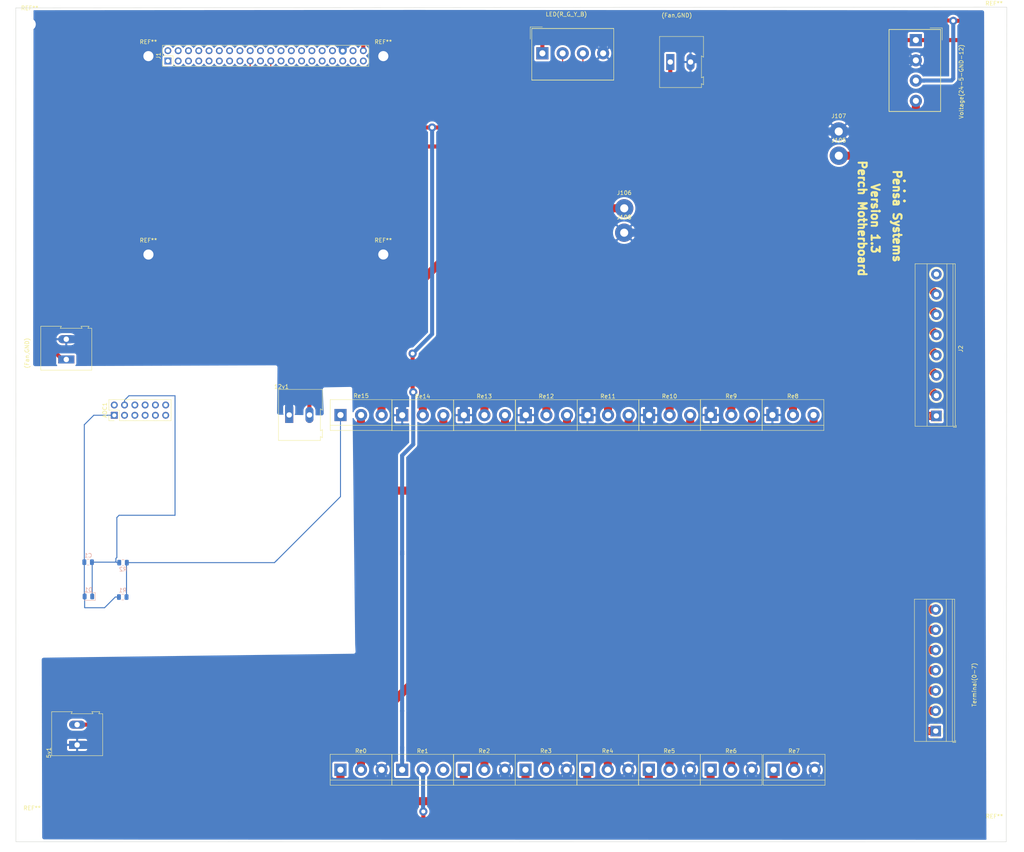
<source format=kicad_pcb>
(kicad_pcb (version 20171130) (host pcbnew "(5.1.0)-1")

  (general
    (thickness 1.6)
    (drawings 294)
    (tracks 456)
    (zones 0)
    (modules 42)
    (nets 75)
  )

  (page A4)
  (layers
    (0 F.Cu signal)
    (31 B.Cu signal)
    (32 B.Adhes user)
    (33 F.Adhes user)
    (34 B.Paste user)
    (35 F.Paste user)
    (36 B.SilkS user)
    (37 F.SilkS user)
    (38 B.Mask user)
    (39 F.Mask user)
    (40 Dwgs.User user)
    (41 Cmts.User user)
    (42 Eco1.User user)
    (43 Eco2.User user)
    (44 Edge.Cuts user)
    (45 Margin user)
    (46 B.CrtYd user)
    (47 F.CrtYd user)
    (48 B.Fab user)
    (49 F.Fab user)
  )

  (setup
    (last_trace_width 0.25)
    (trace_clearance 0.2)
    (zone_clearance 0.508)
    (zone_45_only no)
    (trace_min 0.2)
    (via_size 0.8)
    (via_drill 0.4)
    (via_min_size 0.4)
    (via_min_drill 0.3)
    (uvia_size 0.3)
    (uvia_drill 0.1)
    (uvias_allowed no)
    (uvia_min_size 0.2)
    (uvia_min_drill 0.1)
    (edge_width 0.05)
    (segment_width 0.2)
    (pcb_text_width 0.3)
    (pcb_text_size 1.5 1.5)
    (mod_edge_width 0.12)
    (mod_text_size 1 1)
    (mod_text_width 0.15)
    (pad_size 2.5 2.5)
    (pad_drill 2.5)
    (pad_to_mask_clearance 0.051)
    (solder_mask_min_width 0.25)
    (aux_axis_origin 0 0)
    (visible_elements 7FFFFFFF)
    (pcbplotparams
      (layerselection 0x210fc_ffffffff)
      (usegerberextensions false)
      (usegerberattributes false)
      (usegerberadvancedattributes false)
      (creategerberjobfile false)
      (excludeedgelayer true)
      (linewidth 0.100000)
      (plotframeref false)
      (viasonmask false)
      (mode 1)
      (useauxorigin false)
      (hpglpennumber 1)
      (hpglpenspeed 20)
      (hpglpendiameter 15.000000)
      (psnegative false)
      (psa4output false)
      (plotreference true)
      (plotvalue true)
      (plotinvisibletext false)
      (padsonsilk false)
      (subtractmaskfromsilk false)
      (outputformat 1)
      (mirror false)
      (drillshape 0)
      (scaleselection 1)
      (outputdirectory ""))
  )

  (net 0 "")
  (net 1 GND)
  (net 2 +5V)
  (net 3 +12V)
  (net 4 /strip0)
  (net 5 /strip2)
  (net 6 /strip3)
  (net 7 /strip4)
  (net 8 /strip5)
  (net 9 /strip6)
  (net 10 /strip7)
  (net 11 /strip8)
  (net 12 /strip9)
  (net 13 /strip10)
  (net 14 /strip11)
  (net 15 /strip12)
  (net 16 /no0)
  (net 17 /fan)
  (net 18 /24v)
  (net 19 /strip13)
  (net 20 /buckout)
  (net 21 /strip14)
  (net 22 "Net-(R1-Pad1)")
  (net 23 "Net-(ADC1-Pad12)")
  (net 24 "Net-(ADC1-Pad11)")
  (net 25 "Net-(ADC1-Pad10)")
  (net 26 "Net-(ADC1-Pad9)")
  (net 27 "Net-(ADC1-Pad8)")
  (net 28 "Net-(ADC1-Pad7)")
  (net 29 "Net-(ADC1-Pad6)")
  (net 30 "Net-(ADC1-Pad5)")
  (net 31 "Net-(ADC1-Pad4)")
  (net 32 "Net-(ADC1-Pad3)")
  (net 33 "Net-(ADC1-Pad2)")
  (net 34 "Net-(ADC1-Pad1)")
  (net 35 "Net-(J1-Pad39)")
  (net 36 "Net-(J1-Pad38)")
  (net 37 "Net-(J1-Pad37)")
  (net 38 "Net-(J1-Pad35)")
  (net 39 "Net-(J1-Pad34)")
  (net 40 "Net-(J1-Pad33)")
  (net 41 "Net-(J1-Pad32)")
  (net 42 "Net-(J1-Pad31)")
  (net 43 "Net-(J1-Pad30)")
  (net 44 "Net-(J1-Pad29)")
  (net 45 "Net-(J1-Pad28)")
  (net 46 "Net-(J1-Pad27)")
  (net 47 "Net-(J1-Pad26)")
  (net 48 "Net-(J1-Pad25)")
  (net 49 "Net-(J1-Pad24)")
  (net 50 "Net-(J1-Pad23)")
  (net 51 "Net-(J1-Pad22)")
  (net 52 "Net-(J1-Pad21)")
  (net 53 "Net-(J1-Pad20)")
  (net 54 "Net-(J1-Pad19)")
  (net 55 "Net-(J1-Pad18)")
  (net 56 "Net-(J1-Pad17)")
  (net 57 "Net-(J1-Pad16)")
  (net 58 "Net-(J1-Pad15)")
  (net 59 "Net-(J1-Pad14)")
  (net 60 "Net-(J1-Pad13)")
  (net 61 "Net-(J1-Pad12)")
  (net 62 "Net-(J1-Pad11)")
  (net 63 "Net-(J1-Pad10)")
  (net 64 "Net-(J1-Pad9)")
  (net 65 "Net-(J1-Pad8)")
  (net 66 "Net-(J1-Pad7)")
  (net 67 "Net-(J1-Pad5)")
  (net 68 "Net-(J1-Pad4)")
  (net 69 "Net-(J1-Pad3)")
  (net 70 "Net-(J1-Pad1)")
  (net 71 "Net-(Re1-Pad3)")
  (net 72 "Net-(J2-Pad8)")
  (net 73 "Net-(J1-Pad2)")
  (net 74 "Net-(J1-Pad6)")

  (net_class Default "This is the default net class."
    (clearance 0.2)
    (trace_width 0.25)
    (via_dia 0.8)
    (via_drill 0.4)
    (uvia_dia 0.3)
    (uvia_drill 0.1)
    (add_net "Net-(ADC1-Pad1)")
    (add_net "Net-(ADC1-Pad10)")
    (add_net "Net-(ADC1-Pad11)")
    (add_net "Net-(ADC1-Pad12)")
    (add_net "Net-(ADC1-Pad2)")
    (add_net "Net-(ADC1-Pad3)")
    (add_net "Net-(ADC1-Pad4)")
    (add_net "Net-(ADC1-Pad5)")
    (add_net "Net-(ADC1-Pad6)")
    (add_net "Net-(ADC1-Pad7)")
    (add_net "Net-(ADC1-Pad8)")
    (add_net "Net-(ADC1-Pad9)")
    (add_net "Net-(J1-Pad1)")
    (add_net "Net-(J1-Pad10)")
    (add_net "Net-(J1-Pad11)")
    (add_net "Net-(J1-Pad12)")
    (add_net "Net-(J1-Pad13)")
    (add_net "Net-(J1-Pad14)")
    (add_net "Net-(J1-Pad15)")
    (add_net "Net-(J1-Pad16)")
    (add_net "Net-(J1-Pad17)")
    (add_net "Net-(J1-Pad18)")
    (add_net "Net-(J1-Pad19)")
    (add_net "Net-(J1-Pad2)")
    (add_net "Net-(J1-Pad20)")
    (add_net "Net-(J1-Pad21)")
    (add_net "Net-(J1-Pad22)")
    (add_net "Net-(J1-Pad23)")
    (add_net "Net-(J1-Pad24)")
    (add_net "Net-(J1-Pad25)")
    (add_net "Net-(J1-Pad26)")
    (add_net "Net-(J1-Pad27)")
    (add_net "Net-(J1-Pad28)")
    (add_net "Net-(J1-Pad29)")
    (add_net "Net-(J1-Pad3)")
    (add_net "Net-(J1-Pad30)")
    (add_net "Net-(J1-Pad31)")
    (add_net "Net-(J1-Pad32)")
    (add_net "Net-(J1-Pad33)")
    (add_net "Net-(J1-Pad34)")
    (add_net "Net-(J1-Pad35)")
    (add_net "Net-(J1-Pad37)")
    (add_net "Net-(J1-Pad38)")
    (add_net "Net-(J1-Pad39)")
    (add_net "Net-(J1-Pad4)")
    (add_net "Net-(J1-Pad5)")
    (add_net "Net-(J1-Pad6)")
    (add_net "Net-(J1-Pad7)")
    (add_net "Net-(J1-Pad8)")
    (add_net "Net-(J1-Pad9)")
    (add_net "Net-(J2-Pad8)")
    (add_net "Net-(R1-Pad1)")
    (add_net "Net-(Re1-Pad3)")
  )

  (net_class STP0 ""
    (clearance 0.2)
    (trace_width 2)
    (via_dia 4)
    (via_drill 2)
    (uvia_dia 0.3)
    (uvia_drill 0.1)
    (add_net /24v)
    (add_net /buckout)
    (add_net /no0)
    (add_net /strip0)
    (add_net /strip10)
    (add_net /strip11)
    (add_net /strip12)
    (add_net /strip13)
    (add_net /strip14)
    (add_net /strip2)
    (add_net /strip3)
    (add_net /strip4)
    (add_net /strip5)
    (add_net /strip6)
    (add_net /strip7)
    (add_net /strip8)
    (add_net /strip9)
    (add_net GND)
  )

  (net_class power12 ""
    (clearance 0.2)
    (trace_width 1)
    (via_dia 2)
    (via_drill 1)
    (uvia_dia 0.3)
    (uvia_drill 0.1)
    (add_net +12V)
    (add_net +5V)
    (add_net /fan)
  )

  (net_class res ""
    (clearance 0.2)
    (trace_width 0.25)
    (via_dia 1.6)
    (via_drill 0.8)
    (uvia_dia 0.3)
    (uvia_drill 0.1)
  )

  (module MountingHole:MountingHole_2.5mm (layer F.Cu) (tedit 56D1B4CB) (tstamp 5CE5C001)
    (at 152.02662 -224.36328)
    (descr "Mounting Hole 2.5mm, no annular")
    (tags "mounting hole 2.5mm no annular")
    (attr virtual)
    (fp_text reference REF** (at 0 -3.5) (layer F.SilkS)
      (effects (font (size 1 1) (thickness 0.15)))
    )
    (fp_text value MountingHole_2.5mm (at 0 3.5) (layer F.Fab)
      (effects (font (size 1 1) (thickness 0.15)))
    )
    (fp_circle (center 0 0) (end 2.75 0) (layer F.CrtYd) (width 0.05))
    (fp_circle (center 0 0) (end 2.5 0) (layer Cmts.User) (width 0.15))
    (fp_text user %R (at 0.3 0) (layer F.Fab)
      (effects (font (size 1 1) (thickness 0.15)))
    )
    (pad 1 np_thru_hole circle (at 0 0) (size 2.5 2.5) (drill 2.5) (layers *.Cu *.Mask))
  )

  (module MountingHole:MountingHole_2.5mm (layer F.Cu) (tedit 56D1B4CB) (tstamp 5CE5BFE4)
    (at 210.04276 -224.36328)
    (descr "Mounting Hole 2.5mm, no annular")
    (tags "mounting hole 2.5mm no annular")
    (attr virtual)
    (fp_text reference REF** (at 0 -3.5) (layer F.SilkS)
      (effects (font (size 1 1) (thickness 0.15)))
    )
    (fp_text value MountingHole_2.5mm (at 0 3.5) (layer F.Fab)
      (effects (font (size 1 1) (thickness 0.15)))
    )
    (fp_circle (center 0 0) (end 2.75 0) (layer F.CrtYd) (width 0.05))
    (fp_circle (center 0 0) (end 2.5 0) (layer Cmts.User) (width 0.15))
    (fp_text user %R (at 0.3 0) (layer F.Fab)
      (effects (font (size 1 1) (thickness 0.15)))
    )
    (pad 1 np_thru_hole circle (at 0 0) (size 2.5 2.5) (drill 2.5) (layers *.Cu *.Mask))
  )

  (module MountingHole:MountingHole_2.5mm (layer F.Cu) (tedit 56D1B4CB) (tstamp 5CE5BFC7)
    (at 210.03768 -175.3743)
    (descr "Mounting Hole 2.5mm, no annular")
    (tags "mounting hole 2.5mm no annular")
    (attr virtual)
    (fp_text reference REF** (at 0 -3.5) (layer F.SilkS)
      (effects (font (size 1 1) (thickness 0.15)))
    )
    (fp_text value MountingHole_2.5mm (at 0 3.5) (layer F.Fab)
      (effects (font (size 1 1) (thickness 0.15)))
    )
    (fp_circle (center 0 0) (end 2.75 0) (layer F.CrtYd) (width 0.05))
    (fp_circle (center 0 0) (end 2.5 0) (layer Cmts.User) (width 0.15))
    (fp_text user %R (at 0.3 0) (layer F.Fab)
      (effects (font (size 1 1) (thickness 0.15)))
    )
    (pad 1 np_thru_hole circle (at 0 0) (size 2.5 2.5) (drill 2.5) (layers *.Cu *.Mask))
  )

  (module MountingHole:MountingHole_2.5mm (layer F.Cu) (tedit 56D1B4CB) (tstamp 5CE5BF98)
    (at 152.03678 -175.3616)
    (descr "Mounting Hole 2.5mm, no annular")
    (tags "mounting hole 2.5mm no annular")
    (attr virtual)
    (fp_text reference REF** (at 0 -3.5) (layer F.SilkS)
      (effects (font (size 1 1) (thickness 0.15)))
    )
    (fp_text value MountingHole_2.5mm (at 0 3.5) (layer F.Fab)
      (effects (font (size 1 1) (thickness 0.15)))
    )
    (fp_circle (center 0 0) (end 2.75 0) (layer F.CrtYd) (width 0.05))
    (fp_circle (center 0 0) (end 2.5 0) (layer Cmts.User) (width 0.15))
    (fp_text user %R (at 0.3 0) (layer F.Fab)
      (effects (font (size 1 1) (thickness 0.15)))
    )
    (pad 1 np_thru_hole circle (at 0 0) (size 2.5 2.5) (drill 2.5) (layers *.Cu *.Mask))
  )

  (module MountingHole:MountingHole_3mm (layer F.Cu) (tedit 56D1B4CB) (tstamp 5CE5BEEE)
    (at 360.94924 -32.61106)
    (descr "Mounting Hole 3mm, no annular")
    (tags "mounting hole 3mm no annular")
    (attr virtual)
    (fp_text reference REF** (at 0 -4) (layer F.SilkS)
      (effects (font (size 1 1) (thickness 0.15)))
    )
    (fp_text value MountingHole_3mm (at 0 4) (layer F.Fab)
      (effects (font (size 1 1) (thickness 0.15)))
    )
    (fp_circle (center 0 0) (end 3.25 0) (layer F.CrtYd) (width 0.05))
    (fp_circle (center 0 0) (end 3 0) (layer Cmts.User) (width 0.15))
    (fp_text user %R (at 0.3 0) (layer F.Fab)
      (effects (font (size 1 1) (thickness 0.15)))
    )
    (pad 1 np_thru_hole circle (at 0 0) (size 3 3) (drill 3) (layers *.Cu *.Mask))
  )

  (module MountingHole:MountingHole_3mm (layer F.Cu) (tedit 56D1B4CB) (tstamp 5CE5BF08)
    (at 360.88066 -233.3752)
    (descr "Mounting Hole 3mm, no annular")
    (tags "mounting hole 3mm no annular")
    (attr virtual)
    (fp_text reference REF** (at 0 -4) (layer F.SilkS)
      (effects (font (size 1 1) (thickness 0.15)))
    )
    (fp_text value MountingHole_3mm (at 0 4) (layer F.Fab)
      (effects (font (size 1 1) (thickness 0.15)))
    )
    (fp_circle (center 0 0) (end 3.25 0) (layer F.CrtYd) (width 0.05))
    (fp_circle (center 0 0) (end 3 0) (layer Cmts.User) (width 0.15))
    (fp_text user %R (at 0.3 0) (layer F.Fab)
      (effects (font (size 1 1) (thickness 0.15)))
    )
    (pad 1 np_thru_hole circle (at 0 0) (size 3 3) (drill 3) (layers *.Cu *.Mask))
  )

  (module MountingHole:MountingHole_3mm (layer F.Cu) (tedit 56D1B4CB) (tstamp 5CE5B2DC)
    (at 123.31954 -34.64814)
    (descr "Mounting Hole 3mm, no annular")
    (tags "mounting hole 3mm no annular")
    (attr virtual)
    (fp_text reference REF** (at 0 -4) (layer F.SilkS)
      (effects (font (size 1 1) (thickness 0.15)))
    )
    (fp_text value hole (at 0 4) (layer F.Fab)
      (effects (font (size 1 1) (thickness 0.15)))
    )
    (fp_circle (center 0 0) (end 3.25 0) (layer F.CrtYd) (width 0.05))
    (fp_circle (center 0 0) (end 3 0) (layer Cmts.User) (width 0.15))
    (fp_text user %R (at 0.3 0) (layer F.Fab)
      (effects (font (size 1 1) (thickness 0.15)))
    )
    (pad 1 np_thru_hole circle (at 0 0) (size 3 3) (drill 3) (layers *.Cu *.Mask))
  )

  (module MountingHole:MountingHole_3mm (layer F.Cu) (tedit 56D1B4CB) (tstamp 5CE5B2BF)
    (at 122.7201 -232.21188)
    (descr "Mounting Hole 3mm, no annular")
    (tags "mounting hole 3mm no annular")
    (attr virtual)
    (fp_text reference REF** (at 0 -4) (layer F.SilkS)
      (effects (font (size 1 1) (thickness 0.15)))
    )
    (fp_text value MountingHole_3mm (at 0 4) (layer F.Fab)
      (effects (font (size 1 1) (thickness 0.15)))
    )
    (fp_circle (center 0 0) (end 3.25 0) (layer F.CrtYd) (width 0.05))
    (fp_circle (center 0 0) (end 3 0) (layer Cmts.User) (width 0.15))
    (fp_text user %R (at 0.3 0) (layer F.Fab)
      (effects (font (size 1 1) (thickness 0.15)))
    )
    (pad 1 np_thru_hole circle (at 0 0) (size 3 3) (drill 3) (layers *.Cu *.Mask))
  )

  (module TerminalBlock_Altech:Altech_AK300_1x04_P5.00mm_45-Degree (layer F.Cu) (tedit 5C27907F) (tstamp 5CB202E4)
    (at 249.3264 -225.06432)
    (descr "Altech AK300 serie terminal block (Script generated with StandardBox.py) (http://www.altechcorp.com/PDFS/PCBMETRC.PDF)")
    (tags "Altech AK300 serie connector")
    (path /5CBB6AC0)
    (fp_text reference "LED(R_G_Y_B)" (at 5.92074 -9.64184) (layer F.SilkS)
      (effects (font (size 1 1) (thickness 0.15)))
    )
    (fp_text value Power (at 7.5 7.5) (layer F.Fab)
      (effects (font (size 1 1) (thickness 0.15)))
    )
    (fp_text user %R (at 7.5 0.25) (layer F.Fab)
      (effects (font (size 1 1) (thickness 0.15)))
    )
    (fp_line (start -2.75 -6.25) (end -2.75 6.75) (layer F.CrtYd) (width 0.05))
    (fp_line (start -2.75 6.75) (end 17.75 6.75) (layer F.CrtYd) (width 0.05))
    (fp_line (start 17.75 -6.25) (end 17.75 6.75) (layer F.CrtYd) (width 0.05))
    (fp_line (start -2.75 -6.25) (end 17.75 -6.25) (layer F.CrtYd) (width 0.05))
    (fp_line (start -2.62 -6.12) (end -2.62 6.62) (layer F.SilkS) (width 0.12))
    (fp_line (start -2.62 6.62) (end 17.62 6.62) (layer F.SilkS) (width 0.12))
    (fp_line (start 17.62 -6.12) (end 17.62 6.62) (layer F.SilkS) (width 0.12))
    (fp_line (start -2.62 -6.12) (end 17.62 -6.12) (layer F.SilkS) (width 0.12))
    (fp_line (start -2.62 -6.12) (end -2.62 6.62) (layer F.SilkS) (width 0.12))
    (fp_line (start -2.62 6.62) (end 17.62 6.62) (layer F.SilkS) (width 0.12))
    (fp_line (start 17.62 -6.12) (end 17.62 6.62) (layer F.SilkS) (width 0.12))
    (fp_line (start -2.62 -6.12) (end 17.62 -6.12) (layer F.SilkS) (width 0.12))
    (fp_line (start -3 -6.5) (end 0 -6.5) (layer F.SilkS) (width 0.12))
    (fp_line (start -3 -3.5) (end -3 -6.5) (layer F.SilkS) (width 0.12))
    (fp_line (start -2.5 -5.5) (end -2 -6) (layer F.Fab) (width 0.1))
    (fp_line (start -2.5 6.5) (end -2.5 -5.5) (layer F.Fab) (width 0.1))
    (fp_line (start 17.5 6.5) (end -2.5 6.5) (layer F.Fab) (width 0.1))
    (fp_line (start 17.5 -6) (end 17.5 6.5) (layer F.Fab) (width 0.1))
    (fp_line (start -2 -6) (end 17.5 -6) (layer F.Fab) (width 0.1))
    (pad 4 thru_hole circle (at 15 0) (size 3 3) (drill 1.5) (layers *.Cu *.Mask)
      (net 1 GND))
    (pad 3 thru_hole circle (at 10 0) (size 3 3) (drill 1.5) (layers *.Cu *.Mask)
      (net 56 "Net-(J1-Pad17)"))
    (pad 2 thru_hole circle (at 5 0) (size 3 3) (drill 1.5) (layers *.Cu *.Mask)
      (net 52 "Net-(J1-Pad21)"))
    (pad 1 thru_hole rect (at 0 0) (size 3 3) (drill 1.5) (layers *.Cu *.Mask)
      (net 2 +5V))
    (model ${KISYS3DMOD}/TerminalBlock_Altech.3dshapes/Altech_AK300_1x04_P5.00mm_45-Degree.wrl
      (at (xyz 0 0 0))
      (scale (xyz 1 1 1))
      (rotate (xyz 0 0 0))
    )
  )

  (module TerminalBlock:TerminalBlock_Altech_AK300-2_P5.00mm (layer F.Cu) (tedit 59FF0306) (tstamp 5CB1CC39)
    (at 134.4295 -54.26202 90)
    (descr "Altech AK300 terminal block, pitch 5.0mm, 45 degree angled, see http://www.mouser.com/ds/2/16/PCBMETRC-24178.pdf")
    (tags "Altech AK300 terminal block pitch 5.0mm")
    (path /5CB845CC)
    (fp_text reference 5v1 (at -1.92 -6.99 90) (layer F.SilkS)
      (effects (font (size 1 1) (thickness 0.15)))
    )
    (fp_text value 5v (at 2.78 7.75 90) (layer F.Fab)
      (effects (font (size 1 1) (thickness 0.15)))
    )
    (fp_arc (start -1.13 -4.65) (end -1.42 -4.13) (angle 104.2) (layer F.Fab) (width 0.1))
    (fp_arc (start -0.01 -3.71) (end -1.62 -5) (angle 100) (layer F.Fab) (width 0.1))
    (fp_arc (start 0.06 -6.07) (end 1.53 -4.12) (angle 75.5) (layer F.Fab) (width 0.1))
    (fp_arc (start 1.03 -4.59) (end 1.53 -5.05) (angle 90.5) (layer F.Fab) (width 0.1))
    (fp_arc (start 3.87 -4.65) (end 3.58 -4.13) (angle 104.2) (layer F.Fab) (width 0.1))
    (fp_arc (start 4.99 -3.71) (end 3.39 -5) (angle 100) (layer F.Fab) (width 0.1))
    (fp_arc (start 5.07 -6.07) (end 6.53 -4.12) (angle 75.5) (layer F.Fab) (width 0.1))
    (fp_arc (start 6.03 -4.59) (end 6.54 -5.05) (angle 90.5) (layer F.Fab) (width 0.1))
    (fp_line (start 8.36 6.47) (end -2.83 6.47) (layer F.CrtYd) (width 0.05))
    (fp_line (start 8.36 6.47) (end 8.36 -6.47) (layer F.CrtYd) (width 0.05))
    (fp_line (start -2.83 -6.47) (end -2.83 6.47) (layer F.CrtYd) (width 0.05))
    (fp_line (start -2.83 -6.47) (end 8.36 -6.47) (layer F.CrtYd) (width 0.05))
    (fp_line (start 3.36 -0.25) (end 6.67 -0.25) (layer F.Fab) (width 0.1))
    (fp_line (start 2.98 -0.25) (end 3.36 -0.25) (layer F.Fab) (width 0.1))
    (fp_line (start 7.05 -0.25) (end 6.67 -0.25) (layer F.Fab) (width 0.1))
    (fp_line (start 6.67 -0.64) (end 3.36 -0.64) (layer F.Fab) (width 0.1))
    (fp_line (start 7.61 -0.64) (end 6.67 -0.64) (layer F.Fab) (width 0.1))
    (fp_line (start 1.66 -0.64) (end 3.36 -0.64) (layer F.Fab) (width 0.1))
    (fp_line (start -1.64 -0.64) (end 1.66 -0.64) (layer F.Fab) (width 0.1))
    (fp_line (start -2.58 -0.64) (end -1.64 -0.64) (layer F.Fab) (width 0.1))
    (fp_line (start 1.66 -0.25) (end -1.64 -0.25) (layer F.Fab) (width 0.1))
    (fp_line (start 2.04 -0.25) (end 1.66 -0.25) (layer F.Fab) (width 0.1))
    (fp_line (start -2.02 -0.25) (end -1.64 -0.25) (layer F.Fab) (width 0.1))
    (fp_line (start -1.49 -4.32) (end 1.56 -4.95) (layer F.Fab) (width 0.1))
    (fp_line (start -1.62 -4.45) (end 1.44 -5.08) (layer F.Fab) (width 0.1))
    (fp_line (start 3.52 -4.32) (end 6.56 -4.95) (layer F.Fab) (width 0.1))
    (fp_line (start 3.39 -4.45) (end 6.44 -5.08) (layer F.Fab) (width 0.1))
    (fp_line (start 2.04 -5.97) (end -2.02 -5.97) (layer F.Fab) (width 0.1))
    (fp_line (start -2.02 -3.43) (end -2.02 -5.97) (layer F.Fab) (width 0.1))
    (fp_line (start 2.04 -3.43) (end -2.02 -3.43) (layer F.Fab) (width 0.1))
    (fp_line (start 2.04 -3.43) (end 2.04 -5.97) (layer F.Fab) (width 0.1))
    (fp_line (start 7.05 -3.43) (end 2.98 -3.43) (layer F.Fab) (width 0.1))
    (fp_line (start 7.05 -5.97) (end 7.05 -3.43) (layer F.Fab) (width 0.1))
    (fp_line (start 2.98 -5.97) (end 7.05 -5.97) (layer F.Fab) (width 0.1))
    (fp_line (start 2.98 -3.43) (end 2.98 -5.97) (layer F.Fab) (width 0.1))
    (fp_line (start 7.61 -3.17) (end 7.61 -1.65) (layer F.Fab) (width 0.1))
    (fp_line (start -2.58 -3.17) (end -2.58 -6.22) (layer F.Fab) (width 0.1))
    (fp_line (start -2.58 -3.17) (end 7.61 -3.17) (layer F.Fab) (width 0.1))
    (fp_line (start 7.61 -0.64) (end 7.61 4.06) (layer F.Fab) (width 0.1))
    (fp_line (start 7.61 -1.65) (end 7.61 -0.64) (layer F.Fab) (width 0.1))
    (fp_line (start -2.58 -0.64) (end -2.58 -3.17) (layer F.Fab) (width 0.1))
    (fp_line (start -2.58 6.22) (end -2.58 -0.64) (layer F.Fab) (width 0.1))
    (fp_line (start 6.67 0.51) (end 6.28 0.51) (layer F.Fab) (width 0.1))
    (fp_line (start 3.36 0.51) (end 3.74 0.51) (layer F.Fab) (width 0.1))
    (fp_line (start 1.66 0.51) (end 1.28 0.51) (layer F.Fab) (width 0.1))
    (fp_line (start -1.64 0.51) (end -1.26 0.51) (layer F.Fab) (width 0.1))
    (fp_line (start -1.64 3.68) (end -1.64 0.51) (layer F.Fab) (width 0.1))
    (fp_line (start 1.66 3.68) (end -1.64 3.68) (layer F.Fab) (width 0.1))
    (fp_line (start 1.66 3.68) (end 1.66 0.51) (layer F.Fab) (width 0.1))
    (fp_line (start 3.36 3.68) (end 3.36 0.51) (layer F.Fab) (width 0.1))
    (fp_line (start 6.67 3.68) (end 3.36 3.68) (layer F.Fab) (width 0.1))
    (fp_line (start 6.67 3.68) (end 6.67 0.51) (layer F.Fab) (width 0.1))
    (fp_line (start -2.02 4.32) (end -2.02 6.22) (layer F.Fab) (width 0.1))
    (fp_line (start 2.04 4.32) (end 2.04 -0.25) (layer F.Fab) (width 0.1))
    (fp_line (start 2.04 4.32) (end -2.02 4.32) (layer F.Fab) (width 0.1))
    (fp_line (start 7.05 4.32) (end 7.05 6.22) (layer F.Fab) (width 0.1))
    (fp_line (start 2.98 4.32) (end 2.98 -0.25) (layer F.Fab) (width 0.1))
    (fp_line (start 2.98 4.32) (end 7.05 4.32) (layer F.Fab) (width 0.1))
    (fp_line (start -2.02 6.22) (end 2.04 6.22) (layer F.Fab) (width 0.1))
    (fp_line (start -2.58 6.22) (end -2.02 6.22) (layer F.Fab) (width 0.1))
    (fp_line (start -2.02 -0.25) (end -2.02 4.32) (layer F.Fab) (width 0.1))
    (fp_line (start 2.04 6.22) (end 2.98 6.22) (layer F.Fab) (width 0.1))
    (fp_line (start 2.04 6.22) (end 2.04 4.32) (layer F.Fab) (width 0.1))
    (fp_line (start 7.05 6.22) (end 7.61 6.22) (layer F.Fab) (width 0.1))
    (fp_line (start 2.98 6.22) (end 7.05 6.22) (layer F.Fab) (width 0.1))
    (fp_line (start 7.05 -0.25) (end 7.05 4.32) (layer F.Fab) (width 0.1))
    (fp_line (start 2.98 6.22) (end 2.98 4.32) (layer F.Fab) (width 0.1))
    (fp_line (start 8.11 3.81) (end 8.11 5.46) (layer F.Fab) (width 0.1))
    (fp_line (start 7.61 4.06) (end 7.61 5.21) (layer F.Fab) (width 0.1))
    (fp_line (start 8.11 3.81) (end 7.61 4.06) (layer F.Fab) (width 0.1))
    (fp_line (start 7.61 5.21) (end 7.61 6.22) (layer F.Fab) (width 0.1))
    (fp_line (start 8.11 5.46) (end 7.61 5.21) (layer F.Fab) (width 0.1))
    (fp_line (start 8.11 -1.4) (end 7.61 -1.65) (layer F.Fab) (width 0.1))
    (fp_line (start 8.11 -6.22) (end 8.11 -1.4) (layer F.Fab) (width 0.1))
    (fp_line (start 7.61 -6.22) (end 8.11 -6.22) (layer F.Fab) (width 0.1))
    (fp_line (start 7.61 -6.22) (end -2.58 -6.22) (layer F.Fab) (width 0.1))
    (fp_line (start 7.61 -6.22) (end 7.61 -3.17) (layer F.Fab) (width 0.1))
    (fp_line (start 3.74 2.54) (end 3.74 -0.25) (layer F.Fab) (width 0.1))
    (fp_line (start 3.74 -0.25) (end 6.28 -0.25) (layer F.Fab) (width 0.1))
    (fp_line (start 6.28 2.54) (end 6.28 -0.25) (layer F.Fab) (width 0.1))
    (fp_line (start 3.74 2.54) (end 6.28 2.54) (layer F.Fab) (width 0.1))
    (fp_line (start -1.26 2.54) (end -1.26 -0.25) (layer F.Fab) (width 0.1))
    (fp_line (start -1.26 -0.25) (end 1.28 -0.25) (layer F.Fab) (width 0.1))
    (fp_line (start 1.28 2.54) (end 1.28 -0.25) (layer F.Fab) (width 0.1))
    (fp_line (start -1.26 2.54) (end 1.28 2.54) (layer F.Fab) (width 0.1))
    (fp_line (start 8.2 -6.3) (end -2.65 -6.3) (layer F.SilkS) (width 0.12))
    (fp_line (start 8.2 -1.2) (end 8.2 -6.3) (layer F.SilkS) (width 0.12))
    (fp_line (start 7.7 -1.5) (end 8.2 -1.2) (layer F.SilkS) (width 0.12))
    (fp_line (start 7.7 3.9) (end 7.7 -1.5) (layer F.SilkS) (width 0.12))
    (fp_line (start 8.2 3.65) (end 7.7 3.9) (layer F.SilkS) (width 0.12))
    (fp_line (start 8.2 3.7) (end 8.2 3.65) (layer F.SilkS) (width 0.12))
    (fp_line (start 8.2 5.6) (end 8.2 3.7) (layer F.SilkS) (width 0.12))
    (fp_line (start 7.7 5.35) (end 8.2 5.6) (layer F.SilkS) (width 0.12))
    (fp_line (start 7.7 6.3) (end 7.7 5.35) (layer F.SilkS) (width 0.12))
    (fp_line (start -2.65 6.3) (end 7.7 6.3) (layer F.SilkS) (width 0.12))
    (fp_line (start -2.65 -6.3) (end -2.65 6.3) (layer F.SilkS) (width 0.12))
    (fp_text user %R (at 2.5 -2 90) (layer F.Fab)
      (effects (font (size 1 1) (thickness 0.15)))
    )
    (pad 2 thru_hole oval (at 5 0 90) (size 1.98 3.96) (drill 1.32) (layers *.Cu *.Mask)
      (net 2 +5V))
    (pad 1 thru_hole rect (at 0 0 90) (size 1.98 3.96) (drill 1.32) (layers *.Cu *.Mask)
      (net 1 GND))
    (model ${KISYS3DMOD}/TerminalBlock.3dshapes/TerminalBlock_Altech_AK300-2_P5.00mm.wrl
      (at (xyz 0 0 0))
      (scale (xyz 1 1 1))
      (rotate (xyz 0 0 0))
    )
  )

  (module TerminalBlock_Phoenix:TerminalBlock_Phoenix_MKDS-1,5-8_1x08_P5.00mm_Horizontal (layer F.Cu) (tedit 5B294EEA) (tstamp 5CE492A8)
    (at 346.62872 -135.51408 90)
    (descr "Terminal Block Phoenix MKDS-1,5-8, 8 pins, pitch 5mm, size 40x9.8mm^2, drill diamater 1.3mm, pad diameter 2.6mm, see http://www.farnell.com/datasheets/100425.pdf, script-generated using https://github.com/pointhi/kicad-footprint-generator/scripts/TerminalBlock_Phoenix")
    (tags "THT Terminal Block Phoenix MKDS-1,5-8 pitch 5mm size 40x9.8mm^2 drill 1.3mm pad 2.6mm")
    (path /5CE66FF0)
    (fp_text reference J2 (at 16.57096 6.01472 90) (layer F.SilkS)
      (effects (font (size 1 1) (thickness 0.15)))
    )
    (fp_text value "Terminal(8-14)" (at 17.5 5.66 90) (layer F.Fab)
      (effects (font (size 1 1) (thickness 0.15)))
    )
    (fp_text user %R (at 17.5 3.2 90) (layer F.Fab)
      (effects (font (size 1 1) (thickness 0.15)))
    )
    (fp_line (start 38 -5.71) (end -3 -5.71) (layer F.CrtYd) (width 0.05))
    (fp_line (start 38 5.1) (end 38 -5.71) (layer F.CrtYd) (width 0.05))
    (fp_line (start -3 5.1) (end 38 5.1) (layer F.CrtYd) (width 0.05))
    (fp_line (start -3 -5.71) (end -3 5.1) (layer F.CrtYd) (width 0.05))
    (fp_line (start -2.8 4.9) (end -2.3 4.9) (layer F.SilkS) (width 0.12))
    (fp_line (start -2.8 4.16) (end -2.8 4.9) (layer F.SilkS) (width 0.12))
    (fp_line (start 33.773 1.023) (end 33.726 1.069) (layer F.SilkS) (width 0.12))
    (fp_line (start 36.07 -1.275) (end 36.035 -1.239) (layer F.SilkS) (width 0.12))
    (fp_line (start 33.966 1.239) (end 33.931 1.274) (layer F.SilkS) (width 0.12))
    (fp_line (start 36.275 -1.069) (end 36.228 -1.023) (layer F.SilkS) (width 0.12))
    (fp_line (start 35.955 -1.138) (end 33.863 0.955) (layer F.Fab) (width 0.1))
    (fp_line (start 36.138 -0.955) (end 34.046 1.138) (layer F.Fab) (width 0.1))
    (fp_line (start 28.773 1.023) (end 28.726 1.069) (layer F.SilkS) (width 0.12))
    (fp_line (start 31.07 -1.275) (end 31.035 -1.239) (layer F.SilkS) (width 0.12))
    (fp_line (start 28.966 1.239) (end 28.931 1.274) (layer F.SilkS) (width 0.12))
    (fp_line (start 31.275 -1.069) (end 31.228 -1.023) (layer F.SilkS) (width 0.12))
    (fp_line (start 30.955 -1.138) (end 28.863 0.955) (layer F.Fab) (width 0.1))
    (fp_line (start 31.138 -0.955) (end 29.046 1.138) (layer F.Fab) (width 0.1))
    (fp_line (start 23.773 1.023) (end 23.726 1.069) (layer F.SilkS) (width 0.12))
    (fp_line (start 26.07 -1.275) (end 26.035 -1.239) (layer F.SilkS) (width 0.12))
    (fp_line (start 23.966 1.239) (end 23.931 1.274) (layer F.SilkS) (width 0.12))
    (fp_line (start 26.275 -1.069) (end 26.228 -1.023) (layer F.SilkS) (width 0.12))
    (fp_line (start 25.955 -1.138) (end 23.863 0.955) (layer F.Fab) (width 0.1))
    (fp_line (start 26.138 -0.955) (end 24.046 1.138) (layer F.Fab) (width 0.1))
    (fp_line (start 18.773 1.023) (end 18.726 1.069) (layer F.SilkS) (width 0.12))
    (fp_line (start 21.07 -1.275) (end 21.035 -1.239) (layer F.SilkS) (width 0.12))
    (fp_line (start 18.966 1.239) (end 18.931 1.274) (layer F.SilkS) (width 0.12))
    (fp_line (start 21.275 -1.069) (end 21.228 -1.023) (layer F.SilkS) (width 0.12))
    (fp_line (start 20.955 -1.138) (end 18.863 0.955) (layer F.Fab) (width 0.1))
    (fp_line (start 21.138 -0.955) (end 19.046 1.138) (layer F.Fab) (width 0.1))
    (fp_line (start 13.773 1.023) (end 13.726 1.069) (layer F.SilkS) (width 0.12))
    (fp_line (start 16.07 -1.275) (end 16.035 -1.239) (layer F.SilkS) (width 0.12))
    (fp_line (start 13.966 1.239) (end 13.931 1.274) (layer F.SilkS) (width 0.12))
    (fp_line (start 16.275 -1.069) (end 16.228 -1.023) (layer F.SilkS) (width 0.12))
    (fp_line (start 15.955 -1.138) (end 13.863 0.955) (layer F.Fab) (width 0.1))
    (fp_line (start 16.138 -0.955) (end 14.046 1.138) (layer F.Fab) (width 0.1))
    (fp_line (start 8.773 1.023) (end 8.726 1.069) (layer F.SilkS) (width 0.12))
    (fp_line (start 11.07 -1.275) (end 11.035 -1.239) (layer F.SilkS) (width 0.12))
    (fp_line (start 8.966 1.239) (end 8.931 1.274) (layer F.SilkS) (width 0.12))
    (fp_line (start 11.275 -1.069) (end 11.228 -1.023) (layer F.SilkS) (width 0.12))
    (fp_line (start 10.955 -1.138) (end 8.863 0.955) (layer F.Fab) (width 0.1))
    (fp_line (start 11.138 -0.955) (end 9.046 1.138) (layer F.Fab) (width 0.1))
    (fp_line (start 3.773 1.023) (end 3.726 1.069) (layer F.SilkS) (width 0.12))
    (fp_line (start 6.07 -1.275) (end 6.035 -1.239) (layer F.SilkS) (width 0.12))
    (fp_line (start 3.966 1.239) (end 3.931 1.274) (layer F.SilkS) (width 0.12))
    (fp_line (start 6.275 -1.069) (end 6.228 -1.023) (layer F.SilkS) (width 0.12))
    (fp_line (start 5.955 -1.138) (end 3.863 0.955) (layer F.Fab) (width 0.1))
    (fp_line (start 6.138 -0.955) (end 4.046 1.138) (layer F.Fab) (width 0.1))
    (fp_line (start 0.955 -1.138) (end -1.138 0.955) (layer F.Fab) (width 0.1))
    (fp_line (start 1.138 -0.955) (end -0.955 1.138) (layer F.Fab) (width 0.1))
    (fp_line (start 37.56 -5.261) (end 37.56 4.66) (layer F.SilkS) (width 0.12))
    (fp_line (start -2.56 -5.261) (end -2.56 4.66) (layer F.SilkS) (width 0.12))
    (fp_line (start -2.56 4.66) (end 37.56 4.66) (layer F.SilkS) (width 0.12))
    (fp_line (start -2.56 -5.261) (end 37.56 -5.261) (layer F.SilkS) (width 0.12))
    (fp_line (start -2.56 -2.301) (end 37.56 -2.301) (layer F.SilkS) (width 0.12))
    (fp_line (start -2.5 -2.3) (end 37.5 -2.3) (layer F.Fab) (width 0.1))
    (fp_line (start -2.56 2.6) (end 37.56 2.6) (layer F.SilkS) (width 0.12))
    (fp_line (start -2.5 2.6) (end 37.5 2.6) (layer F.Fab) (width 0.1))
    (fp_line (start -2.56 4.1) (end 37.56 4.1) (layer F.SilkS) (width 0.12))
    (fp_line (start -2.5 4.1) (end 37.5 4.1) (layer F.Fab) (width 0.1))
    (fp_line (start -2.5 4.1) (end -2.5 -5.2) (layer F.Fab) (width 0.1))
    (fp_line (start -2 4.6) (end -2.5 4.1) (layer F.Fab) (width 0.1))
    (fp_line (start 37.5 4.6) (end -2 4.6) (layer F.Fab) (width 0.1))
    (fp_line (start 37.5 -5.2) (end 37.5 4.6) (layer F.Fab) (width 0.1))
    (fp_line (start -2.5 -5.2) (end 37.5 -5.2) (layer F.Fab) (width 0.1))
    (fp_circle (center 35 0) (end 36.68 0) (layer F.SilkS) (width 0.12))
    (fp_circle (center 35 0) (end 36.5 0) (layer F.Fab) (width 0.1))
    (fp_circle (center 30 0) (end 31.68 0) (layer F.SilkS) (width 0.12))
    (fp_circle (center 30 0) (end 31.5 0) (layer F.Fab) (width 0.1))
    (fp_circle (center 25 0) (end 26.68 0) (layer F.SilkS) (width 0.12))
    (fp_circle (center 25 0) (end 26.5 0) (layer F.Fab) (width 0.1))
    (fp_circle (center 20 0) (end 21.68 0) (layer F.SilkS) (width 0.12))
    (fp_circle (center 20 0) (end 21.5 0) (layer F.Fab) (width 0.1))
    (fp_circle (center 15 0) (end 16.68 0) (layer F.SilkS) (width 0.12))
    (fp_circle (center 15 0) (end 16.5 0) (layer F.Fab) (width 0.1))
    (fp_circle (center 10 0) (end 11.68 0) (layer F.SilkS) (width 0.12))
    (fp_circle (center 10 0) (end 11.5 0) (layer F.Fab) (width 0.1))
    (fp_circle (center 5 0) (end 6.68 0) (layer F.SilkS) (width 0.12))
    (fp_circle (center 5 0) (end 6.5 0) (layer F.Fab) (width 0.1))
    (fp_circle (center 0 0) (end 1.5 0) (layer F.Fab) (width 0.1))
    (fp_arc (start 0 0) (end -0.684 1.535) (angle -25) (layer F.SilkS) (width 0.12))
    (fp_arc (start 0 0) (end -1.535 -0.684) (angle -48) (layer F.SilkS) (width 0.12))
    (fp_arc (start 0 0) (end 0.684 -1.535) (angle -48) (layer F.SilkS) (width 0.12))
    (fp_arc (start 0 0) (end 1.535 0.684) (angle -48) (layer F.SilkS) (width 0.12))
    (fp_arc (start 0 0) (end 0 1.68) (angle -24) (layer F.SilkS) (width 0.12))
    (pad 8 thru_hole circle (at 35 0 90) (size 2.6 2.6) (drill 1.3) (layers *.Cu *.Mask)
      (net 72 "Net-(J2-Pad8)"))
    (pad 7 thru_hole circle (at 30 0 90) (size 2.6 2.6) (drill 1.3) (layers *.Cu *.Mask)
      (net 21 /strip14))
    (pad 6 thru_hole circle (at 25 0 90) (size 2.6 2.6) (drill 1.3) (layers *.Cu *.Mask)
      (net 19 /strip13))
    (pad 5 thru_hole circle (at 20 0 90) (size 2.6 2.6) (drill 1.3) (layers *.Cu *.Mask)
      (net 15 /strip12))
    (pad 4 thru_hole circle (at 15 0 90) (size 2.6 2.6) (drill 1.3) (layers *.Cu *.Mask)
      (net 14 /strip11))
    (pad 3 thru_hole circle (at 10 0 90) (size 2.6 2.6) (drill 1.3) (layers *.Cu *.Mask)
      (net 13 /strip10))
    (pad 2 thru_hole circle (at 5 0 90) (size 2.6 2.6) (drill 1.3) (layers *.Cu *.Mask)
      (net 12 /strip9))
    (pad 1 thru_hole rect (at 0 0 90) (size 2.6 2.6) (drill 1.3) (layers *.Cu *.Mask)
      (net 11 /strip8))
    (model ${KISYS3DMOD}/TerminalBlock_Phoenix.3dshapes/TerminalBlock_Phoenix_MKDS-1,5-8_1x08_P5.00mm_Horizontal.wrl
      (at (xyz 0 0 0))
      (scale (xyz 1 1 1))
      (rotate (xyz 0 0 0))
    )
  )

  (module TerminalBlock:TerminalBlock_bornier-3_P5.08mm (layer F.Cu) (tedit 59FF03B9) (tstamp 5CB529EA)
    (at 199.46874 -135.72998)
    (descr "simple 3-pin terminal block, pitch 5.08mm, revamped version of bornier3")
    (tags "terminal block bornier3")
    (path /5D152A22)
    (fp_text reference Re15 (at 5.10032 -4.73456) (layer F.SilkS)
      (effects (font (size 1 1) (thickness 0.15)))
    )
    (fp_text value "Relay 15" (at 5.08 5.08) (layer F.Fab)
      (effects (font (size 1 1) (thickness 0.15)))
    )
    (fp_line (start 12.88 4) (end -2.72 4) (layer F.CrtYd) (width 0.05))
    (fp_line (start 12.88 4) (end 12.88 -4) (layer F.CrtYd) (width 0.05))
    (fp_line (start -2.72 -4) (end -2.72 4) (layer F.CrtYd) (width 0.05))
    (fp_line (start -2.72 -4) (end 12.88 -4) (layer F.CrtYd) (width 0.05))
    (fp_line (start -2.54 3.81) (end 12.7 3.81) (layer F.SilkS) (width 0.12))
    (fp_line (start -2.54 -3.81) (end 12.7 -3.81) (layer F.SilkS) (width 0.12))
    (fp_line (start -2.54 2.54) (end 12.7 2.54) (layer F.SilkS) (width 0.12))
    (fp_line (start 12.7 3.81) (end 12.7 -3.81) (layer F.SilkS) (width 0.12))
    (fp_line (start -2.54 3.81) (end -2.54 -3.81) (layer F.SilkS) (width 0.12))
    (fp_line (start -2.47 3.75) (end -2.47 -3.75) (layer F.Fab) (width 0.1))
    (fp_line (start 12.63 3.75) (end -2.47 3.75) (layer F.Fab) (width 0.1))
    (fp_line (start 12.63 -3.75) (end 12.63 3.75) (layer F.Fab) (width 0.1))
    (fp_line (start -2.47 -3.75) (end 12.63 -3.75) (layer F.Fab) (width 0.1))
    (fp_line (start -2.47 2.55) (end 12.63 2.55) (layer F.Fab) (width 0.1))
    (fp_text user %R (at 5.08 0) (layer F.Fab)
      (effects (font (size 1 1) (thickness 0.15)))
    )
    (pad 3 thru_hole circle (at 10.16 0) (size 3 3) (drill 1.52) (layers *.Cu *.Mask)
      (net 20 /buckout))
    (pad 2 thru_hole circle (at 5.08 0) (size 3 3) (drill 1.52) (layers *.Cu *.Mask)
      (net 16 /no0))
    (pad 1 thru_hole rect (at 0 0) (size 3 3) (drill 1.52) (layers *.Cu *.Mask)
      (net 22 "Net-(R1-Pad1)"))
    (model ${KISYS3DMOD}/TerminalBlock.3dshapes/TerminalBlock_bornier-3_P5.08mm.wrl
      (offset (xyz 5.079999923706055 0 0))
      (scale (xyz 1 1 1))
      (rotate (xyz 0 0 0))
    )
  )

  (module Resistor_SMD:R_0805_2012Metric (layer B.Cu) (tedit 5B36C52B) (tstamp 5CB16578)
    (at 145.68678 -90.78214 180)
    (descr "Resistor SMD 0805 (2012 Metric), square (rectangular) end terminal, IPC_7351 nominal, (Body size source: https://docs.google.com/spreadsheets/d/1BsfQQcO9C6DZCsRaXUlFlo91Tg2WpOkGARC1WS5S8t0/edit?usp=sharing), generated with kicad-footprint-generator")
    (tags resistor)
    (path /5CAE8BCE)
    (attr smd)
    (fp_text reference R1 (at 0 1.65 180) (layer B.SilkS)
      (effects (font (size 1 1) (thickness 0.15)) (justify mirror))
    )
    (fp_text value 1k (at 0 -1.65 180) (layer B.Fab)
      (effects (font (size 1 1) (thickness 0.15)) (justify mirror))
    )
    (fp_text user %R (at 0 0 180) (layer B.Fab)
      (effects (font (size 0.5 0.5) (thickness 0.08)) (justify mirror))
    )
    (fp_line (start 1.68 -0.95) (end -1.68 -0.95) (layer B.CrtYd) (width 0.05))
    (fp_line (start 1.68 0.95) (end 1.68 -0.95) (layer B.CrtYd) (width 0.05))
    (fp_line (start -1.68 0.95) (end 1.68 0.95) (layer B.CrtYd) (width 0.05))
    (fp_line (start -1.68 -0.95) (end -1.68 0.95) (layer B.CrtYd) (width 0.05))
    (fp_line (start -0.258578 -0.71) (end 0.258578 -0.71) (layer B.SilkS) (width 0.12))
    (fp_line (start -0.258578 0.71) (end 0.258578 0.71) (layer B.SilkS) (width 0.12))
    (fp_line (start 1 -0.6) (end -1 -0.6) (layer B.Fab) (width 0.1))
    (fp_line (start 1 0.6) (end 1 -0.6) (layer B.Fab) (width 0.1))
    (fp_line (start -1 0.6) (end 1 0.6) (layer B.Fab) (width 0.1))
    (fp_line (start -1 -0.6) (end -1 0.6) (layer B.Fab) (width 0.1))
    (pad 2 smd roundrect (at 0.9375 0 180) (size 0.975 1.4) (layers B.Cu B.Paste B.Mask) (roundrect_rratio 0.25)
      (net 34 "Net-(ADC1-Pad1)"))
    (pad 1 smd roundrect (at -0.9375 0 180) (size 0.975 1.4) (layers B.Cu B.Paste B.Mask) (roundrect_rratio 0.25)
      (net 22 "Net-(R1-Pad1)"))
    (model ${KISYS3DMOD}/Resistor_SMD.3dshapes/R_0805_2012Metric.wrl
      (at (xyz 0 0 0))
      (scale (xyz 1 1 1))
      (rotate (xyz 0 0 0))
    )
  )

  (module Connector_Wire:SolderWirePad_1x01_Drill2mm (layer F.Cu) (tedit 5AEE5ED2) (tstamp 5CB5484E)
    (at 269.52448 -180.75656)
    (descr "Wire solder connection")
    (tags connector)
    (path /5C984C9D)
    (attr virtual)
    (fp_text reference J108 (at 0 -3.81) (layer F.SilkS)
      (effects (font (size 1 1) (thickness 0.15)))
    )
    (fp_text value "Buck g" (at 0 3.81) (layer F.Fab)
      (effects (font (size 1 1) (thickness 0.15)))
    )
    (fp_line (start 2.75 2.75) (end -2.75 2.75) (layer F.CrtYd) (width 0.05))
    (fp_line (start 2.75 2.75) (end 2.75 -2.75) (layer F.CrtYd) (width 0.05))
    (fp_line (start -2.75 -2.75) (end -2.75 2.75) (layer F.CrtYd) (width 0.05))
    (fp_line (start -2.75 -2.75) (end 2.75 -2.75) (layer F.CrtYd) (width 0.05))
    (fp_text user %R (at 0 0) (layer F.Fab)
      (effects (font (size 1 1) (thickness 0.15)))
    )
    (pad 1 thru_hole circle (at 0 0) (size 4.50088 4.50088) (drill 1.99898) (layers *.Cu *.Mask)
      (net 1 GND))
  )

  (module Connector_Wire:SolderWirePad_1x01_Drill2mm (layer F.Cu) (tedit 5AEE5ED2) (tstamp 5CB54844)
    (at 322.51396 -205.75778)
    (descr "Wire solder connection")
    (tags connector)
    (path /5C984C91)
    (attr virtual)
    (fp_text reference J107 (at 0 -3.81) (layer F.SilkS)
      (effects (font (size 1 1) (thickness 0.15)))
    )
    (fp_text value Buckg (at 0 3.81) (layer F.Fab)
      (effects (font (size 1 1) (thickness 0.15)))
    )
    (fp_line (start 2.75 2.75) (end -2.75 2.75) (layer F.CrtYd) (width 0.05))
    (fp_line (start 2.75 2.75) (end 2.75 -2.75) (layer F.CrtYd) (width 0.05))
    (fp_line (start -2.75 -2.75) (end -2.75 2.75) (layer F.CrtYd) (width 0.05))
    (fp_line (start -2.75 -2.75) (end 2.75 -2.75) (layer F.CrtYd) (width 0.05))
    (fp_text user %R (at 0 0) (layer F.Fab)
      (effects (font (size 1 1) (thickness 0.15)))
    )
    (pad 1 thru_hole circle (at 0 0) (size 4.50088 4.50088) (drill 1.99898) (layers *.Cu *.Mask)
      (net 1 GND))
  )

  (module Connector_Wire:SolderWirePad_1x01_Drill2mm (layer F.Cu) (tedit 5AEE5ED2) (tstamp 5CB5483A)
    (at 269.53718 -186.78398)
    (descr "Wire solder connection")
    (tags connector)
    (path /5C984C97)
    (attr virtual)
    (fp_text reference J106 (at 0 -3.81) (layer F.SilkS)
      (effects (font (size 1 1) (thickness 0.15)))
    )
    (fp_text value "Buck out" (at 0 3.81) (layer F.Fab)
      (effects (font (size 1 1) (thickness 0.15)))
    )
    (fp_line (start 2.75 2.75) (end -2.75 2.75) (layer F.CrtYd) (width 0.05))
    (fp_line (start 2.75 2.75) (end 2.75 -2.75) (layer F.CrtYd) (width 0.05))
    (fp_line (start -2.75 -2.75) (end -2.75 2.75) (layer F.CrtYd) (width 0.05))
    (fp_line (start -2.75 -2.75) (end 2.75 -2.75) (layer F.CrtYd) (width 0.05))
    (fp_text user %R (at 0 0) (layer F.Fab)
      (effects (font (size 1 1) (thickness 0.15)))
    )
    (pad 1 thru_hole circle (at 0 0) (size 4.50088 4.50088) (drill 1.99898) (layers *.Cu *.Mask)
      (net 20 /buckout))
  )

  (module Connector_Wire:SolderWirePad_1x01_Drill2mm (layer F.Cu) (tedit 5AEE5ED2) (tstamp 5CB54830)
    (at 322.53428 -199.771)
    (descr "Wire solder connection")
    (tags connector)
    (path /5C984C8B)
    (attr virtual)
    (fp_text reference J105 (at 0 -3.81) (layer F.SilkS)
      (effects (font (size 1 1) (thickness 0.15)))
    )
    (fp_text value "BUCK in" (at 0 3.81) (layer F.Fab)
      (effects (font (size 1 1) (thickness 0.15)))
    )
    (fp_line (start 2.75 2.75) (end -2.75 2.75) (layer F.CrtYd) (width 0.05))
    (fp_line (start 2.75 2.75) (end 2.75 -2.75) (layer F.CrtYd) (width 0.05))
    (fp_line (start -2.75 -2.75) (end -2.75 2.75) (layer F.CrtYd) (width 0.05))
    (fp_line (start -2.75 -2.75) (end 2.75 -2.75) (layer F.CrtYd) (width 0.05))
    (fp_text user %R (at 0 0) (layer F.Fab)
      (effects (font (size 1 1) (thickness 0.15)))
    )
    (pad 1 thru_hole circle (at 0 0) (size 4.50088 4.50088) (drill 1.99898) (layers *.Cu *.Mask)
      (net 18 /24v))
  )

  (module TerminalBlock:TerminalBlock_Altech_AK300-2_P5.00mm (layer F.Cu) (tedit 59FF0306) (tstamp 5CB4CD33)
    (at 186.80684 -135.7503)
    (descr "Altech AK300 terminal block, pitch 5.0mm, 45 degree angled, see http://www.mouser.com/ds/2/16/PCBMETRC-24178.pdf")
    (tags "Altech AK300 terminal block pitch 5.0mm")
    (path /5CB287A8)
    (fp_text reference 12v1 (at -1.92 -6.99) (layer F.SilkS)
      (effects (font (size 1 1) (thickness 0.15)))
    )
    (fp_text value 12v (at 2.78 7.75) (layer F.Fab)
      (effects (font (size 1 1) (thickness 0.15)))
    )
    (fp_arc (start -1.13 -4.65) (end -1.42 -4.13) (angle 104.2) (layer F.Fab) (width 0.1))
    (fp_arc (start -0.01 -3.71) (end -1.62 -5) (angle 100) (layer F.Fab) (width 0.1))
    (fp_arc (start 0.06 -6.07) (end 1.53 -4.12) (angle 75.5) (layer F.Fab) (width 0.1))
    (fp_arc (start 1.03 -4.59) (end 1.53 -5.05) (angle 90.5) (layer F.Fab) (width 0.1))
    (fp_arc (start 3.87 -4.65) (end 3.58 -4.13) (angle 104.2) (layer F.Fab) (width 0.1))
    (fp_arc (start 4.99 -3.71) (end 3.39 -5) (angle 100) (layer F.Fab) (width 0.1))
    (fp_arc (start 5.07 -6.07) (end 6.53 -4.12) (angle 75.5) (layer F.Fab) (width 0.1))
    (fp_arc (start 6.03 -4.59) (end 6.54 -5.05) (angle 90.5) (layer F.Fab) (width 0.1))
    (fp_line (start 8.36 6.47) (end -2.83 6.47) (layer F.CrtYd) (width 0.05))
    (fp_line (start 8.36 6.47) (end 8.36 -6.47) (layer F.CrtYd) (width 0.05))
    (fp_line (start -2.83 -6.47) (end -2.83 6.47) (layer F.CrtYd) (width 0.05))
    (fp_line (start -2.83 -6.47) (end 8.36 -6.47) (layer F.CrtYd) (width 0.05))
    (fp_line (start 3.36 -0.25) (end 6.67 -0.25) (layer F.Fab) (width 0.1))
    (fp_line (start 2.98 -0.25) (end 3.36 -0.25) (layer F.Fab) (width 0.1))
    (fp_line (start 7.05 -0.25) (end 6.67 -0.25) (layer F.Fab) (width 0.1))
    (fp_line (start 6.67 -0.64) (end 3.36 -0.64) (layer F.Fab) (width 0.1))
    (fp_line (start 7.61 -0.64) (end 6.67 -0.64) (layer F.Fab) (width 0.1))
    (fp_line (start 1.66 -0.64) (end 3.36 -0.64) (layer F.Fab) (width 0.1))
    (fp_line (start -1.64 -0.64) (end 1.66 -0.64) (layer F.Fab) (width 0.1))
    (fp_line (start -2.58 -0.64) (end -1.64 -0.64) (layer F.Fab) (width 0.1))
    (fp_line (start 1.66 -0.25) (end -1.64 -0.25) (layer F.Fab) (width 0.1))
    (fp_line (start 2.04 -0.25) (end 1.66 -0.25) (layer F.Fab) (width 0.1))
    (fp_line (start -2.02 -0.25) (end -1.64 -0.25) (layer F.Fab) (width 0.1))
    (fp_line (start -1.49 -4.32) (end 1.56 -4.95) (layer F.Fab) (width 0.1))
    (fp_line (start -1.62 -4.45) (end 1.44 -5.08) (layer F.Fab) (width 0.1))
    (fp_line (start 3.52 -4.32) (end 6.56 -4.95) (layer F.Fab) (width 0.1))
    (fp_line (start 3.39 -4.45) (end 6.44 -5.08) (layer F.Fab) (width 0.1))
    (fp_line (start 2.04 -5.97) (end -2.02 -5.97) (layer F.Fab) (width 0.1))
    (fp_line (start -2.02 -3.43) (end -2.02 -5.97) (layer F.Fab) (width 0.1))
    (fp_line (start 2.04 -3.43) (end -2.02 -3.43) (layer F.Fab) (width 0.1))
    (fp_line (start 2.04 -3.43) (end 2.04 -5.97) (layer F.Fab) (width 0.1))
    (fp_line (start 7.05 -3.43) (end 2.98 -3.43) (layer F.Fab) (width 0.1))
    (fp_line (start 7.05 -5.97) (end 7.05 -3.43) (layer F.Fab) (width 0.1))
    (fp_line (start 2.98 -5.97) (end 7.05 -5.97) (layer F.Fab) (width 0.1))
    (fp_line (start 2.98 -3.43) (end 2.98 -5.97) (layer F.Fab) (width 0.1))
    (fp_line (start 7.61 -3.17) (end 7.61 -1.65) (layer F.Fab) (width 0.1))
    (fp_line (start -2.58 -3.17) (end -2.58 -6.22) (layer F.Fab) (width 0.1))
    (fp_line (start -2.58 -3.17) (end 7.61 -3.17) (layer F.Fab) (width 0.1))
    (fp_line (start 7.61 -0.64) (end 7.61 4.06) (layer F.Fab) (width 0.1))
    (fp_line (start 7.61 -1.65) (end 7.61 -0.64) (layer F.Fab) (width 0.1))
    (fp_line (start -2.58 -0.64) (end -2.58 -3.17) (layer F.Fab) (width 0.1))
    (fp_line (start -2.58 6.22) (end -2.58 -0.64) (layer F.Fab) (width 0.1))
    (fp_line (start 6.67 0.51) (end 6.28 0.51) (layer F.Fab) (width 0.1))
    (fp_line (start 3.36 0.51) (end 3.74 0.51) (layer F.Fab) (width 0.1))
    (fp_line (start 1.66 0.51) (end 1.28 0.51) (layer F.Fab) (width 0.1))
    (fp_line (start -1.64 0.51) (end -1.26 0.51) (layer F.Fab) (width 0.1))
    (fp_line (start -1.64 3.68) (end -1.64 0.51) (layer F.Fab) (width 0.1))
    (fp_line (start 1.66 3.68) (end -1.64 3.68) (layer F.Fab) (width 0.1))
    (fp_line (start 1.66 3.68) (end 1.66 0.51) (layer F.Fab) (width 0.1))
    (fp_line (start 3.36 3.68) (end 3.36 0.51) (layer F.Fab) (width 0.1))
    (fp_line (start 6.67 3.68) (end 3.36 3.68) (layer F.Fab) (width 0.1))
    (fp_line (start 6.67 3.68) (end 6.67 0.51) (layer F.Fab) (width 0.1))
    (fp_line (start -2.02 4.32) (end -2.02 6.22) (layer F.Fab) (width 0.1))
    (fp_line (start 2.04 4.32) (end 2.04 -0.25) (layer F.Fab) (width 0.1))
    (fp_line (start 2.04 4.32) (end -2.02 4.32) (layer F.Fab) (width 0.1))
    (fp_line (start 7.05 4.32) (end 7.05 6.22) (layer F.Fab) (width 0.1))
    (fp_line (start 2.98 4.32) (end 2.98 -0.25) (layer F.Fab) (width 0.1))
    (fp_line (start 2.98 4.32) (end 7.05 4.32) (layer F.Fab) (width 0.1))
    (fp_line (start -2.02 6.22) (end 2.04 6.22) (layer F.Fab) (width 0.1))
    (fp_line (start -2.58 6.22) (end -2.02 6.22) (layer F.Fab) (width 0.1))
    (fp_line (start -2.02 -0.25) (end -2.02 4.32) (layer F.Fab) (width 0.1))
    (fp_line (start 2.04 6.22) (end 2.98 6.22) (layer F.Fab) (width 0.1))
    (fp_line (start 2.04 6.22) (end 2.04 4.32) (layer F.Fab) (width 0.1))
    (fp_line (start 7.05 6.22) (end 7.61 6.22) (layer F.Fab) (width 0.1))
    (fp_line (start 2.98 6.22) (end 7.05 6.22) (layer F.Fab) (width 0.1))
    (fp_line (start 7.05 -0.25) (end 7.05 4.32) (layer F.Fab) (width 0.1))
    (fp_line (start 2.98 6.22) (end 2.98 4.32) (layer F.Fab) (width 0.1))
    (fp_line (start 8.11 3.81) (end 8.11 5.46) (layer F.Fab) (width 0.1))
    (fp_line (start 7.61 4.06) (end 7.61 5.21) (layer F.Fab) (width 0.1))
    (fp_line (start 8.11 3.81) (end 7.61 4.06) (layer F.Fab) (width 0.1))
    (fp_line (start 7.61 5.21) (end 7.61 6.22) (layer F.Fab) (width 0.1))
    (fp_line (start 8.11 5.46) (end 7.61 5.21) (layer F.Fab) (width 0.1))
    (fp_line (start 8.11 -1.4) (end 7.61 -1.65) (layer F.Fab) (width 0.1))
    (fp_line (start 8.11 -6.22) (end 8.11 -1.4) (layer F.Fab) (width 0.1))
    (fp_line (start 7.61 -6.22) (end 8.11 -6.22) (layer F.Fab) (width 0.1))
    (fp_line (start 7.61 -6.22) (end -2.58 -6.22) (layer F.Fab) (width 0.1))
    (fp_line (start 7.61 -6.22) (end 7.61 -3.17) (layer F.Fab) (width 0.1))
    (fp_line (start 3.74 2.54) (end 3.74 -0.25) (layer F.Fab) (width 0.1))
    (fp_line (start 3.74 -0.25) (end 6.28 -0.25) (layer F.Fab) (width 0.1))
    (fp_line (start 6.28 2.54) (end 6.28 -0.25) (layer F.Fab) (width 0.1))
    (fp_line (start 3.74 2.54) (end 6.28 2.54) (layer F.Fab) (width 0.1))
    (fp_line (start -1.26 2.54) (end -1.26 -0.25) (layer F.Fab) (width 0.1))
    (fp_line (start -1.26 -0.25) (end 1.28 -0.25) (layer F.Fab) (width 0.1))
    (fp_line (start 1.28 2.54) (end 1.28 -0.25) (layer F.Fab) (width 0.1))
    (fp_line (start -1.26 2.54) (end 1.28 2.54) (layer F.Fab) (width 0.1))
    (fp_line (start 8.2 -6.3) (end -2.65 -6.3) (layer F.SilkS) (width 0.12))
    (fp_line (start 8.2 -1.2) (end 8.2 -6.3) (layer F.SilkS) (width 0.12))
    (fp_line (start 7.7 -1.5) (end 8.2 -1.2) (layer F.SilkS) (width 0.12))
    (fp_line (start 7.7 3.9) (end 7.7 -1.5) (layer F.SilkS) (width 0.12))
    (fp_line (start 8.2 3.65) (end 7.7 3.9) (layer F.SilkS) (width 0.12))
    (fp_line (start 8.2 3.7) (end 8.2 3.65) (layer F.SilkS) (width 0.12))
    (fp_line (start 8.2 5.6) (end 8.2 3.7) (layer F.SilkS) (width 0.12))
    (fp_line (start 7.7 5.35) (end 8.2 5.6) (layer F.SilkS) (width 0.12))
    (fp_line (start 7.7 6.3) (end 7.7 5.35) (layer F.SilkS) (width 0.12))
    (fp_line (start -2.65 6.3) (end 7.7 6.3) (layer F.SilkS) (width 0.12))
    (fp_line (start -2.65 -6.3) (end -2.65 6.3) (layer F.SilkS) (width 0.12))
    (fp_text user %R (at 2.5 -2) (layer F.Fab)
      (effects (font (size 1 1) (thickness 0.15)))
    )
    (pad 2 thru_hole oval (at 5 0) (size 1.98 3.96) (drill 1.32) (layers *.Cu *.Mask)
      (net 3 +12V))
    (pad 1 thru_hole rect (at 0 0) (size 1.98 3.96) (drill 1.32) (layers *.Cu *.Mask)
      (net 1 GND))
    (model ${KISYS3DMOD}/TerminalBlock.3dshapes/TerminalBlock_Altech_AK300-2_P5.00mm.wrl
      (at (xyz 0 0 0))
      (scale (xyz 1 1 1))
      (rotate (xyz 0 0 0))
    )
  )

  (module Connector_PinHeader_2.54mm:PinHeader_2x20_P2.54mm_Vertical (layer F.Cu) (tedit 59FED5CC) (tstamp 5CB2492C)
    (at 156.845 -223.1644 90)
    (descr "Through hole straight pin header, 2x20, 2.54mm pitch, double rows")
    (tags "Through hole pin header THT 2x20 2.54mm double row")
    (path /5CB74724)
    (fp_text reference J1 (at 1.27 -2.33 90) (layer F.SilkS)
      (effects (font (size 1 1) (thickness 0.15)))
    )
    (fp_text value Conn_02x20_Counter_Clockwise (at 1.27 50.59 90) (layer F.Fab)
      (effects (font (size 1 1) (thickness 0.15)))
    )
    (fp_line (start 0 -1.27) (end 3.81 -1.27) (layer F.Fab) (width 0.1))
    (fp_line (start 3.81 -1.27) (end 3.81 49.53) (layer F.Fab) (width 0.1))
    (fp_line (start 3.81 49.53) (end -1.27 49.53) (layer F.Fab) (width 0.1))
    (fp_line (start -1.27 49.53) (end -1.27 0) (layer F.Fab) (width 0.1))
    (fp_line (start -1.27 0) (end 0 -1.27) (layer F.Fab) (width 0.1))
    (fp_line (start -1.33 49.59) (end 3.87 49.59) (layer F.SilkS) (width 0.12))
    (fp_line (start -1.33 1.27) (end -1.33 49.59) (layer F.SilkS) (width 0.12))
    (fp_line (start 3.87 -1.33) (end 3.87 49.59) (layer F.SilkS) (width 0.12))
    (fp_line (start -1.33 1.27) (end 1.27 1.27) (layer F.SilkS) (width 0.12))
    (fp_line (start 1.27 1.27) (end 1.27 -1.33) (layer F.SilkS) (width 0.12))
    (fp_line (start 1.27 -1.33) (end 3.87 -1.33) (layer F.SilkS) (width 0.12))
    (fp_line (start -1.33 0) (end -1.33 -1.33) (layer F.SilkS) (width 0.12))
    (fp_line (start -1.33 -1.33) (end 0 -1.33) (layer F.SilkS) (width 0.12))
    (fp_line (start -1.8 -1.8) (end -1.8 50.05) (layer F.CrtYd) (width 0.05))
    (fp_line (start -1.8 50.05) (end 4.35 50.05) (layer F.CrtYd) (width 0.05))
    (fp_line (start 4.35 50.05) (end 4.35 -1.8) (layer F.CrtYd) (width 0.05))
    (fp_line (start 4.35 -1.8) (end -1.8 -1.8) (layer F.CrtYd) (width 0.05))
    (fp_text user %R (at 1.27 24.13 180) (layer F.Fab)
      (effects (font (size 1 1) (thickness 0.15)))
    )
    (pad 1 thru_hole rect (at 0 0 90) (size 1.7 1.7) (drill 1) (layers *.Cu *.Mask)
      (net 70 "Net-(J1-Pad1)"))
    (pad 2 thru_hole oval (at 2.54 0 90) (size 1.7 1.7) (drill 1) (layers *.Cu *.Mask)
      (net 73 "Net-(J1-Pad2)"))
    (pad 3 thru_hole oval (at 0 2.54 90) (size 1.7 1.7) (drill 1) (layers *.Cu *.Mask)
      (net 69 "Net-(J1-Pad3)"))
    (pad 4 thru_hole oval (at 2.54 2.54 90) (size 1.7 1.7) (drill 1) (layers *.Cu *.Mask)
      (net 68 "Net-(J1-Pad4)"))
    (pad 5 thru_hole oval (at 0 5.08 90) (size 1.7 1.7) (drill 1) (layers *.Cu *.Mask)
      (net 67 "Net-(J1-Pad5)"))
    (pad 6 thru_hole oval (at 2.54 5.08 90) (size 1.7 1.7) (drill 1) (layers *.Cu *.Mask)
      (net 74 "Net-(J1-Pad6)"))
    (pad 7 thru_hole oval (at 0 7.62 90) (size 1.7 1.7) (drill 1) (layers *.Cu *.Mask)
      (net 66 "Net-(J1-Pad7)"))
    (pad 8 thru_hole oval (at 2.54 7.62 90) (size 1.7 1.7) (drill 1) (layers *.Cu *.Mask)
      (net 65 "Net-(J1-Pad8)"))
    (pad 9 thru_hole oval (at 0 10.16 90) (size 1.7 1.7) (drill 1) (layers *.Cu *.Mask)
      (net 64 "Net-(J1-Pad9)"))
    (pad 10 thru_hole oval (at 2.54 10.16 90) (size 1.7 1.7) (drill 1) (layers *.Cu *.Mask)
      (net 63 "Net-(J1-Pad10)"))
    (pad 11 thru_hole oval (at 0 12.7 90) (size 1.7 1.7) (drill 1) (layers *.Cu *.Mask)
      (net 62 "Net-(J1-Pad11)"))
    (pad 12 thru_hole oval (at 2.54 12.7 90) (size 1.7 1.7) (drill 1) (layers *.Cu *.Mask)
      (net 61 "Net-(J1-Pad12)"))
    (pad 13 thru_hole oval (at 0 15.24 90) (size 1.7 1.7) (drill 1) (layers *.Cu *.Mask)
      (net 60 "Net-(J1-Pad13)"))
    (pad 14 thru_hole oval (at 2.54 15.24 90) (size 1.7 1.7) (drill 1) (layers *.Cu *.Mask)
      (net 59 "Net-(J1-Pad14)"))
    (pad 15 thru_hole oval (at 0 17.78 90) (size 1.7 1.7) (drill 1) (layers *.Cu *.Mask)
      (net 58 "Net-(J1-Pad15)"))
    (pad 16 thru_hole oval (at 2.54 17.78 90) (size 1.7 1.7) (drill 1) (layers *.Cu *.Mask)
      (net 57 "Net-(J1-Pad16)"))
    (pad 17 thru_hole oval (at 0 20.32 90) (size 1.7 1.7) (drill 1) (layers *.Cu *.Mask)
      (net 56 "Net-(J1-Pad17)"))
    (pad 18 thru_hole oval (at 2.54 20.32 90) (size 1.7 1.7) (drill 1) (layers *.Cu *.Mask)
      (net 55 "Net-(J1-Pad18)"))
    (pad 19 thru_hole oval (at 0 22.86 90) (size 1.7 1.7) (drill 1) (layers *.Cu *.Mask)
      (net 54 "Net-(J1-Pad19)"))
    (pad 20 thru_hole oval (at 2.54 22.86 90) (size 1.7 1.7) (drill 1) (layers *.Cu *.Mask)
      (net 53 "Net-(J1-Pad20)"))
    (pad 21 thru_hole oval (at 0 25.4 90) (size 1.7 1.7) (drill 1) (layers *.Cu *.Mask)
      (net 52 "Net-(J1-Pad21)"))
    (pad 22 thru_hole oval (at 2.54 25.4 90) (size 1.7 1.7) (drill 1) (layers *.Cu *.Mask)
      (net 51 "Net-(J1-Pad22)"))
    (pad 23 thru_hole oval (at 0 27.94 90) (size 1.7 1.7) (drill 1) (layers *.Cu *.Mask)
      (net 50 "Net-(J1-Pad23)"))
    (pad 24 thru_hole oval (at 2.54 27.94 90) (size 1.7 1.7) (drill 1) (layers *.Cu *.Mask)
      (net 49 "Net-(J1-Pad24)"))
    (pad 25 thru_hole oval (at 0 30.48 90) (size 1.7 1.7) (drill 1) (layers *.Cu *.Mask)
      (net 48 "Net-(J1-Pad25)"))
    (pad 26 thru_hole oval (at 2.54 30.48 90) (size 1.7 1.7) (drill 1) (layers *.Cu *.Mask)
      (net 47 "Net-(J1-Pad26)"))
    (pad 27 thru_hole oval (at 0 33.02 90) (size 1.7 1.7) (drill 1) (layers *.Cu *.Mask)
      (net 46 "Net-(J1-Pad27)"))
    (pad 28 thru_hole oval (at 2.54 33.02 90) (size 1.7 1.7) (drill 1) (layers *.Cu *.Mask)
      (net 45 "Net-(J1-Pad28)"))
    (pad 29 thru_hole oval (at 0 35.56 90) (size 1.7 1.7) (drill 1) (layers *.Cu *.Mask)
      (net 44 "Net-(J1-Pad29)"))
    (pad 30 thru_hole oval (at 2.54 35.56 90) (size 1.7 1.7) (drill 1) (layers *.Cu *.Mask)
      (net 43 "Net-(J1-Pad30)"))
    (pad 31 thru_hole oval (at 0 38.1 90) (size 1.7 1.7) (drill 1) (layers *.Cu *.Mask)
      (net 42 "Net-(J1-Pad31)"))
    (pad 32 thru_hole oval (at 2.54 38.1 90) (size 1.7 1.7) (drill 1) (layers *.Cu *.Mask)
      (net 41 "Net-(J1-Pad32)"))
    (pad 33 thru_hole oval (at 0 40.64 90) (size 1.7 1.7) (drill 1) (layers *.Cu *.Mask)
      (net 40 "Net-(J1-Pad33)"))
    (pad 34 thru_hole oval (at 2.54 40.64 90) (size 1.7 1.7) (drill 1) (layers *.Cu *.Mask)
      (net 39 "Net-(J1-Pad34)"))
    (pad 35 thru_hole oval (at 0 43.18 90) (size 1.7 1.7) (drill 1) (layers *.Cu *.Mask)
      (net 38 "Net-(J1-Pad35)"))
    (pad 36 thru_hole oval (at 2.54 43.18 90) (size 1.7 1.7) (drill 1) (layers *.Cu *.Mask)
      (net 1 GND))
    (pad 37 thru_hole oval (at 0 45.72 90) (size 1.7 1.7) (drill 1) (layers *.Cu *.Mask)
      (net 37 "Net-(J1-Pad37)"))
    (pad 38 thru_hole oval (at 2.54 45.72 90) (size 1.7 1.7) (drill 1) (layers *.Cu *.Mask)
      (net 36 "Net-(J1-Pad38)"))
    (pad 39 thru_hole oval (at 0 48.26 90) (size 1.7 1.7) (drill 1) (layers *.Cu *.Mask)
      (net 35 "Net-(J1-Pad39)"))
    (pad 40 thru_hole oval (at 2.54 48.26 90) (size 1.7 1.7) (drill 1) (layers *.Cu *.Mask)
      (net 2 +5V))
    (model ${KISYS3DMOD}/Connector_PinHeader_2.54mm.3dshapes/PinHeader_2x20_P2.54mm_Vertical.wrl
      (at (xyz 0 0 0))
      (scale (xyz 1 1 1))
      (rotate (xyz 0 0 0))
    )
  )

  (module Connector_PinHeader_2.54mm:PinHeader_2x06_P2.54mm_Vertical (layer F.Cu) (tedit 59FED5CC) (tstamp 5CB20ED8)
    (at 143.60144 -135.66902 90)
    (descr "Through hole straight pin header, 2x06, 2.54mm pitch, double rows")
    (tags "Through hole pin header THT 2x06 2.54mm double row")
    (path /5CC5F634)
    (fp_text reference ADC1 (at 1.27 -2.33 90) (layer F.SilkS)
      (effects (font (size 1 1) (thickness 0.15)))
    )
    (fp_text value adc (at 1.27 15.03 90) (layer F.Fab)
      (effects (font (size 1 1) (thickness 0.15)))
    )
    (fp_text user %R (at 1.27 6.35 180) (layer F.Fab)
      (effects (font (size 1 1) (thickness 0.15)))
    )
    (fp_line (start 4.35 -1.8) (end -1.8 -1.8) (layer F.CrtYd) (width 0.05))
    (fp_line (start 4.35 14.5) (end 4.35 -1.8) (layer F.CrtYd) (width 0.05))
    (fp_line (start -1.8 14.5) (end 4.35 14.5) (layer F.CrtYd) (width 0.05))
    (fp_line (start -1.8 -1.8) (end -1.8 14.5) (layer F.CrtYd) (width 0.05))
    (fp_line (start -1.33 -1.33) (end 0 -1.33) (layer F.SilkS) (width 0.12))
    (fp_line (start -1.33 0) (end -1.33 -1.33) (layer F.SilkS) (width 0.12))
    (fp_line (start 1.27 -1.33) (end 3.87 -1.33) (layer F.SilkS) (width 0.12))
    (fp_line (start 1.27 1.27) (end 1.27 -1.33) (layer F.SilkS) (width 0.12))
    (fp_line (start -1.33 1.27) (end 1.27 1.27) (layer F.SilkS) (width 0.12))
    (fp_line (start 3.87 -1.33) (end 3.87 14.03) (layer F.SilkS) (width 0.12))
    (fp_line (start -1.33 1.27) (end -1.33 14.03) (layer F.SilkS) (width 0.12))
    (fp_line (start -1.33 14.03) (end 3.87 14.03) (layer F.SilkS) (width 0.12))
    (fp_line (start -1.27 0) (end 0 -1.27) (layer F.Fab) (width 0.1))
    (fp_line (start -1.27 13.97) (end -1.27 0) (layer F.Fab) (width 0.1))
    (fp_line (start 3.81 13.97) (end -1.27 13.97) (layer F.Fab) (width 0.1))
    (fp_line (start 3.81 -1.27) (end 3.81 13.97) (layer F.Fab) (width 0.1))
    (fp_line (start 0 -1.27) (end 3.81 -1.27) (layer F.Fab) (width 0.1))
    (pad 12 thru_hole oval (at 2.54 12.7 90) (size 1.7 1.7) (drill 1) (layers *.Cu *.Mask)
      (net 23 "Net-(ADC1-Pad12)"))
    (pad 11 thru_hole oval (at 0 12.7 90) (size 1.7 1.7) (drill 1) (layers *.Cu *.Mask)
      (net 24 "Net-(ADC1-Pad11)"))
    (pad 10 thru_hole oval (at 2.54 10.16 90) (size 1.7 1.7) (drill 1) (layers *.Cu *.Mask)
      (net 25 "Net-(ADC1-Pad10)"))
    (pad 9 thru_hole oval (at 0 10.16 90) (size 1.7 1.7) (drill 1) (layers *.Cu *.Mask)
      (net 26 "Net-(ADC1-Pad9)"))
    (pad 8 thru_hole oval (at 2.54 7.62 90) (size 1.7 1.7) (drill 1) (layers *.Cu *.Mask)
      (net 27 "Net-(ADC1-Pad8)"))
    (pad 7 thru_hole oval (at 0 7.62 90) (size 1.7 1.7) (drill 1) (layers *.Cu *.Mask)
      (net 28 "Net-(ADC1-Pad7)"))
    (pad 6 thru_hole oval (at 2.54 5.08 90) (size 1.7 1.7) (drill 1) (layers *.Cu *.Mask)
      (net 29 "Net-(ADC1-Pad6)"))
    (pad 5 thru_hole oval (at 0 5.08 90) (size 1.7 1.7) (drill 1) (layers *.Cu *.Mask)
      (net 30 "Net-(ADC1-Pad5)"))
    (pad 4 thru_hole oval (at 2.54 2.54 90) (size 1.7 1.7) (drill 1) (layers *.Cu *.Mask)
      (net 31 "Net-(ADC1-Pad4)"))
    (pad 3 thru_hole oval (at 0 2.54 90) (size 1.7 1.7) (drill 1) (layers *.Cu *.Mask)
      (net 32 "Net-(ADC1-Pad3)"))
    (pad 2 thru_hole oval (at 2.54 0 90) (size 1.7 1.7) (drill 1) (layers *.Cu *.Mask)
      (net 33 "Net-(ADC1-Pad2)"))
    (pad 1 thru_hole rect (at 0 0 90) (size 1.7 1.7) (drill 1) (layers *.Cu *.Mask)
      (net 34 "Net-(ADC1-Pad1)"))
    (model ${KISYS3DMOD}/Connector_PinHeader_2.54mm.3dshapes/PinHeader_2x06_P2.54mm_Vertical.wrl
      (at (xyz 0 0 0))
      (scale (xyz 1 1 1))
      (rotate (xyz 0 0 0))
    )
  )

  (module TerminalBlock_Altech:Altech_AK300_1x04_P5.00mm_45-Degree (layer F.Cu) (tedit 5C27907F) (tstamp 5CB302B2)
    (at 341.55634 -228.3206 270)
    (descr "Altech AK300 serie terminal block (Script generated with StandardBox.py) (http://www.altechcorp.com/PDFS/PCBMETRC.PDF)")
    (tags "Altech AK300 serie connector")
    (path /5D775A9A)
    (fp_text reference "Voltage(24-5-GND-12)" (at 10.25906 -11.22426 270) (layer F.SilkS)
      (effects (font (size 1 1) (thickness 0.15)))
    )
    (fp_text value Power (at 7.5 7.5 270) (layer F.Fab)
      (effects (font (size 1 1) (thickness 0.15)))
    )
    (fp_text user %R (at 7.5 0.25 270) (layer F.Fab)
      (effects (font (size 1 1) (thickness 0.15)))
    )
    (fp_line (start -2.75 -6.25) (end -2.75 6.75) (layer F.CrtYd) (width 0.05))
    (fp_line (start -2.75 6.75) (end 17.75 6.75) (layer F.CrtYd) (width 0.05))
    (fp_line (start 17.75 -6.25) (end 17.75 6.75) (layer F.CrtYd) (width 0.05))
    (fp_line (start -2.75 -6.25) (end 17.75 -6.25) (layer F.CrtYd) (width 0.05))
    (fp_line (start -2.62 -6.12) (end -2.62 6.62) (layer F.SilkS) (width 0.12))
    (fp_line (start -2.62 6.62) (end 17.62 6.62) (layer F.SilkS) (width 0.12))
    (fp_line (start 17.62 -6.12) (end 17.62 6.62) (layer F.SilkS) (width 0.12))
    (fp_line (start -2.62 -6.12) (end 17.62 -6.12) (layer F.SilkS) (width 0.12))
    (fp_line (start -2.62 -6.12) (end -2.62 6.62) (layer F.SilkS) (width 0.12))
    (fp_line (start -2.62 6.62) (end 17.62 6.62) (layer F.SilkS) (width 0.12))
    (fp_line (start 17.62 -6.12) (end 17.62 6.62) (layer F.SilkS) (width 0.12))
    (fp_line (start -2.62 -6.12) (end 17.62 -6.12) (layer F.SilkS) (width 0.12))
    (fp_line (start -3 -6.5) (end 0 -6.5) (layer F.SilkS) (width 0.12))
    (fp_line (start -3 -3.5) (end -3 -6.5) (layer F.SilkS) (width 0.12))
    (fp_line (start -2.5 -5.5) (end -2 -6) (layer F.Fab) (width 0.1))
    (fp_line (start -2.5 6.5) (end -2.5 -5.5) (layer F.Fab) (width 0.1))
    (fp_line (start 17.5 6.5) (end -2.5 6.5) (layer F.Fab) (width 0.1))
    (fp_line (start 17.5 -6) (end 17.5 6.5) (layer F.Fab) (width 0.1))
    (fp_line (start -2 -6) (end 17.5 -6) (layer F.Fab) (width 0.1))
    (pad 4 thru_hole circle (at 15 0 270) (size 3 3) (drill 1.5) (layers *.Cu *.Mask)
      (net 18 /24v))
    (pad 3 thru_hole circle (at 10 0 270) (size 3 3) (drill 1.5) (layers *.Cu *.Mask)
      (net 2 +5V))
    (pad 2 thru_hole circle (at 5 0 270) (size 3 3) (drill 1.5) (layers *.Cu *.Mask)
      (net 1 GND))
    (pad 1 thru_hole rect (at 0 0 270) (size 3 3) (drill 1.5) (layers *.Cu *.Mask)
      (net 3 +12V))
    (model ${KISYS3DMOD}/TerminalBlock_Altech.3dshapes/Altech_AK300_1x04_P5.00mm_45-Degree.wrl
      (at (xyz 0 0 0))
      (scale (xyz 1 1 1))
      (rotate (xyz 0 0 0))
    )
  )

  (module TerminalBlock:TerminalBlock_bornier-3_P5.08mm (layer F.Cu) (tedit 59FF03B9) (tstamp 5CB15A88)
    (at 214.71128 -135.68426)
    (descr "simple 3-pin terminal block, pitch 5.08mm, revamped version of bornier3")
    (tags "terminal block bornier3")
    (path /5D1042BF)
    (fp_text reference Re14 (at 5.05 -4.65) (layer F.SilkS)
      (effects (font (size 1 1) (thickness 0.15)))
    )
    (fp_text value "Relay 14" (at 5.08 5.08) (layer F.Fab)
      (effects (font (size 1 1) (thickness 0.15)))
    )
    (fp_line (start 12.88 4) (end -2.72 4) (layer F.CrtYd) (width 0.05))
    (fp_line (start 12.88 4) (end 12.88 -4) (layer F.CrtYd) (width 0.05))
    (fp_line (start -2.72 -4) (end -2.72 4) (layer F.CrtYd) (width 0.05))
    (fp_line (start -2.72 -4) (end 12.88 -4) (layer F.CrtYd) (width 0.05))
    (fp_line (start -2.54 3.81) (end 12.7 3.81) (layer F.SilkS) (width 0.12))
    (fp_line (start -2.54 -3.81) (end 12.7 -3.81) (layer F.SilkS) (width 0.12))
    (fp_line (start -2.54 2.54) (end 12.7 2.54) (layer F.SilkS) (width 0.12))
    (fp_line (start 12.7 3.81) (end 12.7 -3.81) (layer F.SilkS) (width 0.12))
    (fp_line (start -2.54 3.81) (end -2.54 -3.81) (layer F.SilkS) (width 0.12))
    (fp_line (start -2.47 3.75) (end -2.47 -3.75) (layer F.Fab) (width 0.1))
    (fp_line (start 12.63 3.75) (end -2.47 3.75) (layer F.Fab) (width 0.1))
    (fp_line (start 12.63 -3.75) (end 12.63 3.75) (layer F.Fab) (width 0.1))
    (fp_line (start -2.47 -3.75) (end 12.63 -3.75) (layer F.Fab) (width 0.1))
    (fp_line (start -2.47 2.55) (end 12.63 2.55) (layer F.Fab) (width 0.1))
    (fp_text user %R (at 5.08 0) (layer F.Fab)
      (effects (font (size 1 1) (thickness 0.15)))
    )
    (pad 3 thru_hole circle (at 10.16 0) (size 3 3) (drill 1.52) (layers *.Cu *.Mask)
      (net 16 /no0))
    (pad 2 thru_hole circle (at 5.08 0) (size 3 3) (drill 1.52) (layers *.Cu *.Mask)
      (net 21 /strip14))
    (pad 1 thru_hole rect (at 0 0) (size 3 3) (drill 1.52) (layers *.Cu *.Mask)
      (net 1 GND))
    (model ${KISYS3DMOD}/TerminalBlock.3dshapes/TerminalBlock_bornier-3_P5.08mm.wrl
      (offset (xyz 5.079999923706055 0 0))
      (scale (xyz 1 1 1))
      (rotate (xyz 0 0 0))
    )
  )

  (module TerminalBlock:TerminalBlock_bornier-3_P5.08mm (layer F.Cu) (tedit 59FF03B9) (tstamp 5CB15CBF)
    (at 229.92842 -135.70712)
    (descr "simple 3-pin terminal block, pitch 5.08mm, revamped version of bornier3")
    (tags "terminal block bornier3")
    (path /5D0BE73A)
    (fp_text reference Re13 (at 5.05 -4.65) (layer F.SilkS)
      (effects (font (size 1 1) (thickness 0.15)))
    )
    (fp_text value "Relay 13" (at 5.08 5.08) (layer F.Fab)
      (effects (font (size 1 1) (thickness 0.15)))
    )
    (fp_line (start 12.88 4) (end -2.72 4) (layer F.CrtYd) (width 0.05))
    (fp_line (start 12.88 4) (end 12.88 -4) (layer F.CrtYd) (width 0.05))
    (fp_line (start -2.72 -4) (end -2.72 4) (layer F.CrtYd) (width 0.05))
    (fp_line (start -2.72 -4) (end 12.88 -4) (layer F.CrtYd) (width 0.05))
    (fp_line (start -2.54 3.81) (end 12.7 3.81) (layer F.SilkS) (width 0.12))
    (fp_line (start -2.54 -3.81) (end 12.7 -3.81) (layer F.SilkS) (width 0.12))
    (fp_line (start -2.54 2.54) (end 12.7 2.54) (layer F.SilkS) (width 0.12))
    (fp_line (start 12.7 3.81) (end 12.7 -3.81) (layer F.SilkS) (width 0.12))
    (fp_line (start -2.54 3.81) (end -2.54 -3.81) (layer F.SilkS) (width 0.12))
    (fp_line (start -2.47 3.75) (end -2.47 -3.75) (layer F.Fab) (width 0.1))
    (fp_line (start 12.63 3.75) (end -2.47 3.75) (layer F.Fab) (width 0.1))
    (fp_line (start 12.63 -3.75) (end 12.63 3.75) (layer F.Fab) (width 0.1))
    (fp_line (start -2.47 -3.75) (end 12.63 -3.75) (layer F.Fab) (width 0.1))
    (fp_line (start -2.47 2.55) (end 12.63 2.55) (layer F.Fab) (width 0.1))
    (fp_text user %R (at 5.08 0) (layer F.Fab)
      (effects (font (size 1 1) (thickness 0.15)))
    )
    (pad 3 thru_hole circle (at 10.16 0) (size 3 3) (drill 1.52) (layers *.Cu *.Mask)
      (net 16 /no0))
    (pad 2 thru_hole circle (at 5.08 0) (size 3 3) (drill 1.52) (layers *.Cu *.Mask)
      (net 19 /strip13))
    (pad 1 thru_hole rect (at 0 0) (size 3 3) (drill 1.52) (layers *.Cu *.Mask)
      (net 1 GND))
    (model ${KISYS3DMOD}/TerminalBlock.3dshapes/TerminalBlock_bornier-3_P5.08mm.wrl
      (offset (xyz 5.079999923706055 0 0))
      (scale (xyz 1 1 1))
      (rotate (xyz 0 0 0))
    )
  )

  (module TerminalBlock:TerminalBlock_bornier-3_P5.08mm (layer F.Cu) (tedit 59FF03B9) (tstamp 5CB15B45)
    (at 245.24208 -135.70712)
    (descr "simple 3-pin terminal block, pitch 5.08mm, revamped version of bornier3")
    (tags "terminal block bornier3")
    (path /5D084127)
    (fp_text reference Re12 (at 5.05 -4.65) (layer F.SilkS)
      (effects (font (size 1 1) (thickness 0.15)))
    )
    (fp_text value "Relay 12" (at 5.08 5.08) (layer F.Fab)
      (effects (font (size 1 1) (thickness 0.15)))
    )
    (fp_line (start 12.88 4) (end -2.72 4) (layer F.CrtYd) (width 0.05))
    (fp_line (start 12.88 4) (end 12.88 -4) (layer F.CrtYd) (width 0.05))
    (fp_line (start -2.72 -4) (end -2.72 4) (layer F.CrtYd) (width 0.05))
    (fp_line (start -2.72 -4) (end 12.88 -4) (layer F.CrtYd) (width 0.05))
    (fp_line (start -2.54 3.81) (end 12.7 3.81) (layer F.SilkS) (width 0.12))
    (fp_line (start -2.54 -3.81) (end 12.7 -3.81) (layer F.SilkS) (width 0.12))
    (fp_line (start -2.54 2.54) (end 12.7 2.54) (layer F.SilkS) (width 0.12))
    (fp_line (start 12.7 3.81) (end 12.7 -3.81) (layer F.SilkS) (width 0.12))
    (fp_line (start -2.54 3.81) (end -2.54 -3.81) (layer F.SilkS) (width 0.12))
    (fp_line (start -2.47 3.75) (end -2.47 -3.75) (layer F.Fab) (width 0.1))
    (fp_line (start 12.63 3.75) (end -2.47 3.75) (layer F.Fab) (width 0.1))
    (fp_line (start 12.63 -3.75) (end 12.63 3.75) (layer F.Fab) (width 0.1))
    (fp_line (start -2.47 -3.75) (end 12.63 -3.75) (layer F.Fab) (width 0.1))
    (fp_line (start -2.47 2.55) (end 12.63 2.55) (layer F.Fab) (width 0.1))
    (fp_text user %R (at 5.08 0) (layer F.Fab)
      (effects (font (size 1 1) (thickness 0.15)))
    )
    (pad 3 thru_hole circle (at 10.16 0) (size 3 3) (drill 1.52) (layers *.Cu *.Mask)
      (net 16 /no0))
    (pad 2 thru_hole circle (at 5.08 0) (size 3 3) (drill 1.52) (layers *.Cu *.Mask)
      (net 15 /strip12))
    (pad 1 thru_hole rect (at 0 0) (size 3 3) (drill 1.52) (layers *.Cu *.Mask)
      (net 1 GND))
    (model ${KISYS3DMOD}/TerminalBlock.3dshapes/TerminalBlock_bornier-3_P5.08mm.wrl
      (offset (xyz 5.079999923706055 0 0))
      (scale (xyz 1 1 1))
      (rotate (xyz 0 0 0))
    )
  )

  (module TerminalBlock:TerminalBlock_bornier-3_P5.08mm (layer F.Cu) (tedit 59FF03B9) (tstamp 5CB15B84)
    (at 260.4643 -135.70966)
    (descr "simple 3-pin terminal block, pitch 5.08mm, revamped version of bornier3")
    (tags "terminal block bornier3")
    (path /5D022410)
    (fp_text reference Re11 (at 5.05 -4.65) (layer F.SilkS)
      (effects (font (size 1 1) (thickness 0.15)))
    )
    (fp_text value "Relay 11" (at 5.08 5.08) (layer F.Fab)
      (effects (font (size 1 1) (thickness 0.15)))
    )
    (fp_line (start 12.88 4) (end -2.72 4) (layer F.CrtYd) (width 0.05))
    (fp_line (start 12.88 4) (end 12.88 -4) (layer F.CrtYd) (width 0.05))
    (fp_line (start -2.72 -4) (end -2.72 4) (layer F.CrtYd) (width 0.05))
    (fp_line (start -2.72 -4) (end 12.88 -4) (layer F.CrtYd) (width 0.05))
    (fp_line (start -2.54 3.81) (end 12.7 3.81) (layer F.SilkS) (width 0.12))
    (fp_line (start -2.54 -3.81) (end 12.7 -3.81) (layer F.SilkS) (width 0.12))
    (fp_line (start -2.54 2.54) (end 12.7 2.54) (layer F.SilkS) (width 0.12))
    (fp_line (start 12.7 3.81) (end 12.7 -3.81) (layer F.SilkS) (width 0.12))
    (fp_line (start -2.54 3.81) (end -2.54 -3.81) (layer F.SilkS) (width 0.12))
    (fp_line (start -2.47 3.75) (end -2.47 -3.75) (layer F.Fab) (width 0.1))
    (fp_line (start 12.63 3.75) (end -2.47 3.75) (layer F.Fab) (width 0.1))
    (fp_line (start 12.63 -3.75) (end 12.63 3.75) (layer F.Fab) (width 0.1))
    (fp_line (start -2.47 -3.75) (end 12.63 -3.75) (layer F.Fab) (width 0.1))
    (fp_line (start -2.47 2.55) (end 12.63 2.55) (layer F.Fab) (width 0.1))
    (fp_text user %R (at 5.08 0) (layer F.Fab)
      (effects (font (size 1 1) (thickness 0.15)))
    )
    (pad 3 thru_hole circle (at 10.16 0) (size 3 3) (drill 1.52) (layers *.Cu *.Mask)
      (net 16 /no0))
    (pad 2 thru_hole circle (at 5.08 0) (size 3 3) (drill 1.52) (layers *.Cu *.Mask)
      (net 14 /strip11))
    (pad 1 thru_hole rect (at 0 0) (size 3 3) (drill 1.52) (layers *.Cu *.Mask)
      (net 1 GND))
    (model ${KISYS3DMOD}/TerminalBlock.3dshapes/TerminalBlock_bornier-3_P5.08mm.wrl
      (offset (xyz 5.079999923706055 0 0))
      (scale (xyz 1 1 1))
      (rotate (xyz 0 0 0))
    )
  )

  (module TerminalBlock:TerminalBlock_bornier-3_P5.08mm (layer F.Cu) (tedit 59FF03B9) (tstamp 5CB15C80)
    (at 275.6662 -135.7122)
    (descr "simple 3-pin terminal block, pitch 5.08mm, revamped version of bornier3")
    (tags "terminal block bornier3")
    (path /5CFE58B4)
    (fp_text reference Re10 (at 5.05 -4.65) (layer F.SilkS)
      (effects (font (size 1 1) (thickness 0.15)))
    )
    (fp_text value "Relay 10" (at 5.08 5.08) (layer F.Fab)
      (effects (font (size 1 1) (thickness 0.15)))
    )
    (fp_line (start 12.88 4) (end -2.72 4) (layer F.CrtYd) (width 0.05))
    (fp_line (start 12.88 4) (end 12.88 -4) (layer F.CrtYd) (width 0.05))
    (fp_line (start -2.72 -4) (end -2.72 4) (layer F.CrtYd) (width 0.05))
    (fp_line (start -2.72 -4) (end 12.88 -4) (layer F.CrtYd) (width 0.05))
    (fp_line (start -2.54 3.81) (end 12.7 3.81) (layer F.SilkS) (width 0.12))
    (fp_line (start -2.54 -3.81) (end 12.7 -3.81) (layer F.SilkS) (width 0.12))
    (fp_line (start -2.54 2.54) (end 12.7 2.54) (layer F.SilkS) (width 0.12))
    (fp_line (start 12.7 3.81) (end 12.7 -3.81) (layer F.SilkS) (width 0.12))
    (fp_line (start -2.54 3.81) (end -2.54 -3.81) (layer F.SilkS) (width 0.12))
    (fp_line (start -2.47 3.75) (end -2.47 -3.75) (layer F.Fab) (width 0.1))
    (fp_line (start 12.63 3.75) (end -2.47 3.75) (layer F.Fab) (width 0.1))
    (fp_line (start 12.63 -3.75) (end 12.63 3.75) (layer F.Fab) (width 0.1))
    (fp_line (start -2.47 -3.75) (end 12.63 -3.75) (layer F.Fab) (width 0.1))
    (fp_line (start -2.47 2.55) (end 12.63 2.55) (layer F.Fab) (width 0.1))
    (fp_text user %R (at 5.08 0) (layer F.Fab)
      (effects (font (size 1 1) (thickness 0.15)))
    )
    (pad 3 thru_hole circle (at 10.16 0) (size 3 3) (drill 1.52) (layers *.Cu *.Mask)
      (net 16 /no0))
    (pad 2 thru_hole circle (at 5.08 0) (size 3 3) (drill 1.52) (layers *.Cu *.Mask)
      (net 13 /strip10))
    (pad 1 thru_hole rect (at 0 0) (size 3 3) (drill 1.52) (layers *.Cu *.Mask)
      (net 1 GND))
    (model ${KISYS3DMOD}/TerminalBlock.3dshapes/TerminalBlock_bornier-3_P5.08mm.wrl
      (offset (xyz 5.079999923706055 0 0))
      (scale (xyz 1 1 1))
      (rotate (xyz 0 0 0))
    )
  )

  (module TerminalBlock:TerminalBlock_bornier-3_P5.08mm (layer F.Cu) (tedit 59FF03B9) (tstamp 5CB15C41)
    (at 290.9062 -135.74776)
    (descr "simple 3-pin terminal block, pitch 5.08mm, revamped version of bornier3")
    (tags "terminal block bornier3")
    (path /5CF2EEE8)
    (fp_text reference Re9 (at 5.05 -4.65) (layer F.SilkS)
      (effects (font (size 1 1) (thickness 0.15)))
    )
    (fp_text value "Relay 9" (at 5.08 5.08) (layer F.Fab)
      (effects (font (size 1 1) (thickness 0.15)))
    )
    (fp_line (start 12.88 4) (end -2.72 4) (layer F.CrtYd) (width 0.05))
    (fp_line (start 12.88 4) (end 12.88 -4) (layer F.CrtYd) (width 0.05))
    (fp_line (start -2.72 -4) (end -2.72 4) (layer F.CrtYd) (width 0.05))
    (fp_line (start -2.72 -4) (end 12.88 -4) (layer F.CrtYd) (width 0.05))
    (fp_line (start -2.54 3.81) (end 12.7 3.81) (layer F.SilkS) (width 0.12))
    (fp_line (start -2.54 -3.81) (end 12.7 -3.81) (layer F.SilkS) (width 0.12))
    (fp_line (start -2.54 2.54) (end 12.7 2.54) (layer F.SilkS) (width 0.12))
    (fp_line (start 12.7 3.81) (end 12.7 -3.81) (layer F.SilkS) (width 0.12))
    (fp_line (start -2.54 3.81) (end -2.54 -3.81) (layer F.SilkS) (width 0.12))
    (fp_line (start -2.47 3.75) (end -2.47 -3.75) (layer F.Fab) (width 0.1))
    (fp_line (start 12.63 3.75) (end -2.47 3.75) (layer F.Fab) (width 0.1))
    (fp_line (start 12.63 -3.75) (end 12.63 3.75) (layer F.Fab) (width 0.1))
    (fp_line (start -2.47 -3.75) (end 12.63 -3.75) (layer F.Fab) (width 0.1))
    (fp_line (start -2.47 2.55) (end 12.63 2.55) (layer F.Fab) (width 0.1))
    (fp_text user %R (at 5.08 0) (layer F.Fab)
      (effects (font (size 1 1) (thickness 0.15)))
    )
    (pad 3 thru_hole circle (at 10.16 0) (size 3 3) (drill 1.52) (layers *.Cu *.Mask)
      (net 16 /no0))
    (pad 2 thru_hole circle (at 5.08 0) (size 3 3) (drill 1.52) (layers *.Cu *.Mask)
      (net 12 /strip9))
    (pad 1 thru_hole rect (at 0 0) (size 3 3) (drill 1.52) (layers *.Cu *.Mask)
      (net 1 GND))
    (model ${KISYS3DMOD}/TerminalBlock.3dshapes/TerminalBlock_bornier-3_P5.08mm.wrl
      (offset (xyz 5.079999923706055 0 0))
      (scale (xyz 1 1 1))
      (rotate (xyz 0 0 0))
    )
  )

  (module TerminalBlock:TerminalBlock_bornier-3_P5.08mm (layer F.Cu) (tedit 59FF03B9) (tstamp 5CB15C02)
    (at 306.13604 -135.7376)
    (descr "simple 3-pin terminal block, pitch 5.08mm, revamped version of bornier3")
    (tags "terminal block bornier3")
    (path /5CED7617)
    (fp_text reference Re8 (at 5.05 -4.65) (layer F.SilkS)
      (effects (font (size 1 1) (thickness 0.15)))
    )
    (fp_text value "Relay 8" (at 5.08 5.08) (layer F.Fab)
      (effects (font (size 1 1) (thickness 0.15)))
    )
    (fp_line (start 12.88 4) (end -2.72 4) (layer F.CrtYd) (width 0.05))
    (fp_line (start 12.88 4) (end 12.88 -4) (layer F.CrtYd) (width 0.05))
    (fp_line (start -2.72 -4) (end -2.72 4) (layer F.CrtYd) (width 0.05))
    (fp_line (start -2.72 -4) (end 12.88 -4) (layer F.CrtYd) (width 0.05))
    (fp_line (start -2.54 3.81) (end 12.7 3.81) (layer F.SilkS) (width 0.12))
    (fp_line (start -2.54 -3.81) (end 12.7 -3.81) (layer F.SilkS) (width 0.12))
    (fp_line (start -2.54 2.54) (end 12.7 2.54) (layer F.SilkS) (width 0.12))
    (fp_line (start 12.7 3.81) (end 12.7 -3.81) (layer F.SilkS) (width 0.12))
    (fp_line (start -2.54 3.81) (end -2.54 -3.81) (layer F.SilkS) (width 0.12))
    (fp_line (start -2.47 3.75) (end -2.47 -3.75) (layer F.Fab) (width 0.1))
    (fp_line (start 12.63 3.75) (end -2.47 3.75) (layer F.Fab) (width 0.1))
    (fp_line (start 12.63 -3.75) (end 12.63 3.75) (layer F.Fab) (width 0.1))
    (fp_line (start -2.47 -3.75) (end 12.63 -3.75) (layer F.Fab) (width 0.1))
    (fp_line (start -2.47 2.55) (end 12.63 2.55) (layer F.Fab) (width 0.1))
    (fp_text user %R (at 5.08 0) (layer F.Fab)
      (effects (font (size 1 1) (thickness 0.15)))
    )
    (pad 3 thru_hole circle (at 10.16 0) (size 3 3) (drill 1.52) (layers *.Cu *.Mask)
      (net 16 /no0))
    (pad 2 thru_hole circle (at 5.08 0) (size 3 3) (drill 1.52) (layers *.Cu *.Mask)
      (net 11 /strip8))
    (pad 1 thru_hole rect (at 0 0) (size 3 3) (drill 1.52) (layers *.Cu *.Mask)
      (net 1 GND))
    (model ${KISYS3DMOD}/TerminalBlock.3dshapes/TerminalBlock_bornier-3_P5.08mm.wrl
      (offset (xyz 5.079999923706055 0 0))
      (scale (xyz 1 1 1))
      (rotate (xyz 0 0 0))
    )
  )

  (module TerminalBlock:TerminalBlock_bornier-3_P5.08mm (layer F.Cu) (tedit 59FF03B9) (tstamp 5CB15BC3)
    (at 306.42052 -48.11776)
    (descr "simple 3-pin terminal block, pitch 5.08mm, revamped version of bornier3")
    (tags "terminal block bornier3")
    (path /5CE3572F)
    (fp_text reference Re7 (at 5.05 -4.65) (layer F.SilkS)
      (effects (font (size 1 1) (thickness 0.15)))
    )
    (fp_text value "Relay 7" (at 5.08 5.08) (layer F.Fab)
      (effects (font (size 1 1) (thickness 0.15)))
    )
    (fp_line (start 12.88 4) (end -2.72 4) (layer F.CrtYd) (width 0.05))
    (fp_line (start 12.88 4) (end 12.88 -4) (layer F.CrtYd) (width 0.05))
    (fp_line (start -2.72 -4) (end -2.72 4) (layer F.CrtYd) (width 0.05))
    (fp_line (start -2.72 -4) (end 12.88 -4) (layer F.CrtYd) (width 0.05))
    (fp_line (start -2.54 3.81) (end 12.7 3.81) (layer F.SilkS) (width 0.12))
    (fp_line (start -2.54 -3.81) (end 12.7 -3.81) (layer F.SilkS) (width 0.12))
    (fp_line (start -2.54 2.54) (end 12.7 2.54) (layer F.SilkS) (width 0.12))
    (fp_line (start 12.7 3.81) (end 12.7 -3.81) (layer F.SilkS) (width 0.12))
    (fp_line (start -2.54 3.81) (end -2.54 -3.81) (layer F.SilkS) (width 0.12))
    (fp_line (start -2.47 3.75) (end -2.47 -3.75) (layer F.Fab) (width 0.1))
    (fp_line (start 12.63 3.75) (end -2.47 3.75) (layer F.Fab) (width 0.1))
    (fp_line (start 12.63 -3.75) (end 12.63 3.75) (layer F.Fab) (width 0.1))
    (fp_line (start -2.47 -3.75) (end 12.63 -3.75) (layer F.Fab) (width 0.1))
    (fp_line (start -2.47 2.55) (end 12.63 2.55) (layer F.Fab) (width 0.1))
    (fp_text user %R (at 5.08 0) (layer F.Fab)
      (effects (font (size 1 1) (thickness 0.15)))
    )
    (pad 3 thru_hole circle (at 10.16 0) (size 3 3) (drill 1.52) (layers *.Cu *.Mask)
      (net 1 GND))
    (pad 2 thru_hole circle (at 5.08 0) (size 3 3) (drill 1.52) (layers *.Cu *.Mask)
      (net 10 /strip7))
    (pad 1 thru_hole rect (at 0 0) (size 3 3) (drill 1.52) (layers *.Cu *.Mask)
      (net 16 /no0))
    (model ${KISYS3DMOD}/TerminalBlock.3dshapes/TerminalBlock_bornier-3_P5.08mm.wrl
      (offset (xyz 5.079999923706055 0 0))
      (scale (xyz 1 1 1))
      (rotate (xyz 0 0 0))
    )
  )

  (module TerminalBlock:TerminalBlock_bornier-3_P5.08mm (layer F.Cu) (tedit 59FF03B9) (tstamp 5CB15B06)
    (at 290.87064 -48.12792)
    (descr "simple 3-pin terminal block, pitch 5.08mm, revamped version of bornier3")
    (tags "terminal block bornier3")
    (path /5CDF5426)
    (fp_text reference Re6 (at 5.05 -4.65) (layer F.SilkS)
      (effects (font (size 1 1) (thickness 0.15)))
    )
    (fp_text value "Relay 6" (at 5.08 5.08) (layer F.Fab)
      (effects (font (size 1 1) (thickness 0.15)))
    )
    (fp_line (start 12.88 4) (end -2.72 4) (layer F.CrtYd) (width 0.05))
    (fp_line (start 12.88 4) (end 12.88 -4) (layer F.CrtYd) (width 0.05))
    (fp_line (start -2.72 -4) (end -2.72 4) (layer F.CrtYd) (width 0.05))
    (fp_line (start -2.72 -4) (end 12.88 -4) (layer F.CrtYd) (width 0.05))
    (fp_line (start -2.54 3.81) (end 12.7 3.81) (layer F.SilkS) (width 0.12))
    (fp_line (start -2.54 -3.81) (end 12.7 -3.81) (layer F.SilkS) (width 0.12))
    (fp_line (start -2.54 2.54) (end 12.7 2.54) (layer F.SilkS) (width 0.12))
    (fp_line (start 12.7 3.81) (end 12.7 -3.81) (layer F.SilkS) (width 0.12))
    (fp_line (start -2.54 3.81) (end -2.54 -3.81) (layer F.SilkS) (width 0.12))
    (fp_line (start -2.47 3.75) (end -2.47 -3.75) (layer F.Fab) (width 0.1))
    (fp_line (start 12.63 3.75) (end -2.47 3.75) (layer F.Fab) (width 0.1))
    (fp_line (start 12.63 -3.75) (end 12.63 3.75) (layer F.Fab) (width 0.1))
    (fp_line (start -2.47 -3.75) (end 12.63 -3.75) (layer F.Fab) (width 0.1))
    (fp_line (start -2.47 2.55) (end 12.63 2.55) (layer F.Fab) (width 0.1))
    (fp_text user %R (at 5.08 0) (layer F.Fab)
      (effects (font (size 1 1) (thickness 0.15)))
    )
    (pad 3 thru_hole circle (at 10.16 0) (size 3 3) (drill 1.52) (layers *.Cu *.Mask)
      (net 1 GND))
    (pad 2 thru_hole circle (at 5.08 0) (size 3 3) (drill 1.52) (layers *.Cu *.Mask)
      (net 9 /strip6))
    (pad 1 thru_hole rect (at 0 0) (size 3 3) (drill 1.52) (layers *.Cu *.Mask)
      (net 16 /no0))
    (model ${KISYS3DMOD}/TerminalBlock.3dshapes/TerminalBlock_bornier-3_P5.08mm.wrl
      (offset (xyz 5.079999923706055 0 0))
      (scale (xyz 1 1 1))
      (rotate (xyz 0 0 0))
    )
  )

  (module TerminalBlock:TerminalBlock_bornier-3_P5.08mm (layer F.Cu) (tedit 59FF03B9) (tstamp 5CB15AC7)
    (at 275.62556 -48.12792)
    (descr "simple 3-pin terminal block, pitch 5.08mm, revamped version of bornier3")
    (tags "terminal block bornier3")
    (path /5CDB4907)
    (fp_text reference Re5 (at 5.05 -4.65) (layer F.SilkS)
      (effects (font (size 1 1) (thickness 0.15)))
    )
    (fp_text value "Relay 5" (at 5.08 5.08) (layer F.Fab)
      (effects (font (size 1 1) (thickness 0.15)))
    )
    (fp_line (start 12.88 4) (end -2.72 4) (layer F.CrtYd) (width 0.05))
    (fp_line (start 12.88 4) (end 12.88 -4) (layer F.CrtYd) (width 0.05))
    (fp_line (start -2.72 -4) (end -2.72 4) (layer F.CrtYd) (width 0.05))
    (fp_line (start -2.72 -4) (end 12.88 -4) (layer F.CrtYd) (width 0.05))
    (fp_line (start -2.54 3.81) (end 12.7 3.81) (layer F.SilkS) (width 0.12))
    (fp_line (start -2.54 -3.81) (end 12.7 -3.81) (layer F.SilkS) (width 0.12))
    (fp_line (start -2.54 2.54) (end 12.7 2.54) (layer F.SilkS) (width 0.12))
    (fp_line (start 12.7 3.81) (end 12.7 -3.81) (layer F.SilkS) (width 0.12))
    (fp_line (start -2.54 3.81) (end -2.54 -3.81) (layer F.SilkS) (width 0.12))
    (fp_line (start -2.47 3.75) (end -2.47 -3.75) (layer F.Fab) (width 0.1))
    (fp_line (start 12.63 3.75) (end -2.47 3.75) (layer F.Fab) (width 0.1))
    (fp_line (start 12.63 -3.75) (end 12.63 3.75) (layer F.Fab) (width 0.1))
    (fp_line (start -2.47 -3.75) (end 12.63 -3.75) (layer F.Fab) (width 0.1))
    (fp_line (start -2.47 2.55) (end 12.63 2.55) (layer F.Fab) (width 0.1))
    (fp_text user %R (at 5.08 0) (layer F.Fab)
      (effects (font (size 1 1) (thickness 0.15)))
    )
    (pad 3 thru_hole circle (at 10.16 0) (size 3 3) (drill 1.52) (layers *.Cu *.Mask)
      (net 1 GND))
    (pad 2 thru_hole circle (at 5.08 0) (size 3 3) (drill 1.52) (layers *.Cu *.Mask)
      (net 8 /strip5))
    (pad 1 thru_hole rect (at 0 0) (size 3 3) (drill 1.52) (layers *.Cu *.Mask)
      (net 16 /no0))
    (model ${KISYS3DMOD}/TerminalBlock.3dshapes/TerminalBlock_bornier-3_P5.08mm.wrl
      (offset (xyz 5.079999923706055 0 0))
      (scale (xyz 1 1 1))
      (rotate (xyz 0 0 0))
    )
  )

  (module TerminalBlock:TerminalBlock_bornier-3_P5.08mm (layer F.Cu) (tedit 59FF03B9) (tstamp 5CB16ACF)
    (at 260.39064 -48.12792)
    (descr "simple 3-pin terminal block, pitch 5.08mm, revamped version of bornier3")
    (tags "terminal block bornier3")
    (path /5CD6FC5B)
    (fp_text reference Re4 (at 5.05 -4.65) (layer F.SilkS)
      (effects (font (size 1 1) (thickness 0.15)))
    )
    (fp_text value "Relay 4" (at 5.08 5.08) (layer F.Fab)
      (effects (font (size 1 1) (thickness 0.15)))
    )
    (fp_line (start 12.88 4) (end -2.72 4) (layer F.CrtYd) (width 0.05))
    (fp_line (start 12.88 4) (end 12.88 -4) (layer F.CrtYd) (width 0.05))
    (fp_line (start -2.72 -4) (end -2.72 4) (layer F.CrtYd) (width 0.05))
    (fp_line (start -2.72 -4) (end 12.88 -4) (layer F.CrtYd) (width 0.05))
    (fp_line (start -2.54 3.81) (end 12.7 3.81) (layer F.SilkS) (width 0.12))
    (fp_line (start -2.54 -3.81) (end 12.7 -3.81) (layer F.SilkS) (width 0.12))
    (fp_line (start -2.54 2.54) (end 12.7 2.54) (layer F.SilkS) (width 0.12))
    (fp_line (start 12.7 3.81) (end 12.7 -3.81) (layer F.SilkS) (width 0.12))
    (fp_line (start -2.54 3.81) (end -2.54 -3.81) (layer F.SilkS) (width 0.12))
    (fp_line (start -2.47 3.75) (end -2.47 -3.75) (layer F.Fab) (width 0.1))
    (fp_line (start 12.63 3.75) (end -2.47 3.75) (layer F.Fab) (width 0.1))
    (fp_line (start 12.63 -3.75) (end 12.63 3.75) (layer F.Fab) (width 0.1))
    (fp_line (start -2.47 -3.75) (end 12.63 -3.75) (layer F.Fab) (width 0.1))
    (fp_line (start -2.47 2.55) (end 12.63 2.55) (layer F.Fab) (width 0.1))
    (fp_text user %R (at 5.08 0) (layer F.Fab)
      (effects (font (size 1 1) (thickness 0.15)))
    )
    (pad 3 thru_hole circle (at 10.16 0) (size 3 3) (drill 1.52) (layers *.Cu *.Mask)
      (net 1 GND))
    (pad 2 thru_hole circle (at 5.08 0) (size 3 3) (drill 1.52) (layers *.Cu *.Mask)
      (net 7 /strip4))
    (pad 1 thru_hole rect (at 0 0) (size 3 3) (drill 1.52) (layers *.Cu *.Mask)
      (net 16 /no0))
    (model ${KISYS3DMOD}/TerminalBlock.3dshapes/TerminalBlock_bornier-3_P5.08mm.wrl
      (offset (xyz 5.079999923706055 0 0))
      (scale (xyz 1 1 1))
      (rotate (xyz 0 0 0))
    )
  )

  (module TerminalBlock:TerminalBlock_bornier-3_P5.08mm (layer F.Cu) (tedit 59FF03B9) (tstamp 5CB16A90)
    (at 245.15572 -48.12792)
    (descr "simple 3-pin terminal block, pitch 5.08mm, revamped version of bornier3")
    (tags "terminal block bornier3")
    (path /5CCEDE8F)
    (fp_text reference Re3 (at 5.05 -4.65) (layer F.SilkS)
      (effects (font (size 1 1) (thickness 0.15)))
    )
    (fp_text value "Relay 3" (at 5.08 5.08) (layer F.Fab)
      (effects (font (size 1 1) (thickness 0.15)))
    )
    (fp_line (start 12.88 4) (end -2.72 4) (layer F.CrtYd) (width 0.05))
    (fp_line (start 12.88 4) (end 12.88 -4) (layer F.CrtYd) (width 0.05))
    (fp_line (start -2.72 -4) (end -2.72 4) (layer F.CrtYd) (width 0.05))
    (fp_line (start -2.72 -4) (end 12.88 -4) (layer F.CrtYd) (width 0.05))
    (fp_line (start -2.54 3.81) (end 12.7 3.81) (layer F.SilkS) (width 0.12))
    (fp_line (start -2.54 -3.81) (end 12.7 -3.81) (layer F.SilkS) (width 0.12))
    (fp_line (start -2.54 2.54) (end 12.7 2.54) (layer F.SilkS) (width 0.12))
    (fp_line (start 12.7 3.81) (end 12.7 -3.81) (layer F.SilkS) (width 0.12))
    (fp_line (start -2.54 3.81) (end -2.54 -3.81) (layer F.SilkS) (width 0.12))
    (fp_line (start -2.47 3.75) (end -2.47 -3.75) (layer F.Fab) (width 0.1))
    (fp_line (start 12.63 3.75) (end -2.47 3.75) (layer F.Fab) (width 0.1))
    (fp_line (start 12.63 -3.75) (end 12.63 3.75) (layer F.Fab) (width 0.1))
    (fp_line (start -2.47 -3.75) (end 12.63 -3.75) (layer F.Fab) (width 0.1))
    (fp_line (start -2.47 2.55) (end 12.63 2.55) (layer F.Fab) (width 0.1))
    (fp_text user %R (at 5.08 0) (layer F.Fab)
      (effects (font (size 1 1) (thickness 0.15)))
    )
    (pad 3 thru_hole circle (at 10.16 0) (size 3 3) (drill 1.52) (layers *.Cu *.Mask)
      (net 1 GND))
    (pad 2 thru_hole circle (at 5.08 0) (size 3 3) (drill 1.52) (layers *.Cu *.Mask)
      (net 6 /strip3))
    (pad 1 thru_hole rect (at 0 0) (size 3 3) (drill 1.52) (layers *.Cu *.Mask)
      (net 16 /no0))
    (model ${KISYS3DMOD}/TerminalBlock.3dshapes/TerminalBlock_bornier-3_P5.08mm.wrl
      (offset (xyz 5.079999923706055 0 0))
      (scale (xyz 1 1 1))
      (rotate (xyz 0 0 0))
    )
  )

  (module TerminalBlock:TerminalBlock_bornier-3_P5.08mm (layer F.Cu) (tedit 59FF03B9) (tstamp 5CB1653E)
    (at 229.92588 -48.12284)
    (descr "simple 3-pin terminal block, pitch 5.08mm, revamped version of bornier3")
    (tags "terminal block bornier3")
    (path /5CB2548B)
    (fp_text reference Re2 (at 5.05 -4.65) (layer F.SilkS)
      (effects (font (size 1 1) (thickness 0.15)))
    )
    (fp_text value "Relay 2" (at 5.08 5.08) (layer F.Fab)
      (effects (font (size 1 1) (thickness 0.15)))
    )
    (fp_line (start 12.88 4) (end -2.72 4) (layer F.CrtYd) (width 0.05))
    (fp_line (start 12.88 4) (end 12.88 -4) (layer F.CrtYd) (width 0.05))
    (fp_line (start -2.72 -4) (end -2.72 4) (layer F.CrtYd) (width 0.05))
    (fp_line (start -2.72 -4) (end 12.88 -4) (layer F.CrtYd) (width 0.05))
    (fp_line (start -2.54 3.81) (end 12.7 3.81) (layer F.SilkS) (width 0.12))
    (fp_line (start -2.54 -3.81) (end 12.7 -3.81) (layer F.SilkS) (width 0.12))
    (fp_line (start -2.54 2.54) (end 12.7 2.54) (layer F.SilkS) (width 0.12))
    (fp_line (start 12.7 3.81) (end 12.7 -3.81) (layer F.SilkS) (width 0.12))
    (fp_line (start -2.54 3.81) (end -2.54 -3.81) (layer F.SilkS) (width 0.12))
    (fp_line (start -2.47 3.75) (end -2.47 -3.75) (layer F.Fab) (width 0.1))
    (fp_line (start 12.63 3.75) (end -2.47 3.75) (layer F.Fab) (width 0.1))
    (fp_line (start 12.63 -3.75) (end 12.63 3.75) (layer F.Fab) (width 0.1))
    (fp_line (start -2.47 -3.75) (end 12.63 -3.75) (layer F.Fab) (width 0.1))
    (fp_line (start -2.47 2.55) (end 12.63 2.55) (layer F.Fab) (width 0.1))
    (fp_text user %R (at 5.08 0) (layer F.Fab)
      (effects (font (size 1 1) (thickness 0.15)))
    )
    (pad 3 thru_hole circle (at 10.16 0) (size 3 3) (drill 1.52) (layers *.Cu *.Mask)
      (net 1 GND))
    (pad 2 thru_hole circle (at 5.08 0) (size 3 3) (drill 1.52) (layers *.Cu *.Mask)
      (net 5 /strip2))
    (pad 1 thru_hole rect (at 0 0) (size 3 3) (drill 1.52) (layers *.Cu *.Mask)
      (net 16 /no0))
    (model ${KISYS3DMOD}/TerminalBlock.3dshapes/TerminalBlock_bornier-3_P5.08mm.wrl
      (offset (xyz 5.079999923706055 0 0))
      (scale (xyz 1 1 1))
      (rotate (xyz 0 0 0))
    )
  )

  (module TerminalBlock:TerminalBlock_bornier-3_P5.08mm (layer F.Cu) (tedit 59FF03B9) (tstamp 5CB1649F)
    (at 214.69096 -48.11776)
    (descr "simple 3-pin terminal block, pitch 5.08mm, revamped version of bornier3")
    (tags "terminal block bornier3")
    (path /5D1A1DF2)
    (fp_text reference Re1 (at 5.05 -4.65) (layer F.SilkS)
      (effects (font (size 1 1) (thickness 0.15)))
    )
    (fp_text value "Relay 1" (at 5.08 5.08) (layer F.Fab)
      (effects (font (size 1 1) (thickness 0.15)))
    )
    (fp_line (start 12.88 4) (end -2.72 4) (layer F.CrtYd) (width 0.05))
    (fp_line (start 12.88 4) (end 12.88 -4) (layer F.CrtYd) (width 0.05))
    (fp_line (start -2.72 -4) (end -2.72 4) (layer F.CrtYd) (width 0.05))
    (fp_line (start -2.72 -4) (end 12.88 -4) (layer F.CrtYd) (width 0.05))
    (fp_line (start -2.54 3.81) (end 12.7 3.81) (layer F.SilkS) (width 0.12))
    (fp_line (start -2.54 -3.81) (end 12.7 -3.81) (layer F.SilkS) (width 0.12))
    (fp_line (start -2.54 2.54) (end 12.7 2.54) (layer F.SilkS) (width 0.12))
    (fp_line (start 12.7 3.81) (end 12.7 -3.81) (layer F.SilkS) (width 0.12))
    (fp_line (start -2.54 3.81) (end -2.54 -3.81) (layer F.SilkS) (width 0.12))
    (fp_line (start -2.47 3.75) (end -2.47 -3.75) (layer F.Fab) (width 0.1))
    (fp_line (start 12.63 3.75) (end -2.47 3.75) (layer F.Fab) (width 0.1))
    (fp_line (start 12.63 -3.75) (end 12.63 3.75) (layer F.Fab) (width 0.1))
    (fp_line (start -2.47 -3.75) (end 12.63 -3.75) (layer F.Fab) (width 0.1))
    (fp_line (start -2.47 2.55) (end 12.63 2.55) (layer F.Fab) (width 0.1))
    (fp_text user %R (at 5.08 0) (layer F.Fab)
      (effects (font (size 1 1) (thickness 0.15)))
    )
    (pad 3 thru_hole circle (at 10.16 0) (size 3 3) (drill 1.52) (layers *.Cu *.Mask)
      (net 71 "Net-(Re1-Pad3)"))
    (pad 2 thru_hole circle (at 5.08 0) (size 3 3) (drill 1.52) (layers *.Cu *.Mask)
      (net 3 +12V))
    (pad 1 thru_hole rect (at 0 0) (size 3 3) (drill 1.52) (layers *.Cu *.Mask)
      (net 17 /fan))
    (model ${KISYS3DMOD}/TerminalBlock.3dshapes/TerminalBlock_bornier-3_P5.08mm.wrl
      (offset (xyz 5.079999923706055 0 0))
      (scale (xyz 1 1 1))
      (rotate (xyz 0 0 0))
    )
  )

  (module TerminalBlock:TerminalBlock_bornier-3_P5.08mm (layer F.Cu) (tedit 59FF03B9) (tstamp 5CB16460)
    (at 199.45604 -48.12284)
    (descr "simple 3-pin terminal block, pitch 5.08mm, revamped version of bornier3")
    (tags "terminal block bornier3")
    (path /5CD6F6F7)
    (fp_text reference Re0 (at 5.05 -4.65) (layer F.SilkS)
      (effects (font (size 1 1) (thickness 0.15)))
    )
    (fp_text value "Relay 0" (at 5.08 5.08) (layer F.Fab)
      (effects (font (size 1 1) (thickness 0.15)))
    )
    (fp_line (start 12.88 4) (end -2.72 4) (layer F.CrtYd) (width 0.05))
    (fp_line (start 12.88 4) (end 12.88 -4) (layer F.CrtYd) (width 0.05))
    (fp_line (start -2.72 -4) (end -2.72 4) (layer F.CrtYd) (width 0.05))
    (fp_line (start -2.72 -4) (end 12.88 -4) (layer F.CrtYd) (width 0.05))
    (fp_line (start -2.54 3.81) (end 12.7 3.81) (layer F.SilkS) (width 0.12))
    (fp_line (start -2.54 -3.81) (end 12.7 -3.81) (layer F.SilkS) (width 0.12))
    (fp_line (start -2.54 2.54) (end 12.7 2.54) (layer F.SilkS) (width 0.12))
    (fp_line (start 12.7 3.81) (end 12.7 -3.81) (layer F.SilkS) (width 0.12))
    (fp_line (start -2.54 3.81) (end -2.54 -3.81) (layer F.SilkS) (width 0.12))
    (fp_line (start -2.47 3.75) (end -2.47 -3.75) (layer F.Fab) (width 0.1))
    (fp_line (start 12.63 3.75) (end -2.47 3.75) (layer F.Fab) (width 0.1))
    (fp_line (start 12.63 -3.75) (end 12.63 3.75) (layer F.Fab) (width 0.1))
    (fp_line (start -2.47 -3.75) (end 12.63 -3.75) (layer F.Fab) (width 0.1))
    (fp_line (start -2.47 2.55) (end 12.63 2.55) (layer F.Fab) (width 0.1))
    (fp_text user %R (at 5.08 0) (layer F.Fab)
      (effects (font (size 1 1) (thickness 0.15)))
    )
    (pad 3 thru_hole circle (at 10.16 0) (size 3 3) (drill 1.52) (layers *.Cu *.Mask)
      (net 1 GND))
    (pad 2 thru_hole circle (at 5.08 0) (size 3 3) (drill 1.52) (layers *.Cu *.Mask)
      (net 4 /strip0))
    (pad 1 thru_hole rect (at 0 0) (size 3 3) (drill 1.52) (layers *.Cu *.Mask)
      (net 16 /no0))
    (model ${KISYS3DMOD}/TerminalBlock.3dshapes/TerminalBlock_bornier-3_P5.08mm.wrl
      (offset (xyz 5.079999923706055 0 0))
      (scale (xyz 1 1 1))
      (rotate (xyz 0 0 0))
    )
  )

  (module TerminalBlock_Phoenix:TerminalBlock_Phoenix_MKDS-1,5-7_1x07_P5.00mm_Horizontal (layer F.Cu) (tedit 5B294EE8) (tstamp 5CB165F0)
    (at 346.4687 -57.68848 90)
    (descr "Terminal Block Phoenix MKDS-1,5-7, 7 pins, pitch 5mm, size 35x9.8mm^2, drill diamater 1.3mm, pad diameter 2.6mm, see http://www.farnell.com/datasheets/100425.pdf, script-generated using https://github.com/pointhi/kicad-footprint-generator/scripts/TerminalBlock_Phoenix")
    (tags "THT Terminal Block Phoenix MKDS-1,5-7 pitch 5mm size 35x9.8mm^2 drill 1.3mm pad 2.6mm")
    (path /5CB361B7)
    (fp_text reference "Terminal(0-7)" (at 11.42238 9.51992 90) (layer F.SilkS)
      (effects (font (size 1 1) (thickness 0.15)))
    )
    (fp_text value "Conn_0 to 8 Male" (at 15 5.66 90) (layer F.Fab)
      (effects (font (size 1 1) (thickness 0.15)))
    )
    (fp_text user %R (at 15 3.2 90) (layer F.Fab)
      (effects (font (size 1 1) (thickness 0.15)))
    )
    (fp_line (start 33 -5.71) (end -3 -5.71) (layer F.CrtYd) (width 0.05))
    (fp_line (start 33 5.1) (end 33 -5.71) (layer F.CrtYd) (width 0.05))
    (fp_line (start -3 5.1) (end 33 5.1) (layer F.CrtYd) (width 0.05))
    (fp_line (start -3 -5.71) (end -3 5.1) (layer F.CrtYd) (width 0.05))
    (fp_line (start -2.8 4.9) (end -2.3 4.9) (layer F.SilkS) (width 0.12))
    (fp_line (start -2.8 4.16) (end -2.8 4.9) (layer F.SilkS) (width 0.12))
    (fp_line (start 28.773 1.023) (end 28.726 1.069) (layer F.SilkS) (width 0.12))
    (fp_line (start 31.07 -1.275) (end 31.035 -1.239) (layer F.SilkS) (width 0.12))
    (fp_line (start 28.966 1.239) (end 28.931 1.274) (layer F.SilkS) (width 0.12))
    (fp_line (start 31.275 -1.069) (end 31.228 -1.023) (layer F.SilkS) (width 0.12))
    (fp_line (start 30.955 -1.138) (end 28.863 0.955) (layer F.Fab) (width 0.1))
    (fp_line (start 31.138 -0.955) (end 29.046 1.138) (layer F.Fab) (width 0.1))
    (fp_line (start 23.773 1.023) (end 23.726 1.069) (layer F.SilkS) (width 0.12))
    (fp_line (start 26.07 -1.275) (end 26.035 -1.239) (layer F.SilkS) (width 0.12))
    (fp_line (start 23.966 1.239) (end 23.931 1.274) (layer F.SilkS) (width 0.12))
    (fp_line (start 26.275 -1.069) (end 26.228 -1.023) (layer F.SilkS) (width 0.12))
    (fp_line (start 25.955 -1.138) (end 23.863 0.955) (layer F.Fab) (width 0.1))
    (fp_line (start 26.138 -0.955) (end 24.046 1.138) (layer F.Fab) (width 0.1))
    (fp_line (start 18.773 1.023) (end 18.726 1.069) (layer F.SilkS) (width 0.12))
    (fp_line (start 21.07 -1.275) (end 21.035 -1.239) (layer F.SilkS) (width 0.12))
    (fp_line (start 18.966 1.239) (end 18.931 1.274) (layer F.SilkS) (width 0.12))
    (fp_line (start 21.275 -1.069) (end 21.228 -1.023) (layer F.SilkS) (width 0.12))
    (fp_line (start 20.955 -1.138) (end 18.863 0.955) (layer F.Fab) (width 0.1))
    (fp_line (start 21.138 -0.955) (end 19.046 1.138) (layer F.Fab) (width 0.1))
    (fp_line (start 13.773 1.023) (end 13.726 1.069) (layer F.SilkS) (width 0.12))
    (fp_line (start 16.07 -1.275) (end 16.035 -1.239) (layer F.SilkS) (width 0.12))
    (fp_line (start 13.966 1.239) (end 13.931 1.274) (layer F.SilkS) (width 0.12))
    (fp_line (start 16.275 -1.069) (end 16.228 -1.023) (layer F.SilkS) (width 0.12))
    (fp_line (start 15.955 -1.138) (end 13.863 0.955) (layer F.Fab) (width 0.1))
    (fp_line (start 16.138 -0.955) (end 14.046 1.138) (layer F.Fab) (width 0.1))
    (fp_line (start 8.773 1.023) (end 8.726 1.069) (layer F.SilkS) (width 0.12))
    (fp_line (start 11.07 -1.275) (end 11.035 -1.239) (layer F.SilkS) (width 0.12))
    (fp_line (start 8.966 1.239) (end 8.931 1.274) (layer F.SilkS) (width 0.12))
    (fp_line (start 11.275 -1.069) (end 11.228 -1.023) (layer F.SilkS) (width 0.12))
    (fp_line (start 10.955 -1.138) (end 8.863 0.955) (layer F.Fab) (width 0.1))
    (fp_line (start 11.138 -0.955) (end 9.046 1.138) (layer F.Fab) (width 0.1))
    (fp_line (start 3.773 1.023) (end 3.726 1.069) (layer F.SilkS) (width 0.12))
    (fp_line (start 6.07 -1.275) (end 6.035 -1.239) (layer F.SilkS) (width 0.12))
    (fp_line (start 3.966 1.239) (end 3.931 1.274) (layer F.SilkS) (width 0.12))
    (fp_line (start 6.275 -1.069) (end 6.228 -1.023) (layer F.SilkS) (width 0.12))
    (fp_line (start 5.955 -1.138) (end 3.863 0.955) (layer F.Fab) (width 0.1))
    (fp_line (start 6.138 -0.955) (end 4.046 1.138) (layer F.Fab) (width 0.1))
    (fp_line (start 0.955 -1.138) (end -1.138 0.955) (layer F.Fab) (width 0.1))
    (fp_line (start 1.138 -0.955) (end -0.955 1.138) (layer F.Fab) (width 0.1))
    (fp_line (start 32.56 -5.261) (end 32.56 4.66) (layer F.SilkS) (width 0.12))
    (fp_line (start -2.56 -5.261) (end -2.56 4.66) (layer F.SilkS) (width 0.12))
    (fp_line (start -2.56 4.66) (end 32.56 4.66) (layer F.SilkS) (width 0.12))
    (fp_line (start -2.56 -5.261) (end 32.56 -5.261) (layer F.SilkS) (width 0.12))
    (fp_line (start -2.56 -2.301) (end 32.56 -2.301) (layer F.SilkS) (width 0.12))
    (fp_line (start -2.5 -2.3) (end 32.5 -2.3) (layer F.Fab) (width 0.1))
    (fp_line (start -2.56 2.6) (end 32.56 2.6) (layer F.SilkS) (width 0.12))
    (fp_line (start -2.5 2.6) (end 32.5 2.6) (layer F.Fab) (width 0.1))
    (fp_line (start -2.56 4.1) (end 32.56 4.1) (layer F.SilkS) (width 0.12))
    (fp_line (start -2.5 4.1) (end 32.5 4.1) (layer F.Fab) (width 0.1))
    (fp_line (start -2.5 4.1) (end -2.5 -5.2) (layer F.Fab) (width 0.1))
    (fp_line (start -2 4.6) (end -2.5 4.1) (layer F.Fab) (width 0.1))
    (fp_line (start 32.5 4.6) (end -2 4.6) (layer F.Fab) (width 0.1))
    (fp_line (start 32.5 -5.2) (end 32.5 4.6) (layer F.Fab) (width 0.1))
    (fp_line (start -2.5 -5.2) (end 32.5 -5.2) (layer F.Fab) (width 0.1))
    (fp_circle (center 30 0) (end 31.68 0) (layer F.SilkS) (width 0.12))
    (fp_circle (center 30 0) (end 31.5 0) (layer F.Fab) (width 0.1))
    (fp_circle (center 25 0) (end 26.68 0) (layer F.SilkS) (width 0.12))
    (fp_circle (center 25 0) (end 26.5 0) (layer F.Fab) (width 0.1))
    (fp_circle (center 20 0) (end 21.68 0) (layer F.SilkS) (width 0.12))
    (fp_circle (center 20 0) (end 21.5 0) (layer F.Fab) (width 0.1))
    (fp_circle (center 15 0) (end 16.68 0) (layer F.SilkS) (width 0.12))
    (fp_circle (center 15 0) (end 16.5 0) (layer F.Fab) (width 0.1))
    (fp_circle (center 10 0) (end 11.68 0) (layer F.SilkS) (width 0.12))
    (fp_circle (center 10 0) (end 11.5 0) (layer F.Fab) (width 0.1))
    (fp_circle (center 5 0) (end 6.68 0) (layer F.SilkS) (width 0.12))
    (fp_circle (center 5 0) (end 6.5 0) (layer F.Fab) (width 0.1))
    (fp_circle (center 0 0) (end 1.5 0) (layer F.Fab) (width 0.1))
    (fp_arc (start 0 0) (end -0.684 1.535) (angle -25) (layer F.SilkS) (width 0.12))
    (fp_arc (start 0 0) (end -1.535 -0.684) (angle -48) (layer F.SilkS) (width 0.12))
    (fp_arc (start 0 0) (end 0.684 -1.535) (angle -48) (layer F.SilkS) (width 0.12))
    (fp_arc (start 0 0) (end 1.535 0.684) (angle -48) (layer F.SilkS) (width 0.12))
    (fp_arc (start 0 0) (end 0 1.68) (angle -24) (layer F.SilkS) (width 0.12))
    (pad 7 thru_hole circle (at 30 0 90) (size 2.6 2.6) (drill 1.3) (layers *.Cu *.Mask)
      (net 4 /strip0))
    (pad 6 thru_hole circle (at 25 0 90) (size 2.6 2.6) (drill 1.3) (layers *.Cu *.Mask)
      (net 5 /strip2))
    (pad 5 thru_hole circle (at 20 0 90) (size 2.6 2.6) (drill 1.3) (layers *.Cu *.Mask)
      (net 6 /strip3))
    (pad 4 thru_hole circle (at 15 0 90) (size 2.6 2.6) (drill 1.3) (layers *.Cu *.Mask)
      (net 7 /strip4))
    (pad 3 thru_hole circle (at 10 0 90) (size 2.6 2.6) (drill 1.3) (layers *.Cu *.Mask)
      (net 8 /strip5))
    (pad 2 thru_hole circle (at 5 0 90) (size 2.6 2.6) (drill 1.3) (layers *.Cu *.Mask)
      (net 9 /strip6))
    (pad 1 thru_hole rect (at 0 0 90) (size 2.6 2.6) (drill 1.3) (layers *.Cu *.Mask)
      (net 10 /strip7))
    (model ${KISYS3DMOD}/TerminalBlock_Phoenix.3dshapes/TerminalBlock_Phoenix_MKDS-1,5-7_1x07_P5.00mm_Horizontal.wrl
      (at (xyz 0 0 0))
      (scale (xyz 1 1 1))
      (rotate (xyz 0 0 0))
    )
  )

  (module Diode_SMD:D_0805_2012Metric (layer B.Cu) (tedit 5B36C52B) (tstamp 5CB16427)
    (at 137.21588 -90.91676 180)
    (descr "Diode SMD 0805 (2012 Metric), square (rectangular) end terminal, IPC_7351 nominal, (Body size source: https://docs.google.com/spreadsheets/d/1BsfQQcO9C6DZCsRaXUlFlo91Tg2WpOkGARC1WS5S8t0/edit?usp=sharing), generated with kicad-footprint-generator")
    (tags diode)
    (path /5CAEAEDB)
    (attr smd)
    (fp_text reference D1 (at 0 1.65 180) (layer B.SilkS)
      (effects (font (size 1 1) (thickness 0.15)) (justify mirror))
    )
    (fp_text value "3.3 v" (at 0 -1.65 180) (layer B.Fab)
      (effects (font (size 1 1) (thickness 0.15)) (justify mirror))
    )
    (fp_text user %R (at 0 0 180) (layer B.Fab)
      (effects (font (size 0.5 0.5) (thickness 0.08)) (justify mirror))
    )
    (fp_line (start 1.68 -0.95) (end -1.68 -0.95) (layer B.CrtYd) (width 0.05))
    (fp_line (start 1.68 0.95) (end 1.68 -0.95) (layer B.CrtYd) (width 0.05))
    (fp_line (start -1.68 0.95) (end 1.68 0.95) (layer B.CrtYd) (width 0.05))
    (fp_line (start -1.68 -0.95) (end -1.68 0.95) (layer B.CrtYd) (width 0.05))
    (fp_line (start -1.685 -0.96) (end 1 -0.96) (layer B.SilkS) (width 0.12))
    (fp_line (start -1.685 0.96) (end -1.685 -0.96) (layer B.SilkS) (width 0.12))
    (fp_line (start 1 0.96) (end -1.685 0.96) (layer B.SilkS) (width 0.12))
    (fp_line (start 1 -0.6) (end 1 0.6) (layer B.Fab) (width 0.1))
    (fp_line (start -1 -0.6) (end 1 -0.6) (layer B.Fab) (width 0.1))
    (fp_line (start -1 0.3) (end -1 -0.6) (layer B.Fab) (width 0.1))
    (fp_line (start -0.7 0.6) (end -1 0.3) (layer B.Fab) (width 0.1))
    (fp_line (start 1 0.6) (end -0.7 0.6) (layer B.Fab) (width 0.1))
    (pad 2 smd roundrect (at 0.9375 0 180) (size 0.975 1.4) (layers B.Cu B.Paste B.Mask) (roundrect_rratio 0.25)
      (net 34 "Net-(ADC1-Pad1)"))
    (pad 1 smd roundrect (at -0.9375 0 180) (size 0.975 1.4) (layers B.Cu B.Paste B.Mask) (roundrect_rratio 0.25)
      (net 31 "Net-(ADC1-Pad4)"))
    (model ${KISYS3DMOD}/Diode_SMD.3dshapes/D_0805_2012Metric.wrl
      (at (xyz 0 0 0))
      (scale (xyz 1 1 1))
      (rotate (xyz 0 0 0))
    )
  )

  (module Capacitor_SMD:C_0805_2012Metric (layer B.Cu) (tedit 5B36C52B) (tstamp 5CB51A34)
    (at 137.14476 -99.3902 180)
    (descr "Capacitor SMD 0805 (2012 Metric), square (rectangular) end terminal, IPC_7351 nominal, (Body size source: https://docs.google.com/spreadsheets/d/1BsfQQcO9C6DZCsRaXUlFlo91Tg2WpOkGARC1WS5S8t0/edit?usp=sharing), generated with kicad-footprint-generator")
    (tags capacitor)
    (path /5CAEA151)
    (attr smd)
    (fp_text reference C1 (at 0 1.65 180) (layer B.SilkS)
      (effects (font (size 1 1) (thickness 0.15)) (justify mirror))
    )
    (fp_text value "100 nf" (at 0 -1.65 180) (layer B.Fab)
      (effects (font (size 1 1) (thickness 0.15)) (justify mirror))
    )
    (fp_text user %R (at 0 0 180) (layer B.Fab)
      (effects (font (size 0.5 0.5) (thickness 0.08)) (justify mirror))
    )
    (fp_line (start 1.68 -0.95) (end -1.68 -0.95) (layer B.CrtYd) (width 0.05))
    (fp_line (start 1.68 0.95) (end 1.68 -0.95) (layer B.CrtYd) (width 0.05))
    (fp_line (start -1.68 0.95) (end 1.68 0.95) (layer B.CrtYd) (width 0.05))
    (fp_line (start -1.68 -0.95) (end -1.68 0.95) (layer B.CrtYd) (width 0.05))
    (fp_line (start -0.258578 -0.71) (end 0.258578 -0.71) (layer B.SilkS) (width 0.12))
    (fp_line (start -0.258578 0.71) (end 0.258578 0.71) (layer B.SilkS) (width 0.12))
    (fp_line (start 1 -0.6) (end -1 -0.6) (layer B.Fab) (width 0.1))
    (fp_line (start 1 0.6) (end 1 -0.6) (layer B.Fab) (width 0.1))
    (fp_line (start -1 0.6) (end 1 0.6) (layer B.Fab) (width 0.1))
    (fp_line (start -1 -0.6) (end -1 0.6) (layer B.Fab) (width 0.1))
    (pad 2 smd roundrect (at 0.9375 0 180) (size 0.975 1.4) (layers B.Cu B.Paste B.Mask) (roundrect_rratio 0.25)
      (net 34 "Net-(ADC1-Pad1)"))
    (pad 1 smd roundrect (at -0.9375 0 180) (size 0.975 1.4) (layers B.Cu B.Paste B.Mask) (roundrect_rratio 0.25)
      (net 31 "Net-(ADC1-Pad4)"))
    (model ${KISYS3DMOD}/Capacitor_SMD.3dshapes/C_0805_2012Metric.wrl
      (at (xyz 0 0 0))
      (scale (xyz 1 1 1))
      (rotate (xyz 0 0 0))
    )
  )

  (module TerminalBlock:TerminalBlock_Altech_AK300-2_P5.00mm (layer F.Cu) (tedit 59FF0306) (tstamp 5CB16745)
    (at 131.7498 -149.4536 90)
    (descr "Altech AK300 terminal block, pitch 5.0mm, 45 degree angled, see http://www.mouser.com/ds/2/16/PCBMETRC-24178.pdf")
    (tags "Altech AK300 terminal block pitch 5.0mm")
    (path /5CADE591)
    (fp_text reference "(Fan,GND)" (at 1.5621 -9.69518 90) (layer F.SilkS)
      (effects (font (size 1 1) (thickness 0.15)))
    )
    (fp_text value Fan+&Fan_ (at 2.78 7.75 90) (layer F.Fab)
      (effects (font (size 1 1) (thickness 0.15)))
    )
    (fp_arc (start -1.13 -4.65) (end -1.42 -4.13) (angle 104.2) (layer F.Fab) (width 0.1))
    (fp_arc (start -0.01 -3.71) (end -1.62 -5) (angle 100) (layer F.Fab) (width 0.1))
    (fp_arc (start 0.06 -6.07) (end 1.53 -4.12) (angle 75.5) (layer F.Fab) (width 0.1))
    (fp_arc (start 1.03 -4.59) (end 1.53 -5.05) (angle 90.5) (layer F.Fab) (width 0.1))
    (fp_arc (start 3.87 -4.65) (end 3.58 -4.13) (angle 104.2) (layer F.Fab) (width 0.1))
    (fp_arc (start 4.99 -3.71) (end 3.39 -5) (angle 100) (layer F.Fab) (width 0.1))
    (fp_arc (start 5.07 -6.07) (end 6.53 -4.12) (angle 75.5) (layer F.Fab) (width 0.1))
    (fp_arc (start 6.03 -4.59) (end 6.54 -5.05) (angle 90.5) (layer F.Fab) (width 0.1))
    (fp_line (start 8.36 6.47) (end -2.83 6.47) (layer F.CrtYd) (width 0.05))
    (fp_line (start 8.36 6.47) (end 8.36 -6.47) (layer F.CrtYd) (width 0.05))
    (fp_line (start -2.83 -6.47) (end -2.83 6.47) (layer F.CrtYd) (width 0.05))
    (fp_line (start -2.83 -6.47) (end 8.36 -6.47) (layer F.CrtYd) (width 0.05))
    (fp_line (start 3.36 -0.25) (end 6.67 -0.25) (layer F.Fab) (width 0.1))
    (fp_line (start 2.98 -0.25) (end 3.36 -0.25) (layer F.Fab) (width 0.1))
    (fp_line (start 7.05 -0.25) (end 6.67 -0.25) (layer F.Fab) (width 0.1))
    (fp_line (start 6.67 -0.64) (end 3.36 -0.64) (layer F.Fab) (width 0.1))
    (fp_line (start 7.61 -0.64) (end 6.67 -0.64) (layer F.Fab) (width 0.1))
    (fp_line (start 1.66 -0.64) (end 3.36 -0.64) (layer F.Fab) (width 0.1))
    (fp_line (start -1.64 -0.64) (end 1.66 -0.64) (layer F.Fab) (width 0.1))
    (fp_line (start -2.58 -0.64) (end -1.64 -0.64) (layer F.Fab) (width 0.1))
    (fp_line (start 1.66 -0.25) (end -1.64 -0.25) (layer F.Fab) (width 0.1))
    (fp_line (start 2.04 -0.25) (end 1.66 -0.25) (layer F.Fab) (width 0.1))
    (fp_line (start -2.02 -0.25) (end -1.64 -0.25) (layer F.Fab) (width 0.1))
    (fp_line (start -1.49 -4.32) (end 1.56 -4.95) (layer F.Fab) (width 0.1))
    (fp_line (start -1.62 -4.45) (end 1.44 -5.08) (layer F.Fab) (width 0.1))
    (fp_line (start 3.52 -4.32) (end 6.56 -4.95) (layer F.Fab) (width 0.1))
    (fp_line (start 3.39 -4.45) (end 6.44 -5.08) (layer F.Fab) (width 0.1))
    (fp_line (start 2.04 -5.97) (end -2.02 -5.97) (layer F.Fab) (width 0.1))
    (fp_line (start -2.02 -3.43) (end -2.02 -5.97) (layer F.Fab) (width 0.1))
    (fp_line (start 2.04 -3.43) (end -2.02 -3.43) (layer F.Fab) (width 0.1))
    (fp_line (start 2.04 -3.43) (end 2.04 -5.97) (layer F.Fab) (width 0.1))
    (fp_line (start 7.05 -3.43) (end 2.98 -3.43) (layer F.Fab) (width 0.1))
    (fp_line (start 7.05 -5.97) (end 7.05 -3.43) (layer F.Fab) (width 0.1))
    (fp_line (start 2.98 -5.97) (end 7.05 -5.97) (layer F.Fab) (width 0.1))
    (fp_line (start 2.98 -3.43) (end 2.98 -5.97) (layer F.Fab) (width 0.1))
    (fp_line (start 7.61 -3.17) (end 7.61 -1.65) (layer F.Fab) (width 0.1))
    (fp_line (start -2.58 -3.17) (end -2.58 -6.22) (layer F.Fab) (width 0.1))
    (fp_line (start -2.58 -3.17) (end 7.61 -3.17) (layer F.Fab) (width 0.1))
    (fp_line (start 7.61 -0.64) (end 7.61 4.06) (layer F.Fab) (width 0.1))
    (fp_line (start 7.61 -1.65) (end 7.61 -0.64) (layer F.Fab) (width 0.1))
    (fp_line (start -2.58 -0.64) (end -2.58 -3.17) (layer F.Fab) (width 0.1))
    (fp_line (start -2.58 6.22) (end -2.58 -0.64) (layer F.Fab) (width 0.1))
    (fp_line (start 6.67 0.51) (end 6.28 0.51) (layer F.Fab) (width 0.1))
    (fp_line (start 3.36 0.51) (end 3.74 0.51) (layer F.Fab) (width 0.1))
    (fp_line (start 1.66 0.51) (end 1.28 0.51) (layer F.Fab) (width 0.1))
    (fp_line (start -1.64 0.51) (end -1.26 0.51) (layer F.Fab) (width 0.1))
    (fp_line (start -1.64 3.68) (end -1.64 0.51) (layer F.Fab) (width 0.1))
    (fp_line (start 1.66 3.68) (end -1.64 3.68) (layer F.Fab) (width 0.1))
    (fp_line (start 1.66 3.68) (end 1.66 0.51) (layer F.Fab) (width 0.1))
    (fp_line (start 3.36 3.68) (end 3.36 0.51) (layer F.Fab) (width 0.1))
    (fp_line (start 6.67 3.68) (end 3.36 3.68) (layer F.Fab) (width 0.1))
    (fp_line (start 6.67 3.68) (end 6.67 0.51) (layer F.Fab) (width 0.1))
    (fp_line (start -2.02 4.32) (end -2.02 6.22) (layer F.Fab) (width 0.1))
    (fp_line (start 2.04 4.32) (end 2.04 -0.25) (layer F.Fab) (width 0.1))
    (fp_line (start 2.04 4.32) (end -2.02 4.32) (layer F.Fab) (width 0.1))
    (fp_line (start 7.05 4.32) (end 7.05 6.22) (layer F.Fab) (width 0.1))
    (fp_line (start 2.98 4.32) (end 2.98 -0.25) (layer F.Fab) (width 0.1))
    (fp_line (start 2.98 4.32) (end 7.05 4.32) (layer F.Fab) (width 0.1))
    (fp_line (start -2.02 6.22) (end 2.04 6.22) (layer F.Fab) (width 0.1))
    (fp_line (start -2.58 6.22) (end -2.02 6.22) (layer F.Fab) (width 0.1))
    (fp_line (start -2.02 -0.25) (end -2.02 4.32) (layer F.Fab) (width 0.1))
    (fp_line (start 2.04 6.22) (end 2.98 6.22) (layer F.Fab) (width 0.1))
    (fp_line (start 2.04 6.22) (end 2.04 4.32) (layer F.Fab) (width 0.1))
    (fp_line (start 7.05 6.22) (end 7.61 6.22) (layer F.Fab) (width 0.1))
    (fp_line (start 2.98 6.22) (end 7.05 6.22) (layer F.Fab) (width 0.1))
    (fp_line (start 7.05 -0.25) (end 7.05 4.32) (layer F.Fab) (width 0.1))
    (fp_line (start 2.98 6.22) (end 2.98 4.32) (layer F.Fab) (width 0.1))
    (fp_line (start 8.11 3.81) (end 8.11 5.46) (layer F.Fab) (width 0.1))
    (fp_line (start 7.61 4.06) (end 7.61 5.21) (layer F.Fab) (width 0.1))
    (fp_line (start 8.11 3.81) (end 7.61 4.06) (layer F.Fab) (width 0.1))
    (fp_line (start 7.61 5.21) (end 7.61 6.22) (layer F.Fab) (width 0.1))
    (fp_line (start 8.11 5.46) (end 7.61 5.21) (layer F.Fab) (width 0.1))
    (fp_line (start 8.11 -1.4) (end 7.61 -1.65) (layer F.Fab) (width 0.1))
    (fp_line (start 8.11 -6.22) (end 8.11 -1.4) (layer F.Fab) (width 0.1))
    (fp_line (start 7.61 -6.22) (end 8.11 -6.22) (layer F.Fab) (width 0.1))
    (fp_line (start 7.61 -6.22) (end -2.58 -6.22) (layer F.Fab) (width 0.1))
    (fp_line (start 7.61 -6.22) (end 7.61 -3.17) (layer F.Fab) (width 0.1))
    (fp_line (start 3.74 2.54) (end 3.74 -0.25) (layer F.Fab) (width 0.1))
    (fp_line (start 3.74 -0.25) (end 6.28 -0.25) (layer F.Fab) (width 0.1))
    (fp_line (start 6.28 2.54) (end 6.28 -0.25) (layer F.Fab) (width 0.1))
    (fp_line (start 3.74 2.54) (end 6.28 2.54) (layer F.Fab) (width 0.1))
    (fp_line (start -1.26 2.54) (end -1.26 -0.25) (layer F.Fab) (width 0.1))
    (fp_line (start -1.26 -0.25) (end 1.28 -0.25) (layer F.Fab) (width 0.1))
    (fp_line (start 1.28 2.54) (end 1.28 -0.25) (layer F.Fab) (width 0.1))
    (fp_line (start -1.26 2.54) (end 1.28 2.54) (layer F.Fab) (width 0.1))
    (fp_line (start 8.2 -6.3) (end -2.65 -6.3) (layer F.SilkS) (width 0.12))
    (fp_line (start 8.2 -1.2) (end 8.2 -6.3) (layer F.SilkS) (width 0.12))
    (fp_line (start 7.7 -1.5) (end 8.2 -1.2) (layer F.SilkS) (width 0.12))
    (fp_line (start 7.7 3.9) (end 7.7 -1.5) (layer F.SilkS) (width 0.12))
    (fp_line (start 8.2 3.65) (end 7.7 3.9) (layer F.SilkS) (width 0.12))
    (fp_line (start 8.2 3.7) (end 8.2 3.65) (layer F.SilkS) (width 0.12))
    (fp_line (start 8.2 5.6) (end 8.2 3.7) (layer F.SilkS) (width 0.12))
    (fp_line (start 7.7 5.35) (end 8.2 5.6) (layer F.SilkS) (width 0.12))
    (fp_line (start 7.7 6.3) (end 7.7 5.35) (layer F.SilkS) (width 0.12))
    (fp_line (start -2.65 6.3) (end 7.7 6.3) (layer F.SilkS) (width 0.12))
    (fp_line (start -2.65 -6.3) (end -2.65 6.3) (layer F.SilkS) (width 0.12))
    (fp_text user %R (at 2.5 -2 90) (layer F.Fab)
      (effects (font (size 1 1) (thickness 0.15)))
    )
    (pad 2 thru_hole oval (at 5 0 90) (size 1.98 3.96) (drill 1.32) (layers *.Cu *.Mask)
      (net 1 GND))
    (pad 1 thru_hole rect (at 0 0 90) (size 1.98 3.96) (drill 1.32) (layers *.Cu *.Mask)
      (net 17 /fan))
    (model ${KISYS3DMOD}/TerminalBlock.3dshapes/TerminalBlock_Altech_AK300-2_P5.00mm.wrl
      (at (xyz 0 0 0))
      (scale (xyz 1 1 1))
      (rotate (xyz 0 0 0))
    )
  )

  (module TerminalBlock:TerminalBlock_Altech_AK300-2_P5.00mm (layer F.Cu) (tedit 59FF0306) (tstamp 5CDC32CD)
    (at 280.9113 -222.9104)
    (descr "Altech AK300 terminal block, pitch 5.0mm, 45 degree angled, see http://www.mouser.com/ds/2/16/PCBMETRC-24178.pdf")
    (tags "Altech AK300 terminal block pitch 5.0mm")
    (path /5CAEE17C)
    (fp_text reference "(Fan,GND)" (at 1.60782 -11.52652) (layer F.SilkS)
      (effects (font (size 1 1) (thickness 0.15)))
    )
    (fp_text value Fan+&Fan_ (at 2.78 7.75) (layer F.Fab)
      (effects (font (size 1 1) (thickness 0.15)))
    )
    (fp_text user %R (at 2.5 -2) (layer F.Fab)
      (effects (font (size 1 1) (thickness 0.15)))
    )
    (fp_line (start -2.65 -6.3) (end -2.65 6.3) (layer F.SilkS) (width 0.12))
    (fp_line (start -2.65 6.3) (end 7.7 6.3) (layer F.SilkS) (width 0.12))
    (fp_line (start 7.7 6.3) (end 7.7 5.35) (layer F.SilkS) (width 0.12))
    (fp_line (start 7.7 5.35) (end 8.2 5.6) (layer F.SilkS) (width 0.12))
    (fp_line (start 8.2 5.6) (end 8.2 3.7) (layer F.SilkS) (width 0.12))
    (fp_line (start 8.2 3.7) (end 8.2 3.65) (layer F.SilkS) (width 0.12))
    (fp_line (start 8.2 3.65) (end 7.7 3.9) (layer F.SilkS) (width 0.12))
    (fp_line (start 7.7 3.9) (end 7.7 -1.5) (layer F.SilkS) (width 0.12))
    (fp_line (start 7.7 -1.5) (end 8.2 -1.2) (layer F.SilkS) (width 0.12))
    (fp_line (start 8.2 -1.2) (end 8.2 -6.3) (layer F.SilkS) (width 0.12))
    (fp_line (start 8.2 -6.3) (end -2.65 -6.3) (layer F.SilkS) (width 0.12))
    (fp_line (start -1.26 2.54) (end 1.28 2.54) (layer F.Fab) (width 0.1))
    (fp_line (start 1.28 2.54) (end 1.28 -0.25) (layer F.Fab) (width 0.1))
    (fp_line (start -1.26 -0.25) (end 1.28 -0.25) (layer F.Fab) (width 0.1))
    (fp_line (start -1.26 2.54) (end -1.26 -0.25) (layer F.Fab) (width 0.1))
    (fp_line (start 3.74 2.54) (end 6.28 2.54) (layer F.Fab) (width 0.1))
    (fp_line (start 6.28 2.54) (end 6.28 -0.25) (layer F.Fab) (width 0.1))
    (fp_line (start 3.74 -0.25) (end 6.28 -0.25) (layer F.Fab) (width 0.1))
    (fp_line (start 3.74 2.54) (end 3.74 -0.25) (layer F.Fab) (width 0.1))
    (fp_line (start 7.61 -6.22) (end 7.61 -3.17) (layer F.Fab) (width 0.1))
    (fp_line (start 7.61 -6.22) (end -2.58 -6.22) (layer F.Fab) (width 0.1))
    (fp_line (start 7.61 -6.22) (end 8.11 -6.22) (layer F.Fab) (width 0.1))
    (fp_line (start 8.11 -6.22) (end 8.11 -1.4) (layer F.Fab) (width 0.1))
    (fp_line (start 8.11 -1.4) (end 7.61 -1.65) (layer F.Fab) (width 0.1))
    (fp_line (start 8.11 5.46) (end 7.61 5.21) (layer F.Fab) (width 0.1))
    (fp_line (start 7.61 5.21) (end 7.61 6.22) (layer F.Fab) (width 0.1))
    (fp_line (start 8.11 3.81) (end 7.61 4.06) (layer F.Fab) (width 0.1))
    (fp_line (start 7.61 4.06) (end 7.61 5.21) (layer F.Fab) (width 0.1))
    (fp_line (start 8.11 3.81) (end 8.11 5.46) (layer F.Fab) (width 0.1))
    (fp_line (start 2.98 6.22) (end 2.98 4.32) (layer F.Fab) (width 0.1))
    (fp_line (start 7.05 -0.25) (end 7.05 4.32) (layer F.Fab) (width 0.1))
    (fp_line (start 2.98 6.22) (end 7.05 6.22) (layer F.Fab) (width 0.1))
    (fp_line (start 7.05 6.22) (end 7.61 6.22) (layer F.Fab) (width 0.1))
    (fp_line (start 2.04 6.22) (end 2.04 4.32) (layer F.Fab) (width 0.1))
    (fp_line (start 2.04 6.22) (end 2.98 6.22) (layer F.Fab) (width 0.1))
    (fp_line (start -2.02 -0.25) (end -2.02 4.32) (layer F.Fab) (width 0.1))
    (fp_line (start -2.58 6.22) (end -2.02 6.22) (layer F.Fab) (width 0.1))
    (fp_line (start -2.02 6.22) (end 2.04 6.22) (layer F.Fab) (width 0.1))
    (fp_line (start 2.98 4.32) (end 7.05 4.32) (layer F.Fab) (width 0.1))
    (fp_line (start 2.98 4.32) (end 2.98 -0.25) (layer F.Fab) (width 0.1))
    (fp_line (start 7.05 4.32) (end 7.05 6.22) (layer F.Fab) (width 0.1))
    (fp_line (start 2.04 4.32) (end -2.02 4.32) (layer F.Fab) (width 0.1))
    (fp_line (start 2.04 4.32) (end 2.04 -0.25) (layer F.Fab) (width 0.1))
    (fp_line (start -2.02 4.32) (end -2.02 6.22) (layer F.Fab) (width 0.1))
    (fp_line (start 6.67 3.68) (end 6.67 0.51) (layer F.Fab) (width 0.1))
    (fp_line (start 6.67 3.68) (end 3.36 3.68) (layer F.Fab) (width 0.1))
    (fp_line (start 3.36 3.68) (end 3.36 0.51) (layer F.Fab) (width 0.1))
    (fp_line (start 1.66 3.68) (end 1.66 0.51) (layer F.Fab) (width 0.1))
    (fp_line (start 1.66 3.68) (end -1.64 3.68) (layer F.Fab) (width 0.1))
    (fp_line (start -1.64 3.68) (end -1.64 0.51) (layer F.Fab) (width 0.1))
    (fp_line (start -1.64 0.51) (end -1.26 0.51) (layer F.Fab) (width 0.1))
    (fp_line (start 1.66 0.51) (end 1.28 0.51) (layer F.Fab) (width 0.1))
    (fp_line (start 3.36 0.51) (end 3.74 0.51) (layer F.Fab) (width 0.1))
    (fp_line (start 6.67 0.51) (end 6.28 0.51) (layer F.Fab) (width 0.1))
    (fp_line (start -2.58 6.22) (end -2.58 -0.64) (layer F.Fab) (width 0.1))
    (fp_line (start -2.58 -0.64) (end -2.58 -3.17) (layer F.Fab) (width 0.1))
    (fp_line (start 7.61 -1.65) (end 7.61 -0.64) (layer F.Fab) (width 0.1))
    (fp_line (start 7.61 -0.64) (end 7.61 4.06) (layer F.Fab) (width 0.1))
    (fp_line (start -2.58 -3.17) (end 7.61 -3.17) (layer F.Fab) (width 0.1))
    (fp_line (start -2.58 -3.17) (end -2.58 -6.22) (layer F.Fab) (width 0.1))
    (fp_line (start 7.61 -3.17) (end 7.61 -1.65) (layer F.Fab) (width 0.1))
    (fp_line (start 2.98 -3.43) (end 2.98 -5.97) (layer F.Fab) (width 0.1))
    (fp_line (start 2.98 -5.97) (end 7.05 -5.97) (layer F.Fab) (width 0.1))
    (fp_line (start 7.05 -5.97) (end 7.05 -3.43) (layer F.Fab) (width 0.1))
    (fp_line (start 7.05 -3.43) (end 2.98 -3.43) (layer F.Fab) (width 0.1))
    (fp_line (start 2.04 -3.43) (end 2.04 -5.97) (layer F.Fab) (width 0.1))
    (fp_line (start 2.04 -3.43) (end -2.02 -3.43) (layer F.Fab) (width 0.1))
    (fp_line (start -2.02 -3.43) (end -2.02 -5.97) (layer F.Fab) (width 0.1))
    (fp_line (start 2.04 -5.97) (end -2.02 -5.97) (layer F.Fab) (width 0.1))
    (fp_line (start 3.39 -4.45) (end 6.44 -5.08) (layer F.Fab) (width 0.1))
    (fp_line (start 3.52 -4.32) (end 6.56 -4.95) (layer F.Fab) (width 0.1))
    (fp_line (start -1.62 -4.45) (end 1.44 -5.08) (layer F.Fab) (width 0.1))
    (fp_line (start -1.49 -4.32) (end 1.56 -4.95) (layer F.Fab) (width 0.1))
    (fp_line (start -2.02 -0.25) (end -1.64 -0.25) (layer F.Fab) (width 0.1))
    (fp_line (start 2.04 -0.25) (end 1.66 -0.25) (layer F.Fab) (width 0.1))
    (fp_line (start 1.66 -0.25) (end -1.64 -0.25) (layer F.Fab) (width 0.1))
    (fp_line (start -2.58 -0.64) (end -1.64 -0.64) (layer F.Fab) (width 0.1))
    (fp_line (start -1.64 -0.64) (end 1.66 -0.64) (layer F.Fab) (width 0.1))
    (fp_line (start 1.66 -0.64) (end 3.36 -0.64) (layer F.Fab) (width 0.1))
    (fp_line (start 7.61 -0.64) (end 6.67 -0.64) (layer F.Fab) (width 0.1))
    (fp_line (start 6.67 -0.64) (end 3.36 -0.64) (layer F.Fab) (width 0.1))
    (fp_line (start 7.05 -0.25) (end 6.67 -0.25) (layer F.Fab) (width 0.1))
    (fp_line (start 2.98 -0.25) (end 3.36 -0.25) (layer F.Fab) (width 0.1))
    (fp_line (start 3.36 -0.25) (end 6.67 -0.25) (layer F.Fab) (width 0.1))
    (fp_line (start -2.83 -6.47) (end 8.36 -6.47) (layer F.CrtYd) (width 0.05))
    (fp_line (start -2.83 -6.47) (end -2.83 6.47) (layer F.CrtYd) (width 0.05))
    (fp_line (start 8.36 6.47) (end 8.36 -6.47) (layer F.CrtYd) (width 0.05))
    (fp_line (start 8.36 6.47) (end -2.83 6.47) (layer F.CrtYd) (width 0.05))
    (fp_arc (start 6.03 -4.59) (end 6.54 -5.05) (angle 90.5) (layer F.Fab) (width 0.1))
    (fp_arc (start 5.07 -6.07) (end 6.53 -4.12) (angle 75.5) (layer F.Fab) (width 0.1))
    (fp_arc (start 4.99 -3.71) (end 3.39 -5) (angle 100) (layer F.Fab) (width 0.1))
    (fp_arc (start 3.87 -4.65) (end 3.58 -4.13) (angle 104.2) (layer F.Fab) (width 0.1))
    (fp_arc (start 1.03 -4.59) (end 1.53 -5.05) (angle 90.5) (layer F.Fab) (width 0.1))
    (fp_arc (start 0.06 -6.07) (end 1.53 -4.12) (angle 75.5) (layer F.Fab) (width 0.1))
    (fp_arc (start -0.01 -3.71) (end -1.62 -5) (angle 100) (layer F.Fab) (width 0.1))
    (fp_arc (start -1.13 -4.65) (end -1.42 -4.13) (angle 104.2) (layer F.Fab) (width 0.1))
    (pad 1 thru_hole rect (at 0 0) (size 1.98 3.96) (drill 1.32) (layers *.Cu *.Mask)
      (net 17 /fan))
    (pad 2 thru_hole oval (at 5 0) (size 1.98 3.96) (drill 1.32) (layers *.Cu *.Mask)
      (net 1 GND))
    (model ${KISYS3DMOD}/TerminalBlock.3dshapes/TerminalBlock_Altech_AK300-2_P5.00mm.wrl
      (at (xyz 0 0 0))
      (scale (xyz 1 1 1))
      (rotate (xyz 0 0 0))
    )
  )

  (module Resistor_SMD:R_0805_2012Metric (layer B.Cu) (tedit 5B36C52B) (tstamp 5CE45B95)
    (at 145.76274 -99.27844)
    (descr "Resistor SMD 0805 (2012 Metric), square (rectangular) end terminal, IPC_7351 nominal, (Body size source: https://docs.google.com/spreadsheets/d/1BsfQQcO9C6DZCsRaXUlFlo91Tg2WpOkGARC1WS5S8t0/edit?usp=sharing), generated with kicad-footprint-generator")
    (tags resistor)
    (path /5CAE9699)
    (attr smd)
    (fp_text reference R2 (at 0 1.65) (layer B.SilkS)
      (effects (font (size 1 1) (thickness 0.15)) (justify mirror))
    )
    (fp_text value 2.2k (at 0 -1.65) (layer B.Fab)
      (effects (font (size 1 1) (thickness 0.15)) (justify mirror))
    )
    (fp_line (start -1 -0.6) (end -1 0.6) (layer B.Fab) (width 0.1))
    (fp_line (start -1 0.6) (end 1 0.6) (layer B.Fab) (width 0.1))
    (fp_line (start 1 0.6) (end 1 -0.6) (layer B.Fab) (width 0.1))
    (fp_line (start 1 -0.6) (end -1 -0.6) (layer B.Fab) (width 0.1))
    (fp_line (start -0.258578 0.71) (end 0.258578 0.71) (layer B.SilkS) (width 0.12))
    (fp_line (start -0.258578 -0.71) (end 0.258578 -0.71) (layer B.SilkS) (width 0.12))
    (fp_line (start -1.68 -0.95) (end -1.68 0.95) (layer B.CrtYd) (width 0.05))
    (fp_line (start -1.68 0.95) (end 1.68 0.95) (layer B.CrtYd) (width 0.05))
    (fp_line (start 1.68 0.95) (end 1.68 -0.95) (layer B.CrtYd) (width 0.05))
    (fp_line (start 1.68 -0.95) (end -1.68 -0.95) (layer B.CrtYd) (width 0.05))
    (fp_text user %R (at 0 0) (layer F.Fab)
      (effects (font (size 0.5 0.5) (thickness 0.08)))
    )
    (pad 1 smd roundrect (at -0.9375 0) (size 0.975 1.4) (layers B.Cu B.Paste B.Mask) (roundrect_rratio 0.25)
      (net 31 "Net-(ADC1-Pad4)"))
    (pad 2 smd roundrect (at 0.9375 0) (size 0.975 1.4) (layers B.Cu B.Paste B.Mask) (roundrect_rratio 0.25)
      (net 22 "Net-(R1-Pad1)"))
    (model ${KISYS3DMOD}/Resistor_SMD.3dshapes/R_0805_2012Metric.wrl
      (at (xyz 0 0 0))
      (scale (xyz 1 1 1))
      (rotate (xyz 0 0 0))
    )
  )

  (gr_line (start 364.02518 -236.46384) (end 363.88548 -30.3276) (layer Edge.Cuts) (width 0.1) (tstamp 5CB16026))
  (gr_circle (center 322.640961 -46.84522) (end 324.641211 -46.84522) (layer Dwgs.User) (width 0.2) (tstamp 5CB169E0))
  (gr_circle (center 135.315961 -137.65022) (end 137.316211 -137.65022) (layer Dwgs.User) (width 0.2) (tstamp 5CB16A1C))
  (gr_line (start 119.32158 -30.35554) (end 119.29 -236.26) (layer Edge.Cuts) (width 0.1))
  (gr_line (start 363.88802 -30.3276) (end 119.32 -30.35524) (layer Edge.Cuts) (width 0.1))
  (gr_line (start 119.29 -236.26) (end 364.02518 -236.46384) (layer Edge.Cuts) (width 0.1))
  (gr_text "Version 1.3\nPerch Motherboard" (at 329.92822 -184.27954 270) (layer F.SilkS) (tstamp 5CE49242)
    (effects (font (size 2 2) (thickness 0.5)))
  )
  (gr_text "Pensa Systems" (at 336.92592 -184.87136 270) (layer F.SilkS) (tstamp 5CE4923F)
    (effects (font (size 2 2) (thickness 0.5)))
  )
  (gr_text ". . ." (at 337.93176 -191.07658 90) (layer F.SilkS) (tstamp 5CE49245)
    (effects (font (size 2 2) (thickness 0.5)))
  )
  (gr_line (start 324.418963 -141.84122) (end 132.14096 -141.84122) (layer Dwgs.User) (width 0.2) (tstamp 5CB1602C))
  (gr_line (start 192.089153 -225.87468) (end 192.089153 -225.224681) (layer Dwgs.User) (width 0.2) (tstamp 5C94F344))
  (gr_line (start 192.739153 -225.87468) (end 192.089153 -225.87468) (layer Dwgs.User) (width 0.2) (tstamp 5C94F33B))
  (gr_line (start 187.031258 -222.87468) (end 187.031258 -223.52468) (layer Dwgs.User) (width 0.2) (tstamp 5C94F33E))
  (gr_line (start 192.739153 -225.224681) (end 192.739153 -225.87468) (layer Dwgs.User) (width 0.2) (tstamp 5C94F308))
  (gr_line (start 189.560205 -225.224681) (end 190.210205 -225.224681) (layer Dwgs.User) (width 0.2) (tstamp 5C94F2F9))
  (gr_line (start 189.560205 -225.87468) (end 190.210205 -225.87468) (layer Dwgs.User) (width 0.2) (tstamp 5C94F329))
  (gr_line (start 189.560205 -222.87468) (end 190.210205 -222.87468) (layer Dwgs.User) (width 0.2) (tstamp 5C94F2F6))
  (gr_line (start 187.681258 -223.52468) (end 187.031258 -223.52468) (layer Dwgs.User) (width 0.2) (tstamp 5C94F32F))
  (gr_line (start 190.210205 -225.224681) (end 190.210205 -225.87468) (layer Dwgs.User) (width 0.2) (tstamp 5C94F332))
  (gr_line (start 189.560205 -222.87468) (end 189.560205 -223.52468) (layer Dwgs.User) (width 0.2) (tstamp 5C94F326))
  (gr_line (start 190.210205 -223.52468) (end 189.560205 -223.52468) (layer Dwgs.User) (width 0.2) (tstamp 5C94F323))
  (gr_line (start 187.031258 -225.224681) (end 187.681258 -225.224681) (layer Dwgs.User) (width 0.2) (tstamp 5C94F311))
  (gr_line (start 190.210205 -222.87468) (end 190.210205 -223.52468) (layer Dwgs.User) (width 0.2) (tstamp 5C94F32C))
  (gr_line (start 187.031258 -222.87468) (end 187.681258 -222.87468) (layer Dwgs.User) (width 0.2) (tstamp 5C94F338))
  (gr_line (start 194.6181 -225.87468) (end 194.6181 -225.224681) (layer Dwgs.User) (width 0.2) (tstamp 5C94F320))
  (gr_line (start 194.6181 -225.87468) (end 195.2681 -225.87468) (layer Dwgs.User) (width 0.2) (tstamp 5C94F2F3))
  (gr_line (start 189.560205 -225.87468) (end 189.560205 -225.224681) (layer Dwgs.User) (width 0.2) (tstamp 5C94F31D))
  (gr_line (start 195.2681 -225.87468) (end 195.2681 -225.224681) (layer Dwgs.User) (width 0.2) (tstamp 5C94F341))
  (gr_line (start 194.6181 -222.87468) (end 194.6181 -223.52468) (layer Dwgs.User) (width 0.2) (tstamp 5C94F302))
  (gr_line (start 192.089153 -225.224681) (end 192.739153 -225.224681) (layer Dwgs.User) (width 0.2) (tstamp 5C94F305))
  (gr_line (start 195.2681 -222.87468) (end 195.2681 -223.52468) (layer Dwgs.User) (width 0.2) (tstamp 5C94F30E))
  (gr_line (start 192.739153 -223.52468) (end 192.089153 -223.52468) (layer Dwgs.User) (width 0.2) (tstamp 5C94F30B))
  (gr_line (start 194.6181 -222.87468) (end 195.2681 -222.87468) (layer Dwgs.User) (width 0.2) (tstamp 5C94F2FF))
  (gr_line (start 195.2681 -223.52468) (end 194.6181 -223.52468) (layer Dwgs.User) (width 0.2) (tstamp 5C94F31A))
  (gr_line (start 187.681258 -222.87468) (end 187.681258 -223.52468) (layer Dwgs.User) (width 0.2) (tstamp 5C94F2F0))
  (gr_line (start 192.089153 -222.87468) (end 192.739153 -222.87468) (layer Dwgs.User) (width 0.2) (tstamp 5C94F2FC))
  (gr_line (start 192.089153 -222.87468) (end 192.089153 -223.52468) (layer Dwgs.User) (width 0.2) (tstamp 5C94F317))
  (gr_line (start 192.739153 -222.87468) (end 192.739153 -223.52468) (layer Dwgs.User) (width 0.2) (tstamp 5C94F314))
  (gr_line (start 206.38389 -221.874681) (end 155.68389 -221.874681) (layer Dwgs.User) (width 0.2) (tstamp 5C94F347))
  (gr_line (start 128.53389 -174.874682) (end 128.53389 -224.87468) (layer Dwgs.User) (width 0.2) (tstamp 5CB16032))
  (gr_circle (center 210.03389 -224.37468) (end 208.65889 -224.37468) (layer Dwgs.User) (width 0.2) (tstamp 5C955AF9))
  (gr_circle (center 152.03389 -224.37468) (end 150.65889 -224.37468) (layer Dwgs.User) (width 0.2) (tstamp 5C94F2B4))
  (gr_circle (center 152.03389 -175.374682) (end 150.65889 -175.374682) (layer Dwgs.User) (width 0.2) (tstamp 5CB16035))
  (gr_circle (center 210.03389 -175.374682) (end 208.65889 -175.374682) (layer Dwgs.User) (width 0.2) (tstamp 5CB16029))
  (gr_line (start 206.38389 -226.874681) (end 206.38389 -221.874681) (layer Dwgs.User) (width 0.2) (tstamp 5CB263C3))
  (gr_line (start 155.68389 -226.874681) (end 206.38389 -226.874681) (layer Dwgs.User) (width 0.2) (tstamp 5C94F2ED))
  (gr_line (start 131.533891 -227.87468) (end 210.533889 -227.87468) (layer Dwgs.User) (width 0.2) (tstamp 5C955B02))
  (gr_arc (start 131.533891 -224.87468) (end 128.533891 -224.87468) (angle 90) (layer Dwgs.User) (width 0.2) (tstamp 5C94F2B1))
  (gr_arc (start 210.533889 -174.874682) (end 213.533889 -174.874682) (angle 90) (layer Dwgs.User) (width 0.2) (tstamp 5CB1603E))
  (gr_line (start 155.68389 -221.874681) (end 155.68389 -226.874681) (layer Dwgs.User) (width 0.2) (tstamp 5C94F2B7))
  (gr_arc (start 131.533891 -174.874682) (end 131.533891 -171.874682) (angle 90) (layer Dwgs.User) (width 0.2) (tstamp 5CB1602F))
  (gr_line (start 187.031258 -225.87468) (end 187.031258 -225.224681) (layer Dwgs.User) (width 0.2) (tstamp 5C94F2DB))
  (gr_line (start 187.681258 -225.87468) (end 187.031258 -225.87468) (layer Dwgs.User) (width 0.2) (tstamp 5C94F2C9))
  (gr_line (start 210.533889 -171.874682) (end 131.533891 -171.874682) (layer Dwgs.User) (width 0.2) (tstamp 5CB1603B))
  (gr_line (start 213.53389 -224.87468) (end 213.53389 -174.874682) (layer Dwgs.User) (width 0.2) (tstamp 5CB16038))
  (gr_line (start 184.502311 -225.87468) (end 184.502311 -225.224681) (layer Dwgs.User) (width 0.2) (tstamp 5C94F2A8))
  (gr_arc (start 210.533889 -224.87468) (end 210.533889 -227.87468) (angle 90) (layer Dwgs.User) (width 0.2) (tstamp 5C955AFF))
  (gr_line (start 187.681258 -225.87468) (end 187.681258 -225.224681) (layer Dwgs.User) (width 0.2) (tstamp 5C94F2C0))
  (gr_line (start 184.502311 -225.224681) (end 185.152311 -225.224681) (layer Dwgs.User) (width 0.2) (tstamp 5C94F2BA))
  (gr_line (start 184.502311 -222.87468) (end 185.152311 -222.87468) (layer Dwgs.User) (width 0.2) (tstamp 5C94F2A2))
  (gr_line (start 184.502311 -225.87468) (end 185.152311 -225.87468) (layer Dwgs.User) (width 0.2) (tstamp 5C94F2D8))
  (gr_line (start 184.502311 -223.52468) (end 184.502311 -222.87468) (layer Dwgs.User) (width 0.2) (tstamp 5C94F2EA))
  (gr_line (start 185.152311 -225.87468) (end 185.152311 -225.224681) (layer Dwgs.User) (width 0.2) (tstamp 5C94F2CC))
  (gr_line (start 185.152311 -223.52468) (end 184.502311 -223.52468) (layer Dwgs.User) (width 0.2) (tstamp 5C94F2E4))
  (gr_line (start 185.152311 -222.87468) (end 185.152311 -223.52468) (layer Dwgs.User) (width 0.2) (tstamp 5C94F2C6))
  (gr_line (start 199.675995 -225.224681) (end 200.325995 -225.224681) (layer Dwgs.User) (width 0.2) (tstamp 5C94F2E7))
  (gr_line (start 200.325995 -225.87468) (end 199.675995 -225.87468) (layer Dwgs.User) (width 0.2) (tstamp 5C94F365))
  (gr_line (start 202.204942 -225.87468) (end 202.854942 -225.87468) (layer Dwgs.User) (width 0.2) (tstamp 5C94F35F))
  (gr_line (start 199.675995 -225.87468) (end 199.675995 -225.224681) (layer Dwgs.User) (width 0.2) (tstamp 5C94F38C))
  (gr_line (start 199.675995 -222.87468) (end 199.675995 -223.52468) (layer Dwgs.User) (width 0.2) (tstamp 5C94F374))
  (gr_line (start 200.325995 -223.52468) (end 199.675995 -223.52468) (layer Dwgs.User) (width 0.2) (tstamp 5C94F362))
  (gr_line (start 197.147047 -225.87468) (end 197.147047 -225.224681) (layer Dwgs.User) (width 0.2) (tstamp 5C94F380))
  (gr_line (start 197.147047 -222.87468) (end 197.797047 -222.87468) (layer Dwgs.User) (width 0.2) (tstamp 5C94F35C))
  (gr_line (start 202.854942 -223.52468) (end 202.204942 -223.52468) (layer Dwgs.User) (width 0.2) (tstamp 5C94F39E))
  (gr_line (start 162.391785 -223.52468) (end 161.741785 -223.52468) (layer Dwgs.User) (width 0.2) (tstamp 5C94F389))
  (gr_line (start 159.862838 -222.87468) (end 159.862838 -223.52468) (layer Dwgs.User) (width 0.2) (tstamp 5C94F386))
  (gr_line (start 161.741785 -222.87468) (end 162.391785 -222.87468) (layer Dwgs.User) (width 0.2) (tstamp 5C94F383))
  (gr_line (start 161.741785 -222.87468) (end 161.741785 -223.52468) (layer Dwgs.User) (width 0.2) (tstamp 5C94F37D))
  (gr_line (start 162.391785 -222.87468) (end 162.391785 -223.52468) (layer Dwgs.User) (width 0.2) (tstamp 5C94F359))
  (gr_line (start 204.733889 -222.87468) (end 205.383889 -222.87468) (layer Dwgs.User) (width 0.2) (tstamp 5C94F37A))
  (gr_line (start 205.383889 -222.87468) (end 205.383889 -223.52468) (layer Dwgs.User) (width 0.2) (tstamp 5C94F356))
  (gr_line (start 200.325995 -222.87468) (end 200.325995 -223.52468) (layer Dwgs.User) (width 0.2) (tstamp 5C94F377))
  (gr_line (start 202.204942 -225.224681) (end 202.854942 -225.224681) (layer Dwgs.User) (width 0.2) (tstamp 5C94F371))
  (gr_line (start 164.270733 -222.87468) (end 164.920733 -222.87468) (layer Dwgs.User) (width 0.2) (tstamp 5C94F353))
  (gr_line (start 164.270733 -223.52468) (end 164.920733 -223.52468) (layer Dwgs.User) (width 0.2) (tstamp 5C94F392))
  (gr_line (start 166.79968 -222.87468) (end 166.79968 -223.52468) (layer Dwgs.User) (width 0.2) (tstamp 5C94F36E))
  (gr_line (start 164.270733 -223.52468) (end 164.270733 -222.87468) (layer Dwgs.User) (width 0.2) (tstamp 5C94F350))
  (gr_line (start 164.920733 -222.87468) (end 164.920733 -223.52468) (layer Dwgs.User) (width 0.2) (tstamp 5C94F36B))
  (gr_line (start 166.79968 -222.87468) (end 167.44968 -222.87468) (layer Dwgs.User) (width 0.2) (tstamp 5C94F38F))
  (gr_line (start 205.383889 -225.87468) (end 204.733889 -225.87468) (layer Dwgs.User) (width 0.2) (tstamp 5C94F368))
  (gr_line (start 200.325995 -225.224681) (end 200.325995 -225.87468) (layer Dwgs.User) (width 0.2) (tstamp 5C94F3A1))
  (gr_line (start 197.797047 -225.87468) (end 197.147047 -225.87468) (layer Dwgs.User) (width 0.2) (tstamp 5C94F39B))
  (gr_line (start 197.147047 -223.52468) (end 197.147047 -222.87468) (layer Dwgs.User) (width 0.2) (tstamp 5C94F398))
  (gr_line (start 167.44968 -222.87468) (end 167.44968 -223.52468) (layer Dwgs.User) (width 0.2) (tstamp 5C94F395))
  (gr_line (start 202.204942 -225.87468) (end 202.204942 -225.224681) (layer Dwgs.User) (width 0.2) (tstamp 5C94F3B9))
  (gr_line (start 202.854942 -225.224681) (end 202.854942 -225.87468) (layer Dwgs.User) (width 0.2) (tstamp 5C94F3CB))
  (gr_line (start 167.44968 -223.52468) (end 166.79968 -223.52468) (layer Dwgs.User) (width 0.2) (tstamp 5C94F3B0))
  (gr_line (start 204.733889 -223.52468) (end 205.383889 -223.52468) (layer Dwgs.User) (width 0.2) (tstamp 5C94F3C5))
  (gr_line (start 197.797047 -223.52468) (end 197.147047 -223.52468) (layer Dwgs.User) (width 0.2) (tstamp 5C94F3B6))
  (gr_line (start 204.733889 -222.87468) (end 204.733889 -223.52468) (layer Dwgs.User) (width 0.2) (tstamp 5C94F3C2))
  (gr_line (start 202.854942 -222.87468) (end 202.854942 -223.52468) (layer Dwgs.User) (width 0.2) (tstamp 5C94F3AD))
  (gr_line (start 197.797047 -225.224681) (end 197.797047 -225.87468) (layer Dwgs.User) (width 0.2) (tstamp 5C94F3BC))
  (gr_line (start 194.6181 -225.224681) (end 195.2681 -225.224681) (layer Dwgs.User) (width 0.2) (tstamp 5C94F3D1))
  (gr_line (start 202.204942 -222.87468) (end 202.204942 -223.52468) (layer Dwgs.User) (width 0.2) (tstamp 5C94F3BF))
  (gr_line (start 197.797047 -222.87468) (end 197.797047 -223.52468) (layer Dwgs.User) (width 0.2) (tstamp 5C94F3B3))
  (gr_line (start 204.733889 -225.224681) (end 205.383889 -225.224681) (layer Dwgs.User) (width 0.2) (tstamp 5C94F3AA))
  (gr_line (start 204.733889 -225.224681) (end 204.733889 -225.87468) (layer Dwgs.User) (width 0.2) (tstamp 5C94F3CE))
  (gr_line (start 197.147047 -225.224681) (end 197.797047 -225.224681) (layer Dwgs.User) (width 0.2) (tstamp 5C94F3A4))
  (gr_line (start 205.383889 -225.87468) (end 205.383889 -225.224681) (layer Dwgs.User) (width 0.2) (tstamp 5C94F3A7))
  (gr_line (start 202.204942 -222.87468) (end 202.854942 -222.87468) (layer Dwgs.User) (width 0.2) (tstamp 5C94F3C8))
  (gr_line (start 199.675995 -222.87468) (end 200.325995 -222.87468) (layer Dwgs.User) (width 0.2) (tstamp 5C94F40D))
  (gr_line (start 179.444416 -222.87468) (end 180.094416 -222.87468) (layer Dwgs.User) (width 0.2) (tstamp 5C94F422))
  (gr_line (start 180.094416 -223.52468) (end 179.444416 -223.52468) (layer Dwgs.User) (width 0.2) (tstamp 5C94F3DD))
  (gr_line (start 181.973363 -223.52468) (end 182.623363 -223.52468) (layer Dwgs.User) (width 0.2) (tstamp 5C94F3D7))
  (gr_line (start 181.973363 -222.87468) (end 182.623363 -222.87468) (layer Dwgs.User) (width 0.2) (tstamp 5C94F40A))
  (gr_line (start 182.623363 -225.224681) (end 182.623363 -225.87468) (layer Dwgs.User) (width 0.2) (tstamp 5C94F3FB))
  (gr_line (start 181.973363 -225.87468) (end 181.973363 -225.224681) (layer Dwgs.User) (width 0.2) (tstamp 5C94F425))
  (gr_line (start 182.623363 -225.87468) (end 181.973363 -225.87468) (layer Dwgs.User) (width 0.2) (tstamp 5C94F3D4))
  (gr_line (start 181.973363 -222.87468) (end 181.973363 -223.52468) (layer Dwgs.User) (width 0.2) (tstamp 5C94F3E0))
  (gr_line (start 182.623363 -222.87468) (end 182.623363 -223.52468) (layer Dwgs.User) (width 0.2) (tstamp 5C94F3EC))
  (gr_line (start 179.444416 -223.52468) (end 179.444416 -222.87468) (layer Dwgs.User) (width 0.2) (tstamp 5C94F3DA))
  (gr_line (start 181.973363 -225.224681) (end 182.623363 -225.224681) (layer Dwgs.User) (width 0.2) (tstamp 5C94F3F8))
  (gr_line (start 181.973363 -225.87468) (end 182.623363 -225.87468) (layer Dwgs.User) (width 0.2) (tstamp 5C94F428))
  (gr_line (start 164.920733 -225.87468) (end 164.920733 -225.224681) (layer Dwgs.User) (width 0.2) (tstamp 5C94F41F))
  (gr_line (start 171.857574 -222.87468) (end 171.857574 -223.52468) (layer Dwgs.User) (width 0.2) (tstamp 5C94F41C))
  (gr_line (start 161.741785 -225.87468) (end 162.391785 -225.87468) (layer Dwgs.User) (width 0.2) (tstamp 5C94F419))
  (gr_line (start 169.328627 -222.87468) (end 169.978627 -222.87468) (layer Dwgs.User) (width 0.2) (tstamp 5C94F3EF))
  (gr_line (start 169.328627 -225.224681) (end 169.978627 -225.224681) (layer Dwgs.User) (width 0.2) (tstamp 5C94F416))
  (gr_line (start 159.212838 -225.87468) (end 159.212838 -225.224681) (layer Dwgs.User) (width 0.2) (tstamp 5C94F3F5))
  (gr_line (start 159.862838 -225.224681) (end 159.862838 -225.87468) (layer Dwgs.User) (width 0.2) (tstamp 5C94F413))
  (gr_line (start 167.44968 -225.87468) (end 167.44968 -225.224681) (layer Dwgs.User) (width 0.2) (tstamp 5C94F407))
  (gr_line (start 166.79968 -225.87468) (end 166.79968 -225.224681) (layer Dwgs.User) (width 0.2) (tstamp 5C94F3F2))
  (gr_line (start 169.978627 -225.87468) (end 169.328627 -225.87468) (layer Dwgs.User) (width 0.2) (tstamp 5C94F3E9))
  (gr_line (start 180.094416 -225.224681) (end 180.094416 -225.87468) (layer Dwgs.User) (width 0.2) (tstamp 5C94F410))
  (gr_line (start 166.79968 -225.224681) (end 167.44968 -225.224681) (layer Dwgs.User) (width 0.2) (tstamp 5C94F404))
  (gr_line (start 176.915468 -225.87468) (end 176.915468 -225.224681) (layer Dwgs.User) (width 0.2) (tstamp 5C94F401))
  (gr_line (start 164.270733 -225.87468) (end 164.920733 -225.87468) (layer Dwgs.User) (width 0.2) (tstamp 5C94F3FE))
  (gr_line (start 157.333891 -225.224681) (end 157.333891 -225.87468) (layer Dwgs.User) (width 0.2) (tstamp 5C94F3E6))
  (gr_line (start 156.683891 -222.87468) (end 156.683891 -223.52468) (layer Dwgs.User) (width 0.2) (tstamp 5C94F3E3))
  (gr_line (start 176.915468 -225.87468) (end 177.565468 -225.87468) (layer Dwgs.User) (width 0.2) (tstamp 5C94F248))
  (gr_line (start 176.915468 -222.87468) (end 176.915468 -223.52468) (layer Dwgs.User) (width 0.2) (tstamp 5C94F263))
  (gr_line (start 175.036521 -225.87468) (end 174.386521 -225.87468) (layer Dwgs.User) (width 0.2) (tstamp 5C94F281))
  (gr_line (start 159.212838 -225.224681) (end 159.862838 -225.224681) (layer Dwgs.User) (width 0.2) (tstamp 5C94F284))
  (gr_line (start 172.507574 -223.52468) (end 171.857574 -223.52468) (layer Dwgs.User) (width 0.2) (tstamp 5C94F254))
  (gr_line (start 174.386521 -222.87468) (end 175.036521 -222.87468) (layer Dwgs.User) (width 0.2) (tstamp 5C94F25D))
  (gr_line (start 156.683891 -225.87468) (end 156.683891 -225.224681) (layer Dwgs.User) (width 0.2) (tstamp 5C94F269))
  (gr_line (start 174.386521 -222.87468) (end 174.386521 -223.52468) (layer Dwgs.User) (width 0.2) (tstamp 5C94F24E))
  (gr_line (start 161.741785 -225.87468) (end 161.741785 -225.224681) (layer Dwgs.User) (width 0.2) (tstamp 5C94F260))
  (gr_line (start 172.507574 -222.87468) (end 172.507574 -223.52468) (layer Dwgs.User) (width 0.2) (tstamp 5C94F287))
  (gr_line (start 159.862838 -223.52468) (end 159.212838 -223.52468) (layer Dwgs.User) (width 0.2) (tstamp 5C94F25A))
  (gr_line (start 169.328627 -223.52468) (end 169.978627 -223.52468) (layer Dwgs.User) (width 0.2) (tstamp 5C94F26C))
  (gr_line (start 177.565468 -225.224681) (end 177.565468 -225.87468) (layer Dwgs.User) (width 0.2) (tstamp 5C94F257))
  (gr_line (start 172.507574 -225.224681) (end 172.507574 -225.87468) (layer Dwgs.User) (width 0.2) (tstamp 5C94F24B))
  (gr_line (start 176.915468 -222.87468) (end 177.565468 -222.87468) (layer Dwgs.User) (width 0.2) (tstamp 5C94F28D))
  (gr_line (start 156.683891 -225.224681) (end 157.333891 -225.224681) (layer Dwgs.User) (width 0.2) (tstamp 5C94F27E))
  (gr_line (start 157.333891 -222.87468) (end 157.333891 -223.52468) (layer Dwgs.User) (width 0.2) (tstamp 5C94F296))
  (gr_line (start 174.386521 -225.87468) (end 174.386521 -225.224681) (layer Dwgs.User) (width 0.2) (tstamp 5C94F251))
  (gr_line (start 171.857574 -225.224681) (end 172.507574 -225.224681) (layer Dwgs.User) (width 0.2) (tstamp 5C94F299))
  (gr_line (start 171.857574 -222.87468) (end 172.507574 -222.87468) (layer Dwgs.User) (width 0.2) (tstamp 5C94F293))
  (gr_line (start 161.741785 -225.224681) (end 162.391785 -225.224681) (layer Dwgs.User) (width 0.2) (tstamp 5C94F290))
  (gr_line (start 169.328627 -223.52468) (end 169.328627 -222.87468) (layer Dwgs.User) (width 0.2) (tstamp 5C94F28A))
  (gr_line (start 172.507574 -225.87468) (end 171.857574 -225.87468) (layer Dwgs.User) (width 0.2) (tstamp 5C94F27B))
  (gr_line (start 169.328627 -225.87468) (end 169.328627 -225.224681) (layer Dwgs.User) (width 0.2) (tstamp 5C94F278))
  (gr_line (start 169.978627 -225.224681) (end 169.978627 -225.87468) (layer Dwgs.User) (width 0.2) (tstamp 5C94F275))
  (gr_line (start 164.270733 -225.224681) (end 164.920733 -225.224681) (layer Dwgs.User) (width 0.2) (tstamp 5C94F272))
  (gr_line (start 159.212838 -222.87468) (end 159.862838 -222.87468) (layer Dwgs.User) (width 0.2) (tstamp 5C94F266))
  (gr_line (start 175.036521 -225.224681) (end 175.036521 -225.87468) (layer Dwgs.User) (width 0.2) (tstamp 5C94F26F))
  (gr_line (start 157.333891 -223.52468) (end 156.683891 -223.52468) (layer Dwgs.User) (width 0.2) (tstamp 5C94F34D))
  (gr_line (start 179.444416 -225.87468) (end 179.444416 -225.224681) (layer Dwgs.User) (width 0.2) (tstamp 5C94F34A))
  (gr_line (start 157.333891 -225.87468) (end 156.683891 -225.87468) (layer Dwgs.User) (width 0.2) (tstamp 5C94F452))
  (gr_line (start 156.683891 -222.87468) (end 157.333891 -222.87468) (layer Dwgs.User) (width 0.2) (tstamp 5C94E83D))
  (gr_line (start 180.094416 -222.87468) (end 180.094416 -223.52468) (layer Dwgs.User) (width 0.2) (tstamp 5C94E831))
  (gr_line (start 179.444416 -225.224681) (end 180.094416 -225.224681) (layer Dwgs.User) (width 0.2) (tstamp 5C94E840))
  (gr_line (start 159.212838 -223.52468) (end 159.212838 -222.87468) (layer Dwgs.User) (width 0.2) (tstamp 5C94E82E))
  (gr_line (start 162.391785 -225.87468) (end 162.391785 -225.224681) (layer Dwgs.User) (width 0.2) (tstamp 5C94E849))
  (gr_line (start 179.444416 -225.87468) (end 180.094416 -225.87468) (layer Dwgs.User) (width 0.2) (tstamp 5C94E855))
  (gr_line (start 176.915468 -225.224681) (end 177.565468 -225.224681) (layer Dwgs.User) (width 0.2) (tstamp 5C94E85B))
  (gr_line (start 177.565468 -222.87468) (end 177.565468 -223.52468) (layer Dwgs.User) (width 0.2) (tstamp 5C94E83A))
  (gr_line (start 169.978627 -222.87468) (end 169.978627 -223.52468) (layer Dwgs.User) (width 0.2) (tstamp 5C94E84C))
  (gr_line (start 177.565468 -223.52468) (end 176.915468 -223.52468) (layer Dwgs.User) (width 0.2) (tstamp 5C94E852))
  (gr_line (start 175.036521 -223.52468) (end 174.386521 -223.52468) (layer Dwgs.User) (width 0.2) (tstamp 5C94E84F))
  (gr_line (start 174.386521 -225.224681) (end 175.036521 -225.224681) (layer Dwgs.User) (width 0.2) (tstamp 5C94E843))
  (gr_line (start 175.036521 -222.87468) (end 175.036521 -223.52468) (layer Dwgs.User) (width 0.2) (tstamp 5C94E837))
  (gr_line (start 171.857574 -225.87468) (end 171.857574 -225.224681) (layer Dwgs.User) (width 0.2) (tstamp 5C94E834))
  (gr_line (start 164.270733 -225.87468) (end 164.270733 -225.224681) (layer Dwgs.User) (width 0.2) (tstamp 5C94E846))
  (gr_line (start 159.212838 -225.87468) (end 159.862838 -225.87468) (layer Dwgs.User) (width 0.2) (tstamp 5C94E858))
  (gr_line (start 167.44968 -225.87468) (end 166.79968 -225.87468) (layer Dwgs.User) (width 0.2) (tstamp 5C94E85E))
  (gr_circle (center 134.477761 -125.86462) (end 134.985761 -125.86462) (layer Dwgs.User) (width 0.2) (tstamp 5CB16A16))
  (gr_circle (center 146.149061 -135.65632) (end 146.657061 -135.65632) (layer Dwgs.User) (width 0.2) (tstamp 5CB16A0A))
  (gr_circle (center 134.477761 -118.24462) (end 134.985761 -118.24462) (layer Dwgs.User) (width 0.2) (tstamp 5CB16A79))
  (gr_circle (center 137.500361 -112.55502) (end 138.008361 -112.55502) (layer Dwgs.User) (width 0.2) (tstamp 5CB16A13))
  (gr_circle (center 134.477761 -120.78462) (end 134.985761 -120.78462) (layer Dwgs.User) (width 0.2) (tstamp 5CB16A1F))
  (gr_circle (center 133.944361 -67.62242) (end 134.452361 -67.62242) (layer Dwgs.User) (width 0.2) (tstamp 5CB16A4F))
  (gr_circle (center 133.944361 -65.08242) (end 134.452361 -65.08242) (layer Dwgs.User) (width 0.2) (tstamp 5CB16A76))
  (gr_circle (center 137.500361 -110.01502) (end 138.008361 -110.01502) (layer Dwgs.User) (width 0.2) (tstamp 5CB169FB))
  (gr_circle (center 134.477761 -123.32462) (end 134.985761 -123.32462) (layer Dwgs.User) (width 0.2) (tstamp 5CB16A3A))
  (gr_circle (center 146.149061 -138.19632) (end 146.657061 -138.19632) (layer Dwgs.User) (width 0.2) (tstamp 5CB16A73))
  (gr_circle (center 143.609061 -138.19632) (end 144.117061 -138.19632) (layer Dwgs.User) (width 0.2) (tstamp 5CB16A01))
  (gr_circle (center 143.609061 -135.65632) (end 144.117061 -135.65632) (layer Dwgs.User) (width 0.2) (tstamp 5CB16A70))
  (gr_circle (center 155.531821 -48.92802) (end 155.938221 -48.92802) (layer Dwgs.User) (width 0.2) (tstamp 5CB169EC))
  (gr_circle (center 134.477761 -128.40462) (end 134.985761 -128.40462) (layer Dwgs.User) (width 0.2) (tstamp 5CB16A04))
  (gr_circle (center 152.234901 -59.03722) (end 152.641301 -59.03722) (layer Dwgs.User) (width 0.2) (tstamp 5CB16A52))
  (gr_circle (center 134.426961 -54.21122) (end 135.087361 -54.21122) (layer Dwgs.User) (width 0.2) (tstamp 5CB16A10))
  (gr_circle (center 133.944361 -70.16242) (end 134.452361 -70.16242) (layer Dwgs.User) (width 0.2) (tstamp 5CB16A6D))
  (gr_circle (center 134.426961 -59.29122) (end 135.087361 -59.29122) (layer Dwgs.User) (width 0.2) (tstamp 5CB16A07))
  (gr_circle (center 134.477761 -130.94462) (end 134.985761 -130.94462) (layer Dwgs.User) (width 0.2) (tstamp 5CB169FE))
  (gr_circle (center 152.031701 -48.92802) (end 152.438101 -48.92802) (layer Dwgs.User) (width 0.2) (tstamp 5CB169F8))
  (gr_circle (center 148.689061 -135.65632) (end 149.197061 -135.65632) (layer Dwgs.User) (width 0.2) (tstamp 5CB169F5))
  (gr_circle (center 155.735021 -59.03722) (end 156.141421 -59.03722) (layer Dwgs.User) (width 0.2) (tstamp 5CB16A4C))
  (gr_circle (center 148.689061 -138.19632) (end 149.197061 -138.19632) (layer Dwgs.User) (width 0.2) (tstamp 5CB16A49))
  (gr_circle (center 240.090961 -48.11522) (end 240.751361 -48.11522) (layer Dwgs.User) (width 0.2) (tstamp 5CB16A3D))
  (gr_circle (center 245.170961 -48.11522) (end 245.831361 -48.11522) (layer Dwgs.User) (width 0.2) (tstamp 5CB16A34))
  (gr_circle (center 270.570961 -48.11522) (end 271.231361 -48.11522) (layer Dwgs.User) (width 0.2) (tstamp 5CB16A5E))
  (gr_circle (center 255.330961 -48.11522) (end 255.991361 -48.11522) (layer Dwgs.User) (width 0.2) (tstamp 5CB16A58))
  (gr_circle (center 316.58091 -48.11522) (end 317.24131 -48.11522) (layer Dwgs.User) (width 0.2) (tstamp 5CB16A25))
  (gr_circle (center 285.810961 -48.11522) (end 286.471361 -48.11522) (layer Dwgs.User) (width 0.2) (tstamp 5CB169F2))
  (gr_circle (center 306.42091 -48.11522) (end 307.08131 -48.11522) (layer Dwgs.User) (width 0.2) (tstamp 5CB16A6A))
  (gr_circle (center 280.730961 -48.11522) (end 281.391361 -48.11522) (layer Dwgs.User) (width 0.2) (tstamp 5CB16A37))
  (gr_circle (center 275.650961 -48.11522) (end 276.311361 -48.11522) (layer Dwgs.User) (width 0.2) (tstamp 5CB169E6))
  (gr_circle (center 322.640961 -137.65022) (end 324.641211 -137.65022) (layer Dwgs.User) (width 0.2) (tstamp 5CB16A0D))
  (gr_circle (center 183.352261 -48.905359) (end 183.758661 -48.905359) (layer Dwgs.User) (width 0.2) (tstamp 5CB169EF))
  (gr_circle (center 183.352261 -52.405479) (end 183.758661 -52.405479) (layer Dwgs.User) (width 0.2) (tstamp 5CB169E9))
  (gr_circle (center 311.50091 -48.11522) (end 312.16131 -48.11522) (layer Dwgs.User) (width 0.2) (tstamp 5CB169E3))
  (gr_circle (center 322.640961 -92.24772) (end 324.641211 -92.24772) (layer Dwgs.User) (width 0.2) (tstamp 5CB16A55))
  (gr_circle (center 260.410961 -48.11522) (end 261.071361 -48.11522) (layer Dwgs.User) (width 0.2) (tstamp 5CB16A22))
  (gr_circle (center 135.315961 -46.84522) (end 137.316211 -46.84522) (layer Dwgs.User) (width 0.2) (tstamp 5CB16A67))
  (gr_circle (center 295.970961 -48.11522) (end 296.631361 -48.11522) (layer Dwgs.User) (width 0.2) (tstamp 5CB16A64))
  (gr_circle (center 199.450961 -48.11522) (end 200.111361 -48.11522) (layer Dwgs.User) (width 0.2) (tstamp 5CB16A61))
  (gr_circle (center 214.690961 -48.11522) (end 215.351361 -48.11522) (layer Dwgs.User) (width 0.2) (tstamp 5CB16A5B))
  (gr_circle (center 209.610961 -48.11522) (end 210.271361 -48.11522) (layer Dwgs.User) (width 0.2) (tstamp 5CB16A46))
  (gr_circle (center 265.490961 -48.11522) (end 266.151361 -48.11522) (layer Dwgs.User) (width 0.2) (tstamp 5CB16A43))
  (gr_circle (center 235.010961 -48.11522) (end 235.671361 -48.11522) (layer Dwgs.User) (width 0.2) (tstamp 5CB16A40))
  (gr_circle (center 204.530961 -48.11522) (end 205.191361 -48.11522) (layer Dwgs.User) (width 0.2) (tstamp 5CB16A31))
  (gr_circle (center 219.770961 -48.11522) (end 220.431361 -48.11522) (layer Dwgs.User) (width 0.2) (tstamp 5CB16A2E))
  (gr_circle (center 301.050961 -48.11522) (end 301.711361 -48.11522) (layer Dwgs.User) (width 0.2) (tstamp 5CB16A2B))
  (gr_circle (center 250.250961 -48.11522) (end 250.911361 -48.11522) (layer Dwgs.User) (width 0.2) (tstamp 5CB16A28))
  (gr_circle (center 290.890961 -48.11522) (end 291.551361 -48.11522) (layer Dwgs.User) (width 0.2) (tstamp 5CB16A19))
  (gr_circle (center 250.250961 -135.74522) (end 250.911361 -135.74522) (layer Dwgs.User) (width 0.2) (tstamp 5CB1699E))
  (gr_circle (center 301.050961 -135.74522) (end 301.711361 -135.74522) (layer Dwgs.User) (width 0.2) (tstamp 5CB169D4))
  (gr_circle (center 311.210961 -135.74522) (end 311.871361 -135.74522) (layer Dwgs.User) (width 0.2) (tstamp 5CB169B3))
  (gr_circle (center 191.830961 -135.74522) (end 192.491361 -135.74522) (layer Dwgs.User) (width 0.2) (tstamp 5CB16995))
  (gr_circle (center 255.330961 -135.74522) (end 255.991361 -135.74522) (layer Dwgs.User) (width 0.2) (tstamp 5CB16998))
  (gr_circle (center 186.750961 -135.74522) (end 187.411361 -135.74522) (layer Dwgs.User) (width 0.2) (tstamp 5CB169C2))
  (gr_circle (center 316.290961 -135.74522) (end 316.951361 -135.74522) (layer Dwgs.User) (width 0.2) (tstamp 5CB169CB))
  (gr_circle (center 295.970961 -135.74522) (end 296.631361 -135.74522) (layer Dwgs.User) (width 0.2) (tstamp 5CB169C8))
  (gr_circle (center 204.530961 -135.74522) (end 205.191361 -135.74522) (layer Dwgs.User) (width 0.2) (tstamp 5CB169BF))
  (gr_circle (center 219.770961 -135.74522) (end 220.431361 -135.74522) (layer Dwgs.User) (width 0.2) (tstamp 5CB169A7))
  (gr_circle (center 229.930961 -135.74522) (end 230.591361 -135.74522) (layer Dwgs.User) (width 0.2) (tstamp 5CB169A1))
  (gr_circle (center 290.890961 -135.74522) (end 291.551361 -135.74522) (layer Dwgs.User) (width 0.2) (tstamp 5CB169A4))
  (gr_circle (center 275.650961 -135.74522) (end 276.311361 -135.74522) (layer Dwgs.User) (width 0.2) (tstamp 5CB1699B))
  (gr_circle (center 229.930961 -48.11522) (end 230.591361 -48.11522) (layer Dwgs.User) (width 0.2) (tstamp 5CB16992))
  (gr_circle (center 224.850961 -48.11522) (end 225.511361 -48.11522) (layer Dwgs.User) (width 0.2) (tstamp 5CB169B0))
  (gr_circle (center 199.450961 -135.74522) (end 200.111361 -135.74522) (layer Dwgs.User) (width 0.2) (tstamp 5CB169DD))
  (gr_circle (center 209.610961 -135.74522) (end 210.271361 -135.74522) (layer Dwgs.User) (width 0.2) (tstamp 5CB1698F))
  (gr_circle (center 214.690961 -135.74522) (end 215.351361 -135.74522) (layer Dwgs.User) (width 0.2) (tstamp 5CB169BC))
  (gr_circle (center 224.850961 -135.74522) (end 225.511361 -135.74522) (layer Dwgs.User) (width 0.2) (tstamp 5CB169B9))
  (gr_circle (center 265.490961 -135.74522) (end 266.151361 -135.74522) (layer Dwgs.User) (width 0.2) (tstamp 5CB1698C))
  (gr_circle (center 270.570961 -135.74522) (end 271.231361 -135.74522) (layer Dwgs.User) (width 0.2) (tstamp 5CB169AD))
  (gr_circle (center 235.010961 -135.74522) (end 235.671361 -135.74522) (layer Dwgs.User) (width 0.2) (tstamp 5CB169DA))
  (gr_circle (center 260.410961 -135.74522) (end 261.071361 -135.74522) (layer Dwgs.User) (width 0.2) (tstamp 5CB169D7))
  (gr_circle (center 240.090961 -135.74522) (end 240.751361 -135.74522) (layer Dwgs.User) (width 0.2) (tstamp 5CB169D1))
  (gr_circle (center 245.170961 -135.74522) (end 245.831361 -135.74522) (layer Dwgs.User) (width 0.2) (tstamp 5CB169CE))
  (gr_circle (center 306.130961 -135.74522) (end 306.791361 -135.74522) (layer Dwgs.User) (width 0.2) (tstamp 5CB169C5))
  (gr_circle (center 156.309061 -135.65632) (end 156.817061 -135.65632) (layer Dwgs.User) (width 0.2) (tstamp 5CB169B6))
  (gr_circle (center 153.769061 -138.19632) (end 154.277061 -138.19632) (layer Dwgs.User) (width 0.2) (tstamp 5CB1FCAA))
  (gr_circle (center 285.810961 -135.74522) (end 286.471361 -135.74522) (layer Dwgs.User) (width 0.2) (tstamp 5CB15D4A))
  (gr_circle (center 153.769061 -135.65632) (end 154.277061 -135.65632) (layer Dwgs.User) (width 0.2) (tstamp 5CB15D5C))
  (gr_circle (center 151.229061 -138.19632) (end 151.737061 -138.19632) (layer Dwgs.User) (width 0.2) (tstamp 5CB15D50))
  (gr_circle (center 151.229061 -135.65632) (end 151.737061 -135.65632) (layer Dwgs.User) (width 0.2) (tstamp 5CB15D4D))
  (gr_circle (center 280.730961 -135.74522) (end 281.391361 -135.74522) (layer Dwgs.User) (width 0.2) (tstamp 5CB15D29))
  (gr_circle (center 156.309061 -138.19632) (end 156.817061 -138.19632) (layer Dwgs.User) (width 0.2) (tstamp 5CB15D56))
  (gr_arc (start 324.418964 -140.063223) (end 324.418963 -141.84122) (angle 90.00007075) (layer Dwgs.User) (width 0.2) (tstamp 5CB15D44))
  (gr_arc (start 132.140959 -140.063223) (end 130.362961 -140.063222) (angle 90.00007075) (layer Dwgs.User) (width 0.2) (tstamp 5CB15D3B))
  (gr_line (start 130.362961 -140.063222) (end 130.362961 -43.797219) (layer Dwgs.User) (width 0.2) (tstamp 5CB15D47))
  (gr_arc (start 324.418964 -43.797218) (end 326.196961 -43.797219) (angle 90.00007075) (layer Dwgs.User) (width 0.2) (tstamp 5CB15D5F))
  (gr_line (start 326.196961 -43.797219) (end 326.196961 -140.063222) (layer Dwgs.User) (width 0.2) (tstamp 5CB15D3E))
  (gr_arc (start 132.140959 -43.797218) (end 132.14096 -42.01922) (angle 90.00007075) (layer Dwgs.User) (width 0.2) (tstamp 5CB15D38))
  (gr_line (start 132.14096 -42.01922) (end 324.418963 -42.01922) (layer Dwgs.User) (width 0.2) (tstamp 5CB15D35))
  (gr_line (start 326.02516 -214.76512) (end 266.02516 -214.76512) (layer Dwgs.User) (width 0.2) (tstamp 5CB15D2C))
  (gr_line (start 326.02516 -171.76512) (end 326.02516 -214.76512) (layer Dwgs.User) (width 0.2) (tstamp 5CB15D59))
  (gr_line (start 267.159922 -183.76512) (end 273.693586 -183.76512) (layer Dwgs.User) (width 0.2) (tstamp 5C9425CE))
  (gr_line (start 266.02516 -171.76512) (end 266.02516 -214.76512) (layer Dwgs.User) (width 0.2) (tstamp 5CB15D53))
  (gr_circle (center 269.52516 -186.76512) (end 269.52516 -187.765119) (layer Dwgs.User) (width 0.2) (tstamp 5C9425E6))
  (gr_circle (center 322.52516 -199.76512) (end 322.52516 -200.76512) (layer Dwgs.User) (width 0.2) (tstamp 5C9425DA))
  (gr_circle (center 269.52516 -174.76512) (end 269.52516 -176.26512) (layer Dwgs.User) (width 0.2) (tstamp 5C9425B9))
  (gr_circle (center 269.52516 -180.76512) (end 269.52516 -181.765119) (layer Dwgs.User) (width 0.2) (tstamp 5C942607))
  (gr_line (start 325.404488 -202.76512) (end 317.090264 -202.76512) (layer Dwgs.User) (width 0.2) (tstamp 5C9425F8))
  (gr_circle (center 322.52516 -174.76512) (end 322.52516 -176.26512) (layer Dwgs.User) (width 0.2) (tstamp 5C9425D1))
  (gr_circle (center 322.52516 -205.76512) (end 322.52516 -206.76512) (layer Dwgs.User) (width 0.2) (tstamp 5C9425B3))
  (gr_line (start 326.02516 -193.26512) (end 266.02516 -193.26512) (layer Dwgs.User) (width 0.2) (tstamp 5C942610))
  (gr_line (start 296.02516 -214.76512) (end 296.02516 -171.76512) (layer Dwgs.User) (width 0.2) (tstamp 5CB15D41))
  (gr_line (start 326.02516 -171.76512) (end 266.02516 -171.76512) (layer Dwgs.User) (width 0.2) (tstamp 5C9425BF))
  (gr_circle (center 322.52516 -211.76512) (end 322.52516 -213.26512) (layer Dwgs.User) (width 0.2) (tstamp 5CB15D32))
  (gr_circle (center 269.52516 -211.76512) (end 269.52516 -213.26512) (layer Dwgs.User) (width 0.2) (tstamp 5CB15D2F))

  (segment (start 316.58052 -45.99644) (end 316.57036 -45.98628) (width 2) (layer B.Cu) (net 1) (tstamp 5CB16077))
  (segment (start 316.58052 -48.11776) (end 316.58052 -45.99644) (width 2) (layer B.Cu) (net 1) (tstamp 5CB160A4))
  (segment (start 316.57036 -45.98628) (end 316.57036 -38.89248) (width 2) (layer B.Cu) (net 1) (tstamp 5CB160CE))
  (segment (start 316.57036 -38.89248) (end 315.44768 -37.7698) (width 2) (layer B.Cu) (net 1) (tstamp 5CB1605C))
  (segment (start 209.61604 -38.14572) (end 209.61604 -48.12284) (width 2) (layer B.Cu) (net 1) (tstamp 5CB1607A))
  (segment (start 209.99196 -37.7698) (end 209.61604 -38.14572) (width 2) (layer B.Cu) (net 1) (tstamp 5CB160A1))
  (segment (start 240.08588 -46.00152) (end 240.09096 -45.99644) (width 2) (layer B.Cu) (net 1) (tstamp 5CB16086))
  (segment (start 240.08588 -48.12284) (end 240.08588 -46.00152) (width 2) (layer B.Cu) (net 1) (tstamp 5CB16059))
  (segment (start 240.09096 -37.89426) (end 239.9665 -37.7698) (width 2) (layer B.Cu) (net 1) (tstamp 5CB160B3))
  (segment (start 240.09096 -45.99644) (end 240.09096 -37.89426) (width 2) (layer B.Cu) (net 1) (tstamp 5CB1606B))
  (segment (start 255.31572 -46.0066) (end 255.2954 -45.98628) (width 2) (layer B.Cu) (net 1) (tstamp 5CB16074))
  (segment (start 255.31572 -48.12792) (end 255.31572 -46.0066) (width 2) (layer B.Cu) (net 1) (tstamp 5CB160DA))
  (segment (start 255.2954 -37.83076) (end 255.23444 -37.7698) (width 2) (layer B.Cu) (net 1) (tstamp 5CB160B9))
  (segment (start 255.2954 -45.98628) (end 255.2954 -37.83076) (width 2) (layer B.Cu) (net 1) (tstamp 5CB16056))
  (segment (start 255.23444 -37.7698) (end 239.9665 -37.7698) (width 2) (layer B.Cu) (net 1) (tstamp 5CB1609E))
  (segment (start 270.55064 -46.0066) (end 270.55572 -46.00152) (width 2) (layer B.Cu) (net 1) (tstamp 5CB16068))
  (segment (start 270.55064 -48.12792) (end 270.55064 -46.0066) (width 2) (layer B.Cu) (net 1) (tstamp 5CB16065))
  (segment (start 270.55572 -38.34384) (end 271.12976 -37.7698) (width 2) (layer B.Cu) (net 1) (tstamp 5CB16062))
  (segment (start 270.55572 -46.00152) (end 270.55572 -38.34384) (width 2) (layer B.Cu) (net 1) (tstamp 5CB160B0))
  (segment (start 271.12976 -37.7698) (end 255.23444 -37.7698) (width 2) (layer B.Cu) (net 1) (tstamp 5CB160AD))
  (segment (start 285.78556 -46.0066) (end 285.88716 -45.905) (width 2) (layer B.Cu) (net 1) (tstamp 5CB16098))
  (segment (start 285.78556 -48.12792) (end 285.78556 -46.0066) (width 2) (layer B.Cu) (net 1) (tstamp 5CB16053))
  (segment (start 285.88716 -37.93998) (end 286.05734 -37.7698) (width 2) (layer B.Cu) (net 1) (tstamp 5CB160AA))
  (segment (start 285.88716 -45.905) (end 285.88716 -37.93998) (width 2) (layer B.Cu) (net 1) (tstamp 5CB16092))
  (segment (start 286.05734 -37.7698) (end 271.12976 -37.7698) (width 2) (layer B.Cu) (net 1) (tstamp 5CB1608F))
  (segment (start 301.03064 -46.0066) (end 301.04334 -45.9939) (width 2) (layer B.Cu) (net 1) (tstamp 5CB160CB))
  (segment (start 301.03064 -48.12792) (end 301.03064 -46.0066) (width 2) (layer B.Cu) (net 1) (tstamp 5CB160A7))
  (segment (start 301.04334 -38.0619) (end 300.75124 -37.7698) (width 2) (layer B.Cu) (net 1) (tstamp 5CB1609B))
  (segment (start 301.04334 -45.9939) (end 301.04334 -38.0619) (width 2) (layer B.Cu) (net 1) (tstamp 5CB16095))
  (segment (start 315.44768 -37.7698) (end 300.75124 -37.7698) (width 2) (layer B.Cu) (net 1) (tstamp 5CB160D1))
  (segment (start 300.75124 -37.7698) (end 286.05734 -37.7698) (width 2) (layer B.Cu) (net 1) (tstamp 5CB1605F))
  (segment (start 306.13604 -139.2376) (end 306.1589 -139.26046) (width 2) (layer B.Cu) (net 1) (tstamp 5CB1608C))
  (segment (start 306.13604 -135.7376) (end 306.13604 -139.2376) (width 2) (layer B.Cu) (net 1) (tstamp 5CB160B6))
  (segment (start 306.13604 -141.46276) (end 305.58994 -142.00886) (width 2) (layer B.Cu) (net 1) (tstamp 5CB16080))
  (segment (start 306.13604 -139.2376) (end 306.13604 -141.46276) (width 2) (layer B.Cu) (net 1) (tstamp 5CB1607D))
  (segment (start 275.6662 -139.2122) (end 275.67382 -139.21982) (width 2) (layer B.Cu) (net 1) (tstamp 5CB160D4))
  (segment (start 275.6662 -135.7122) (end 275.6662 -139.2122) (width 2) (layer B.Cu) (net 1) (tstamp 5CB160C5))
  (segment (start 275.6662 -139.2122) (end 275.6662 -141.83868) (width 2) (layer B.Cu) (net 1) (tstamp 5CB1606E))
  (segment (start 245.24208 -139.20712) (end 245.25224 -139.21728) (width 2) (layer B.Cu) (net 1) (tstamp 5CB16050))
  (segment (start 245.24208 -135.70712) (end 245.24208 -139.20712) (width 2) (layer B.Cu) (net 1) (tstamp 5CB16047))
  (segment (start 245.25224 -139.21728) (end 245.25224 -141.31036) (width 2) (layer B.Cu) (net 1) (tstamp 5CB1604D))
  (segment (start 229.92842 -135.70712) (end 229.92842 -141.78788) (width 2) (layer B.Cu) (net 1) (tstamp 5CB16209))
  (segment (start 186.78906 -141.605) (end 186.78906 -135.7376) (width 2) (layer B.Cu) (net 1))
  (segment (start 187.19292 -142.00886) (end 186.78906 -141.605) (width 2) (layer B.Cu) (net 1))
  (segment (start 185.33998 -154.4536) (end 131.7498 -154.4536) (width 2) (layer B.Cu) (net 1))
  (segment (start 187.19292 -152.60066) (end 185.33998 -154.4536) (width 2) (layer B.Cu) (net 1))
  (segment (start 185.33998 -181.20742) (end 185.33998 -154.4536) (width 2) (layer B.Cu) (net 1))
  (segment (start 183.04256 -183.50484) (end 185.33998 -181.20742) (width 2) (layer B.Cu) (net 1))
  (segment (start 200.0123 -230.76662) (end 199.92594 -230.85298) (width 2) (layer B.Cu) (net 1))
  (segment (start 169.17924 -183.50484) (end 183.04256 -183.50484) (width 2) (layer B.Cu) (net 1))
  (segment (start 146.41322 -206.27086) (end 169.17924 -183.50484) (width 2) (layer B.Cu) (net 1))
  (segment (start 146.41322 -230.85298) (end 146.41322 -206.27086) (width 2) (layer B.Cu) (net 1))
  (segment (start 286.62122 -223.62032) (end 285.9113 -222.9104) (width 2) (layer B.Cu) (net 1))
  (segment (start 332.41996 -223.012) (end 333.02828 -223.62032) (width 2) (layer B.Cu) (net 1))
  (segment (start 272.707082 -180.75656) (end 272.712162 -180.76164) (width 2) (layer B.Cu) (net 1))
  (segment (start 269.52448 -180.75656) (end 272.707082 -180.75656) (width 2) (layer B.Cu) (net 1))
  (segment (start 304.91684 -180.76164) (end 305.58994 -180.08854) (width 2) (layer B.Cu) (net 1))
  (segment (start 272.712162 -180.76164) (end 304.91684 -180.76164) (width 2) (layer B.Cu) (net 1))
  (segment (start 305.58994 -180.08854) (end 305.58994 -199.44334) (width 2) (layer B.Cu) (net 1))
  (segment (start 332.41742 -205.75778) (end 332.41996 -205.76032) (width 2) (layer B.Cu) (net 1))
  (segment (start 322.51396 -205.75778) (end 332.41742 -205.75778) (width 2) (layer B.Cu) (net 1))
  (segment (start 332.41996 -205.76032) (end 332.41996 -223.012) (width 2) (layer B.Cu) (net 1))
  (segment (start 305.58994 -199.44334) (end 305.58994 -205.42758) (width 2) (layer B.Cu) (net 1))
  (segment (start 305.92014 -205.75778) (end 322.51396 -205.75778) (width 2) (layer B.Cu) (net 1))
  (segment (start 305.58994 -205.42758) (end 305.92014 -205.75778) (width 2) (layer B.Cu) (net 1))
  (segment (start 333.02828 -223.62032) (end 292.77438 -223.62032) (width 2) (layer B.Cu) (net 1))
  (segment (start 292.77438 -223.62032) (end 286.62122 -223.62032) (width 2) (layer B.Cu) (net 1))
  (segment (start 292.77438 -228.84002) (end 292.77438 -223.62032) (width 2) (layer B.Cu) (net 1))
  (segment (start 292.77438 -230.73232) (end 292.77438 -228.84002) (width 2) (layer B.Cu) (net 1))
  (segment (start 292.53688 -230.96982) (end 292.77438 -230.73232) (width 2) (layer B.Cu) (net 1))
  (segment (start 264.6299 -230.96982) (end 292.53688 -230.96982) (width 2) (layer B.Cu) (net 1))
  (segment (start 264.3264 -225.06432) (end 264.3264 -230.66632) (width 2) (layer B.Cu) (net 1))
  (segment (start 264.3264 -230.66632) (end 264.6299 -230.96982) (width 2) (layer B.Cu) (net 1))
  (segment (start 332.72856 -223.3206) (end 341.55634 -223.3206) (width 2) (layer B.Cu) (net 1))
  (segment (start 332.41996 -223.012) (end 332.72856 -223.3206) (width 2) (layer B.Cu) (net 1))
  (segment (start 315.44768 -37.7698) (end 334.1116 -37.7698) (width 2) (layer B.Cu) (net 1))
  (segment (start 334.1116 -37.7698) (end 334.96758 -38.62578) (width 2) (layer B.Cu) (net 1))
  (segment (start 334.96758 -38.62578) (end 334.96758 -104.64292) (width 2) (layer B.Cu) (net 1))
  (segment (start 334.96758 -104.64292) (end 334.10144 -105.50906) (width 2) (layer B.Cu) (net 1))
  (segment (start 334.10144 -105.50906) (end 276.00148 -105.50906) (width 2) (layer B.Cu) (net 1))
  (segment (start 275.6662 -105.84434) (end 275.6662 -135.7122) (width 2) (layer B.Cu) (net 1))
  (segment (start 276.00148 -105.50906) (end 275.6662 -105.84434) (width 2) (layer B.Cu) (net 1))
  (segment (start 134.4295 -54.26202) (end 144.40408 -54.26202) (width 2) (layer B.Cu) (net 1))
  (segment (start 144.40408 -38.74008) (end 144.72158 -38.42258) (width 2) (layer B.Cu) (net 1))
  (segment (start 144.40408 -54.26202) (end 144.40408 -38.74008) (width 2) (layer B.Cu) (net 1))
  (segment (start 145.37436 -37.7698) (end 144.40408 -38.74008) (width 2) (layer B.Cu) (net 1))
  (segment (start 209.99196 -37.7698) (end 145.37436 -37.7698) (width 2) (layer B.Cu) (net 1))
  (segment (start 305.58994 -147.51812) (end 305.58994 -180.08854) (width 2) (layer B.Cu) (net 1))
  (segment (start 305.58994 -142.00886) (end 305.58994 -147.51812) (width 2) (layer B.Cu) (net 1))
  (segment (start 290.9062 -135.74776) (end 290.9062 -139.24776) (width 2) (layer B.Cu) (net 1))
  (segment (start 290.9062 -139.24776) (end 290.9824 -139.32396) (width 2) (layer B.Cu) (net 1))
  (segment (start 290.9824 -139.32396) (end 290.9824 -146.8882) (width 2) (layer B.Cu) (net 1))
  (segment (start 187.28436 -146.8882) (end 187.19292 -146.79676) (width 2) (layer B.Cu) (net 1))
  (segment (start 187.19292 -142.00886) (end 187.19292 -146.79676) (width 2) (layer B.Cu) (net 1))
  (segment (start 187.19292 -146.79676) (end 187.19292 -152.60066) (width 2) (layer B.Cu) (net 1))
  (segment (start 214.71128 -146.57832) (end 214.4014 -146.8882) (width 2) (layer B.Cu) (net 1))
  (segment (start 214.71128 -135.68426) (end 214.71128 -146.57832) (width 2) (layer B.Cu) (net 1))
  (segment (start 214.4014 -146.8882) (end 187.28436 -146.8882) (width 2) (layer B.Cu) (net 1))
  (segment (start 229.92842 -146.47926) (end 230.33736 -146.8882) (width 2) (layer B.Cu) (net 1))
  (segment (start 229.92842 -141.78788) (end 229.92842 -146.47926) (width 2) (layer B.Cu) (net 1))
  (segment (start 230.33736 -146.8882) (end 214.4014 -146.8882) (width 2) (layer B.Cu) (net 1))
  (segment (start 245.25224 -146.05254) (end 246.0879 -146.8882) (width 2) (layer B.Cu) (net 1))
  (segment (start 245.25224 -141.31036) (end 245.25224 -146.05254) (width 2) (layer B.Cu) (net 1))
  (segment (start 246.0879 -146.8882) (end 230.33736 -146.8882) (width 2) (layer B.Cu) (net 1))
  (segment (start 260.4643 -146.38782) (end 259.96392 -146.8882) (width 2) (layer B.Cu) (net 1))
  (segment (start 260.4643 -135.70966) (end 260.4643 -146.38782) (width 2) (layer B.Cu) (net 1))
  (segment (start 259.96392 -146.8882) (end 246.0879 -146.8882) (width 2) (layer B.Cu) (net 1))
  (segment (start 275.6662 -146.66214) (end 275.44014 -146.8882) (width 2) (layer B.Cu) (net 1))
  (segment (start 275.6662 -141.83868) (end 275.6662 -146.66214) (width 2) (layer B.Cu) (net 1))
  (segment (start 290.9824 -146.8882) (end 275.44014 -146.8882) (width 2) (layer B.Cu) (net 1))
  (segment (start 275.44014 -146.8882) (end 259.96392 -146.8882) (width 2) (layer B.Cu) (net 1))
  (segment (start 304.96002 -146.8882) (end 305.58994 -147.51812) (width 2) (layer B.Cu) (net 1))
  (segment (start 290.9824 -146.8882) (end 304.96002 -146.8882) (width 2) (layer B.Cu) (net 1))
  (segment (start 199.92594 -230.85298) (end 161.14014 -230.85298) (width 2) (layer B.Cu) (net 1))
  (segment (start 161.14014 -230.85298) (end 146.41322 -230.85298) (width 2) (layer B.Cu) (net 1))
  (segment (start 200.025 -230.75392) (end 199.92594 -230.85298) (width 2) (layer B.Cu) (net 1))
  (segment (start 200.025 -225.7044) (end 200.025 -230.75392) (width 2) (layer B.Cu) (net 1))
  (segment (start 240.09096 -37.89426) (end 228.12756 -37.89426) (width 2) (layer B.Cu) (net 1))
  (segment (start 228.12756 -37.89426) (end 225.27514 -35.04184) (width 2) (layer B.Cu) (net 1))
  (segment (start 212.71992 -35.04184) (end 209.99196 -37.7698) (width 2) (layer B.Cu) (net 1))
  (segment (start 225.27514 -35.04184) (end 212.71992 -35.04184) (width 2) (layer B.Cu) (net 1))
  (segment (start 249.3264 -229.46106) (end 249.3264 -228.88448) (width 1) (layer F.Cu) (net 2))
  (segment (start 249.3264 -228.88448) (end 249.3264 -225.06432) (width 1) (layer F.Cu) (net 2))
  (segment (start 343.67766 -218.3206) (end 343.70562 -218.34856) (width 1) (layer B.Cu) (net 2))
  (segment (start 341.55634 -218.3206) (end 343.67766 -218.3206) (width 1) (layer B.Cu) (net 2))
  (segment (start 343.70562 -218.34856) (end 350.3549 -218.34856) (width 1) (layer B.Cu) (net 2))
  (segment (start 350.3549 -218.34856) (end 350.79432 -218.78798) (width 1) (layer B.Cu) (net 2))
  (segment (start 137.42092 -59.27344) (end 137.4095 -59.26202) (width 1) (layer F.Cu) (net 2))
  (segment (start 147.05838 -59.27344) (end 137.42092 -59.27344) (width 1) (layer F.Cu) (net 2))
  (segment (start 147.05838 -35.28314) (end 147.05838 -59.27344) (width 1) (layer F.Cu) (net 2))
  (segment (start 257.3782 -31.93796) (end 150.40356 -31.93796) (width 1) (layer F.Cu) (net 2))
  (segment (start 257.44678 -31.86938) (end 257.3782 -31.93796) (width 1) (layer F.Cu) (net 2))
  (segment (start 356.81158 -31.86938) (end 257.44678 -31.86938) (width 1) (layer F.Cu) (net 2))
  (segment (start 137.4095 -59.26202) (end 134.4295 -59.26202) (width 1) (layer F.Cu) (net 2))
  (segment (start 150.40356 -31.93796) (end 147.05838 -35.28314) (width 1) (layer F.Cu) (net 2))
  (segment (start 350.79432 -218.78798) (end 350.79432 -233.07294) (width 1) (layer B.Cu) (net 2))
  (segment (start 350.79432 -233.07294) (end 350.79432 -233.07294) (width 1) (layer B.Cu) (net 2))
  (segment (start 356.32644 -233.14406) (end 356.26802 -233.08564) (width 1) (layer F.Cu) (net 2))
  (segment (start 249.3264 -231.67594) (end 250.80976 -233.1593) (width 1) (layer F.Cu) (net 2))
  (segment (start 249.3264 -229.46106) (end 249.3264 -231.67594) (width 1) (layer F.Cu) (net 2))
  (segment (start 252.26518 -233.1593) (end 205.77556 -233.1593) (width 1) (layer F.Cu) (net 2))
  (segment (start 252.26518 -233.1593) (end 250.80976 -233.1593) (width 1) (layer F.Cu) (net 2))
  (segment (start 205.105 -232.48874) (end 205.105 -229.1588) (width 1) (layer F.Cu) (net 2))
  (segment (start 205.77556 -233.1593) (end 205.105 -232.48874) (width 1) (layer F.Cu) (net 2))
  (segment (start 205.105 -229.57028) (end 205.105 -229.1588) (width 1) (layer F.Cu) (net 2))
  (segment (start 205.105 -229.1588) (end 205.105 -225.7044) (width 1) (layer F.Cu) (net 2))
  (segment (start 356.26802 -233.08564) (end 350.78162 -233.08564) (width 1) (layer F.Cu) (net 2))
  (segment (start 350.79432 -233.07294) (end 350.78162 -233.08564) (width 1) (layer B.Cu) (net 2) (tstamp 5CE48FCB))
  (via (at 350.79432 -233.07294) (size 2) (drill 1) (layers F.Cu B.Cu) (net 2))
  (segment (start 350.70796 -233.1593) (end 350.79432 -233.07294) (width 1) (layer F.Cu) (net 2))
  (segment (start 252.26518 -233.1593) (end 350.70796 -233.1593) (width 1) (layer F.Cu) (net 2))
  (segment (start 357.34752 -32.40532) (end 356.81158 -31.86938) (width 1) (layer F.Cu) (net 2))
  (segment (start 357.2891 -232.1814) (end 356.99954 -232.47096) (width 1) (layer F.Cu) (net 2))
  (segment (start 357.2891 -38.22192) (end 357.2891 -232.1814) (width 1) (layer F.Cu) (net 2))
  (segment (start 357.34752 -38.1635) (end 357.2891 -38.22192) (width 1) (layer F.Cu) (net 2))
  (segment (start 357.34752 -32.40532) (end 357.34752 -38.1635) (width 1) (layer F.Cu) (net 2))
  (segment (start 356.99954 -232.47096) (end 356.32644 -233.14406) (width 1) (layer F.Cu) (net 2))
  (segment (start 191.78906 -138.7176) (end 191.8208 -138.74934) (width 1) (layer F.Cu) (net 3))
  (segment (start 191.78906 -135.7376) (end 191.78906 -138.7176) (width 1) (layer F.Cu) (net 3))
  (segment (start 301.38624 -222.46336) (end 301.38624 -204.26426) (width 1) (layer F.Cu) (net 3))
  (segment (start 299.16628 -202.0443) (end 191.8208 -202.0443) (width 1) (layer F.Cu) (net 3))
  (segment (start 301.38624 -204.26426) (end 299.16628 -202.0443) (width 1) (layer F.Cu) (net 3))
  (segment (start 191.8208 -191.40678) (end 191.8208 -202.0443) (width 1) (layer F.Cu) (net 3))
  (segment (start 307.24348 -228.3206) (end 307.22443 -228.30155) (width 1) (layer F.Cu) (net 3))
  (segment (start 341.55634 -228.3206) (end 307.24348 -228.3206) (width 1) (layer F.Cu) (net 3))
  (segment (start 307.22443 -228.30155) (end 301.38624 -222.46336) (width 1) (layer F.Cu) (net 3))
  (segment (start 191.8208 -145.12036) (end 191.8208 -191.40678) (width 1) (layer F.Cu) (net 3))
  (segment (start 191.8208 -138.74934) (end 191.8208 -145.12036) (width 1) (layer F.Cu) (net 3))
  (via (at 219.93098 -37.81552) (size 2) (drill 1) (layers F.Cu B.Cu) (net 3))
  (segment (start 219.93098 -37.81552) (end 219.93098 -36.401307) (width 1) (layer F.Cu) (net 3))
  (segment (start 355.1301 -227.72116) (end 354.53066 -228.3206) (width 1) (layer F.Cu) (net 3))
  (segment (start 355.1301 -34.32302) (end 355.1301 -227.72116) (width 1) (layer F.Cu) (net 3))
  (segment (start 341.55634 -228.3206) (end 354.53066 -228.3206) (width 1) (layer F.Cu) (net 3))
  (segment (start 355.1301 -34.32302) (end 331.15758 -34.32302) (width 1) (layer F.Cu) (net 3))
  (segment (start 331.15758 -34.32302) (end 331.10932 -34.27476) (width 1) (layer F.Cu) (net 3))
  (segment (start 331.10932 -34.27476) (end 222.174367 -34.27476) (width 1) (layer F.Cu) (net 3))
  (segment (start 222.174367 -34.27476) (end 221.5007 -34.27476) (width 1) (layer F.Cu) (net 3))
  (segment (start 219.93098 -35.84448) (end 219.93098 -36.401307) (width 1) (layer F.Cu) (net 3))
  (segment (start 221.5007 -34.27476) (end 219.93098 -35.84448) (width 1) (layer F.Cu) (net 3))
  (segment (start 219.77096 -46.66234) (end 219.77096 -48.11776) (width 1) (layer B.Cu) (net 3))
  (segment (start 219.8624 -46.5709) (end 219.77096 -46.66234) (width 1) (layer B.Cu) (net 3))
  (segment (start 219.93098 -37.81552) (end 219.8624 -37.8841) (width 1) (layer B.Cu) (net 3))
  (segment (start 219.8624 -37.8841) (end 219.8624 -46.5709) (width 1) (layer B.Cu) (net 3))
  (segment (start 204.53604 -50.24416) (end 204.53096 -50.24924) (width 2) (layer F.Cu) (net 4) (tstamp 5CB16269))
  (segment (start 204.53604 -48.12284) (end 204.53604 -50.24416) (width 2) (layer F.Cu) (net 4) (tstamp 5CB161DF))
  (segment (start 204.53096 -50.24924) (end 204.53096 -53.0479) (width 2) (layer F.Cu) (net 4) (tstamp 5CB1622D))
  (segment (start 344.630223 -87.68848) (end 344.424543 -87.89416) (width 2) (layer F.Cu) (net 4))
  (segment (start 346.4687 -87.68848) (end 344.630223 -87.68848) (width 2) (layer F.Cu) (net 4))
  (segment (start 346.4687 -87.68848) (end 235.28026 -87.68848) (width 2) (layer F.Cu) (net 4))
  (segment (start 204.53096 -56.93918) (end 204.53096 -53.0479) (width 2) (layer F.Cu) (net 4))
  (segment (start 235.28026 -87.68848) (end 204.53096 -56.93918) (width 2) (layer F.Cu) (net 4))
  (segment (start 235.00588 -48.12284) (end 235.00588 -53.50256) (width 2) (layer F.Cu) (net 5) (tstamp 5CB161E8))
  (segment (start 235.00588 -53.50256) (end 235.00334 -53.5051) (width 2) (layer F.Cu) (net 5) (tstamp 5CB16206))
  (segment (start 346.4687 -82.68848) (end 239.85596 -82.68848) (width 2) (layer F.Cu) (net 5))
  (segment (start 235.00588 -77.8384) (end 235.00588 -53.50256) (width 2) (layer F.Cu) (net 5))
  (segment (start 239.85596 -82.68848) (end 235.00588 -77.8384) (width 2) (layer F.Cu) (net 5))
  (segment (start 250.23572 -48.12792) (end 250.23572 -53.47462) (width 2) (layer F.Cu) (net 6) (tstamp 5CB16245))
  (segment (start 344.630223 -77.68848) (end 344.630183 -77.68844) (width 2) (layer F.Cu) (net 6))
  (segment (start 346.4687 -77.68848) (end 344.630223 -77.68848) (width 2) (layer F.Cu) (net 6))
  (segment (start 278.62022 -77.68844) (end 278.5364 -77.77226) (width 2) (layer F.Cu) (net 6))
  (segment (start 344.630183 -77.68844) (end 278.62022 -77.68844) (width 2) (layer F.Cu) (net 6))
  (segment (start 278.5364 -77.77226) (end 254.45212 -77.77226) (width 2) (layer F.Cu) (net 6))
  (segment (start 254.45212 -77.77226) (end 250.1138 -73.43394) (width 2) (layer F.Cu) (net 6))
  (segment (start 250.23572 -73.31202) (end 250.23572 -53.47462) (width 2) (layer F.Cu) (net 6))
  (segment (start 250.1138 -73.43394) (end 250.23572 -73.31202) (width 2) (layer F.Cu) (net 6))
  (segment (start 265.47064 -48.12792) (end 265.47064 -53.1622) (width 2) (layer F.Cu) (net 7) (tstamp 5CB161CA))
  (segment (start 346.4687 -72.68848) (end 342.4415 -72.68848) (width 2) (layer F.Cu) (net 7))
  (segment (start 342.4415 -72.68848) (end 342.41232 -72.71766) (width 2) (layer F.Cu) (net 7))
  (segment (start 342.41232 -72.71766) (end 269.0622 -72.71766) (width 2) (layer F.Cu) (net 7))
  (segment (start 265.47064 -69.1261) (end 265.47064 -53.1622) (width 2) (layer F.Cu) (net 7))
  (segment (start 269.0622 -72.71766) (end 265.47064 -69.1261) (width 2) (layer F.Cu) (net 7))
  (segment (start 280.70556 -48.12792) (end 280.70556 -52.80152) (width 2) (layer F.Cu) (net 8) (tstamp 5CB16263))
  (segment (start 280.70556 -52.80152) (end 280.85288 -52.94884) (width 2) (layer F.Cu) (net 8) (tstamp 5CB16254))
  (segment (start 344.630223 -67.68848) (end 344.554003 -67.61226) (width 2) (layer F.Cu) (net 8))
  (segment (start 346.4687 -67.68848) (end 344.630223 -67.68848) (width 2) (layer F.Cu) (net 8))
  (segment (start 344.554003 -67.61226) (end 286.95142 -67.61226) (width 2) (layer F.Cu) (net 8))
  (segment (start 280.85288 -61.51372) (end 280.85288 -52.94884) (width 2) (layer F.Cu) (net 8))
  (segment (start 286.95142 -67.61226) (end 280.85288 -61.51372) (width 2) (layer F.Cu) (net 8))
  (segment (start 295.95064 -48.12792) (end 295.95064 -53.21808) (width 2) (layer F.Cu) (net 9) (tstamp 5CB161F7))
  (segment (start 295.95064 -53.21808) (end 295.98366 -53.2511) (width 2) (layer F.Cu) (net 9) (tstamp 5CB1624B))
  (segment (start 346.4687 -62.68848) (end 298.2176 -62.68848) (width 2) (layer F.Cu) (net 9))
  (segment (start 295.95064 -60.42152) (end 295.95064 -53.21808) (width 2) (layer F.Cu) (net 9))
  (segment (start 298.2176 -62.68848) (end 295.95064 -60.42152) (width 2) (layer F.Cu) (net 9))
  (segment (start 311.50052 -48.11776) (end 311.50052 -53.41874) (width 2) (layer F.Cu) (net 10) (tstamp 5CB16248))
  (segment (start 311.50052 -53.41874) (end 311.51322 -53.43144) (width 2) (layer F.Cu) (net 10) (tstamp 5CB161D9))
  (segment (start 311.50052 -53.41874) (end 311.50052 -55.94096) (width 2) (layer F.Cu) (net 10))
  (segment (start 313.24804 -57.68848) (end 346.4687 -57.68848) (width 2) (layer F.Cu) (net 10))
  (segment (start 311.50052 -55.94096) (end 313.24804 -57.68848) (width 2) (layer F.Cu) (net 10))
  (segment (start 311.21604 -137.85892) (end 311.53608 -138.17896) (width 2) (layer F.Cu) (net 11))
  (segment (start 311.21604 -135.7376) (end 311.21604 -137.85892) (width 2) (layer F.Cu) (net 11))
  (segment (start 311.53608 -138.17896) (end 311.53608 -142.61846) (width 2) (layer F.Cu) (net 11))
  (segment (start 311.53608 -142.61846) (end 313.2709 -144.35328) (width 2) (layer F.Cu) (net 11))
  (segment (start 313.2709 -144.35328) (end 333.82458 -144.35328) (width 2) (layer F.Cu) (net 11))
  (segment (start 342.66378 -135.51408) (end 346.62872 -135.51408) (width 2) (layer F.Cu) (net 11))
  (segment (start 333.82458 -144.35328) (end 342.66378 -135.51408) (width 2) (layer F.Cu) (net 11))
  (segment (start 295.9862 -137.86908) (end 296.01414 -137.89702) (width 2) (layer F.Cu) (net 12))
  (segment (start 295.9862 -135.74776) (end 295.9862 -137.86908) (width 2) (layer F.Cu) (net 12))
  (segment (start 296.01414 -137.89702) (end 296.01414 -147.1549) (width 2) (layer F.Cu) (net 12))
  (segment (start 296.01414 -147.1549) (end 299.0088 -150.14956) (width 2) (layer F.Cu) (net 12))
  (segment (start 336.99324 -150.14956) (end 346.62872 -140.51408) (width 2) (layer F.Cu) (net 12))
  (segment (start 299.0088 -150.14956) (end 336.99324 -150.14956) (width 2) (layer F.Cu) (net 12))
  (segment (start 338.19594 -153.94686) (end 346.62872 -145.51408) (width 2) (layer F.Cu) (net 13))
  (segment (start 285.37916 -153.94686) (end 338.19594 -153.94686) (width 2) (layer F.Cu) (net 13))
  (segment (start 280.7462 -135.7122) (end 280.7462 -149.3139) (width 2) (layer F.Cu) (net 13))
  (segment (start 280.7462 -149.3139) (end 285.37916 -153.94686) (width 2) (layer F.Cu) (net 13))
  (segment (start 265.5443 -137.83098) (end 265.5443 -135.70966) (width 2) (layer F.Cu) (net 14))
  (segment (start 265.4935 -143.29156) (end 265.4935 -137.88178) (width 2) (layer F.Cu) (net 14))
  (segment (start 265.4935 -137.88178) (end 265.5443 -137.83098) (width 2) (layer F.Cu) (net 14))
  (segment (start 272.71602 -150.51408) (end 271.59966 -149.39772) (width 2) (layer F.Cu) (net 14))
  (segment (start 272.84426 -150.64232) (end 271.59966 -149.39772) (width 2) (layer F.Cu) (net 14))
  (segment (start 271.59966 -149.39772) (end 265.4935 -143.29156) (width 2) (layer F.Cu) (net 14))
  (segment (start 345.328721 -151.814079) (end 345.327421 -151.814079) (width 2) (layer F.Cu) (net 14))
  (segment (start 346.62872 -150.51408) (end 345.328721 -151.814079) (width 2) (layer F.Cu) (net 14))
  (segment (start 345.327421 -151.814079) (end 339.2297 -157.9118) (width 2) (layer F.Cu) (net 14))
  (segment (start 280.11374 -157.9118) (end 272.84426 -150.64232) (width 2) (layer F.Cu) (net 14))
  (segment (start 339.2297 -157.9118) (end 280.11374 -157.9118) (width 2) (layer F.Cu) (net 14))
  (segment (start 341.06362 -161.07918) (end 346.62872 -155.51408) (width 2) (layer F.Cu) (net 15))
  (segment (start 256.93624 -161.07918) (end 341.06362 -161.07918) (width 2) (layer F.Cu) (net 15))
  (segment (start 250.32208 -135.70712) (end 250.32208 -154.46502) (width 2) (layer F.Cu) (net 15))
  (segment (start 250.32208 -154.46502) (end 256.93624 -161.07918) (width 2) (layer F.Cu) (net 15))
  (segment (start 316.29604 -135.7376) (end 316.29604 -132.22986) (width 2) (layer F.Cu) (net 16) (tstamp 5CB160F5))
  (segment (start 316.29604 -132.22986) (end 316.29096 -132.22478) (width 2) (layer F.Cu) (net 16) (tstamp 5CB160E6))
  (segment (start 301.0662 -135.74776) (end 301.0662 -126.29388) (width 2) (layer F.Cu) (net 16) (tstamp 5CB16134))
  (segment (start 301.0662 -126.29388) (end 301.05858 -126.28626) (width 2) (layer F.Cu) (net 16) (tstamp 5CB1611C))
  (segment (start 314.47232 -117.05336) (end 314.49518 -117.0305) (width 2) (layer F.Cu) (net 16) (tstamp 5CB16152))
  (segment (start 301.02302 -117.05336) (end 314.47232 -117.05336) (width 2) (layer F.Cu) (net 16) (tstamp 5CB1610A))
  (segment (start 285.8262 -135.7122) (end 285.8262 -119.58574) (width 2) (layer F.Cu) (net 16) (tstamp 5CB1616D))
  (segment (start 270.6243 -135.70966) (end 270.6243 -119.68226) (width 2) (layer F.Cu) (net 16) (tstamp 5CB16173))
  (segment (start 255.40208 -133.5858) (end 255.44018 -133.5477) (width 2) (layer F.Cu) (net 16) (tstamp 5CB160EF))
  (segment (start 255.40208 -135.70712) (end 255.40208 -133.5858) (width 2) (layer F.Cu) (net 16) (tstamp 5CB16122))
  (segment (start 255.44018 -133.5477) (end 255.44018 -120.2944) (width 2) (layer F.Cu) (net 16) (tstamp 5CB16164))
  (segment (start 240.08842 -133.5858) (end 240.1062 -133.56802) (width 2) (layer F.Cu) (net 16) (tstamp 5CB16155))
  (segment (start 240.08842 -135.70712) (end 240.08842 -133.5858) (width 2) (layer F.Cu) (net 16) (tstamp 5CB16143))
  (segment (start 227.23602 -117.05336) (end 228.28758 -117.05336) (width 2) (layer F.Cu) (net 16) (tstamp 5CB1618E))
  (segment (start 290.87064 -42.10812) (end 290.87064 -48.12792) (width 2) (layer F.Cu) (net 16) (tstamp 5CB16131))
  (segment (start 292.608 -40.37076) (end 290.87064 -42.10812) (width 2) (layer F.Cu) (net 16) (tstamp 5CB16140))
  (segment (start 292.608 -40.37076) (end 275.49602 -40.37076) (width 2) (layer F.Cu) (net 16) (tstamp 5CB16170))
  (segment (start 275.62556 -40.5003) (end 275.62556 -48.12792) (width 2) (layer F.Cu) (net 16) (tstamp 5CB1614F))
  (segment (start 275.49602 -40.37076) (end 275.62556 -40.5003) (width 2) (layer F.Cu) (net 16) (tstamp 5CB16101))
  (segment (start 275.49602 -40.37076) (end 260.4008 -40.37076) (width 2) (layer F.Cu) (net 16) (tstamp 5CB1616A))
  (segment (start 260.39064 -40.38092) (end 260.39064 -48.12792) (width 2) (layer F.Cu) (net 16) (tstamp 5CB1613D))
  (segment (start 260.4008 -40.37076) (end 260.39064 -40.38092) (width 2) (layer F.Cu) (net 16) (tstamp 5CB1611F))
  (segment (start 260.4008 -40.37076) (end 245.26494 -40.37076) (width 2) (layer F.Cu) (net 16) (tstamp 5CB1612E))
  (segment (start 245.15572 -40.47998) (end 245.15572 -48.12792) (width 2) (layer F.Cu) (net 16) (tstamp 5CB16107))
  (segment (start 245.26494 -40.37076) (end 245.15572 -40.47998) (width 2) (layer F.Cu) (net 16) (tstamp 5CB16191))
  (segment (start 245.26494 -40.37076) (end 230.58628 -40.37076) (width 2) (layer F.Cu) (net 16) (tstamp 5CB16104))
  (segment (start 229.92588 -41.03116) (end 229.92588 -48.12284) (width 2) (layer F.Cu) (net 16) (tstamp 5CB16161))
  (segment (start 230.58628 -40.37076) (end 229.92588 -41.03116) (width 2) (layer F.Cu) (net 16) (tstamp 5CB160FB))
  (segment (start 199.45604 -44.62284) (end 199.44588 -44.61268) (width 2) (layer F.Cu) (net 16) (tstamp 5CB1612B))
  (segment (start 199.45604 -48.12284) (end 199.45604 -44.62284) (width 2) (layer F.Cu) (net 16) (tstamp 5CB1614C))
  (segment (start 199.44588 -44.61268) (end 199.44588 -41.64838) (width 2) (layer F.Cu) (net 16) (tstamp 5CB1618B))
  (segment (start 200.7235 -40.37076) (end 230.58628 -40.37076) (width 2) (layer F.Cu) (net 16) (tstamp 5CB16137))
  (segment (start 199.44588 -41.64838) (end 200.7235 -40.37076) (width 2) (layer F.Cu) (net 16) (tstamp 5CB16119))
  (segment (start 304.0634 -40.37076) (end 292.608 -40.37076) (width 2) (layer F.Cu) (net 16) (tstamp 5CB16128))
  (segment (start 306.37226 -40.37076) (end 304.0634 -40.37076) (width 2) (layer F.Cu) (net 16) (tstamp 5CB16125))
  (segment (start 306.42052 -48.11776) (end 306.42052 -40.41902) (width 2) (layer F.Cu) (net 16) (tstamp 5CB16188))
  (segment (start 306.42052 -40.41902) (end 306.37226 -40.37076) (width 2) (layer F.Cu) (net 16) (tstamp 5CB16179))
  (segment (start 240.1062 -133.56802) (end 240.1062 -120.24868) (width 2) (layer F.Cu) (net 16) (tstamp 5CB16116))
  (segment (start 224.8662 -117.51818) (end 224.40138 -117.05336) (width 2) (layer F.Cu) (net 16) (tstamp 5CB16185))
  (segment (start 224.8662 -133.55786) (end 224.8662 -117.51818) (width 2) (layer F.Cu) (net 16) (tstamp 5CB1613A))
  (segment (start 224.87128 -133.56294) (end 224.8662 -133.55786) (width 2) (layer F.Cu) (net 16) (tstamp 5CB16113))
  (segment (start 224.87128 -135.68426) (end 224.87128 -133.56294) (width 2) (layer F.Cu) (net 16) (tstamp 5CB160EC))
  (segment (start 224.40138 -117.05336) (end 228.28758 -117.05336) (width 2) (layer F.Cu) (net 16) (tstamp 5CB16182))
  (segment (start 240.1062 -117.36324) (end 240.41608 -117.05336) (width 2) (layer F.Cu) (net 16) (tstamp 5CB160FE))
  (segment (start 240.1062 -120.24868) (end 240.1062 -117.36324) (width 2) (layer F.Cu) (net 16) (tstamp 5CB1615E))
  (segment (start 228.28758 -117.05336) (end 240.41608 -117.05336) (width 2) (layer F.Cu) (net 16) (tstamp 5CB16149))
  (segment (start 240.41608 -117.05336) (end 243.30152 -117.05336) (width 2) (layer F.Cu) (net 16) (tstamp 5CB160E9))
  (segment (start 285.8262 -117.59946) (end 286.3723 -117.05336) (width 2) (layer F.Cu) (net 16) (tstamp 5CB1617F))
  (segment (start 285.8262 -119.58574) (end 285.8262 -117.59946) (width 2) (layer F.Cu) (net 16) (tstamp 5CB1615B))
  (segment (start 288.35858 -117.05336) (end 286.3723 -117.05336) (width 2) (layer F.Cu) (net 16) (tstamp 5CB160F8))
  (segment (start 286.3723 -117.05336) (end 273.2532 -117.05336) (width 2) (layer F.Cu) (net 16) (tstamp 5CB1617C))
  (segment (start 270.6243 -117.51564) (end 270.16202 -117.05336) (width 2) (layer F.Cu) (net 16) (tstamp 5CB16176))
  (segment (start 270.6243 -119.68226) (end 270.6243 -117.51564) (width 2) (layer F.Cu) (net 16) (tstamp 5CB16146))
  (segment (start 270.16202 -117.05336) (end 273.2532 -117.05336) (width 2) (layer F.Cu) (net 16) (tstamp 5CB160E3))
  (segment (start 255.44018 -117.09146) (end 255.47828 -117.05336) (width 2) (layer F.Cu) (net 16) (tstamp 5CB15DA7))
  (segment (start 255.44018 -120.2944) (end 255.44018 -117.09146) (width 2) (layer F.Cu) (net 16) (tstamp 5CB15D92))
  (segment (start 243.30152 -117.05336) (end 255.47828 -117.05336) (width 2) (layer F.Cu) (net 16) (tstamp 5CB15DAA))
  (segment (start 255.47828 -117.05336) (end 258.68122 -117.05336) (width 2) (layer F.Cu) (net 16) (tstamp 5CB15D98))
  (segment (start 204.51064 -133.56294) (end 204.51064 -135.68426) (width 2) (layer F.Cu) (net 16) (tstamp 5CB15D68))
  (segment (start 204.51064 -117.53088) (end 204.51064 -133.56294) (width 2) (layer F.Cu) (net 16) (tstamp 5CB15DB0))
  (segment (start 224.40138 -117.05336) (end 204.98816 -117.05336) (width 2) (layer F.Cu) (net 16) (tstamp 5CB15D86))
  (segment (start 204.98816 -117.05336) (end 204.51064 -117.53088) (width 2) (layer F.Cu) (net 16) (tstamp 5CB15D8F))
  (segment (start 260.1976 -117.04828) (end 260.20268 -117.05336) (width 2) (layer F.Cu) (net 16) (tstamp 5CB15D7D))
  (segment (start 258.68122 -117.05336) (end 260.20268 -117.05336) (width 2) (layer F.Cu) (net 16) (tstamp 5CB15D71))
  (segment (start 260.20268 -117.05336) (end 270.16202 -117.05336) (width 2) (layer F.Cu) (net 16) (tstamp 5CB15D62))
  (segment (start 316.29604 -132.22986) (end 316.29604 -130.12166) (width 2) (layer F.Cu) (net 16) (tstamp 5CB16296))
  (segment (start 316.29604 -130.12166) (end 316.32906 -130.08864) (width 2) (layer F.Cu) (net 16) (tstamp 5CB1628D))
  (segment (start 316.29604 -118.87708) (end 314.47232 -117.05336) (width 2) (layer F.Cu) (net 16))
  (segment (start 316.29604 -130.12166) (end 316.29604 -118.87708) (width 2) (layer F.Cu) (net 16))
  (segment (start 301.0662 -119.55272) (end 298.56684 -117.05336) (width 2) (layer F.Cu) (net 16))
  (segment (start 301.0662 -126.29388) (end 301.0662 -119.55272) (width 2) (layer F.Cu) (net 16))
  (segment (start 288.35858 -117.05336) (end 298.56684 -117.05336) (width 2) (layer F.Cu) (net 16))
  (segment (start 298.56684 -117.05336) (end 301.02302 -117.05336) (width 2) (layer F.Cu) (net 16))
  (segment (start 350.32696 -117.05336) (end 314.47232 -117.05336) (width 2) (layer F.Cu) (net 16))
  (segment (start 352.80854 -114.57178) (end 350.32696 -117.05336) (width 2) (layer F.Cu) (net 16))
  (segment (start 352.80854 -40.86606) (end 352.80854 -114.57178) (width 2) (layer F.Cu) (net 16))
  (segment (start 306.42052 -40.41902) (end 352.3615 -40.41902) (width 2) (layer F.Cu) (net 16))
  (segment (start 
... [133825 chars truncated]
</source>
